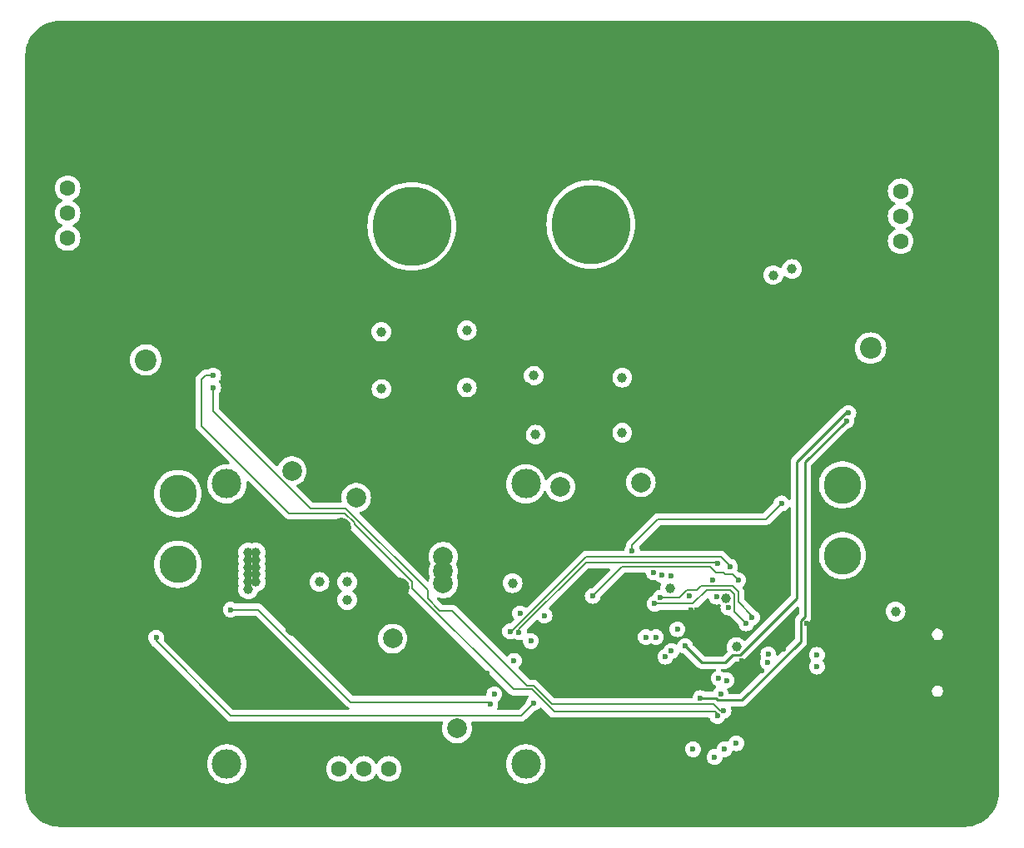
<source format=gbr>
%TF.GenerationSoftware,KiCad,Pcbnew,8.0.3*%
%TF.CreationDate,2024-07-22T22:22:34+10:00*%
%TF.ProjectId,MPPT,4d505054-2e6b-4696-9361-645f70636258,rev?*%
%TF.SameCoordinates,Original*%
%TF.FileFunction,Copper,L3,Inr*%
%TF.FilePolarity,Positive*%
%FSLAX46Y46*%
G04 Gerber Fmt 4.6, Leading zero omitted, Abs format (unit mm)*
G04 Created by KiCad (PCBNEW 8.0.3) date 2024-07-22 22:22:34*
%MOMM*%
%LPD*%
G01*
G04 APERTURE LIST*
%TA.AperFunction,ComponentPad*%
%ADD10C,6.000000*%
%TD*%
%TA.AperFunction,ComponentPad*%
%ADD11O,2.100000X1.000000*%
%TD*%
%TA.AperFunction,ComponentPad*%
%ADD12O,1.600000X1.000000*%
%TD*%
%TA.AperFunction,ComponentPad*%
%ADD13C,2.200000*%
%TD*%
%TA.AperFunction,ComponentPad*%
%ADD14O,2.200000X1.200000*%
%TD*%
%TA.AperFunction,ComponentPad*%
%ADD15C,3.800000*%
%TD*%
%TA.AperFunction,ComponentPad*%
%ADD16C,1.600000*%
%TD*%
%TA.AperFunction,ComponentPad*%
%ADD17R,1.600000X1.600000*%
%TD*%
%TA.AperFunction,ComponentPad*%
%ADD18C,3.000000*%
%TD*%
%TA.AperFunction,ViaPad*%
%ADD19C,2.000000*%
%TD*%
%TA.AperFunction,ViaPad*%
%ADD20C,0.600000*%
%TD*%
%TA.AperFunction,ViaPad*%
%ADD21C,1.000000*%
%TD*%
%TA.AperFunction,ViaPad*%
%ADD22C,8.000000*%
%TD*%
%TA.AperFunction,Conductor*%
%ADD23C,0.250000*%
%TD*%
%TA.AperFunction,Conductor*%
%ADD24C,0.200000*%
%TD*%
G04 APERTURE END LIST*
D10*
%TO.N,GND*%
%TO.C,H4*%
X208000000Y-110200000D03*
%TD*%
%TO.N,GND*%
%TO.C,H3*%
X120800000Y-109600000D03*
%TD*%
%TO.N,GND*%
%TO.C,H2*%
X120400000Y-39600000D03*
%TD*%
%TO.N,GND*%
%TO.C,H1*%
X207200000Y-40200000D03*
%TD*%
D11*
%TO.N,GND*%
%TO.C,J1*%
X206730000Y-103120000D03*
D12*
X210910000Y-103120000D03*
D11*
X206730000Y-94480000D03*
D12*
X210910000Y-94480000D03*
%TD*%
D13*
%TO.N,Vout*%
%TO.C,C50*%
X200450000Y-66800000D03*
%TO.N,GND*%
X207950000Y-66800000D03*
%TD*%
%TO.N,GND*%
%TO.C,C47*%
X119250000Y-68000000D03*
%TO.N,VDD*%
X126750000Y-68000000D03*
%TD*%
D14*
%TO.N,GND*%
%TO.C,CN2*%
X203600000Y-77550120D03*
X203600000Y-91050120D03*
D15*
%TO.N,Vout*%
X197600000Y-87900120D03*
%TO.N,Net-(CN2--)*%
X197600000Y-80700120D03*
%TD*%
D16*
%TO.N,Net-(U3-+Vout)*%
%TO.C,U3*%
X203515000Y-55912500D03*
%TO.N,Net-(U3--Vout)*%
X203515000Y-53372500D03*
%TO.N,+12V*%
X203515000Y-50832500D03*
D17*
%TO.N,GND*%
X203515000Y-48292500D03*
%TD*%
%TO.N,GND*%
%TO.C,U2*%
X118800000Y-47980000D03*
D16*
%TO.N,+12V*%
X118800000Y-50520000D03*
%TO.N,Net-(U1-VS)*%
X118800000Y-53060000D03*
%TO.N,Net-(U1-VB)*%
X118800000Y-55600000D03*
%TD*%
%TO.N,GND*%
%TO.C,OLED1*%
X154000000Y-109600000D03*
%TO.N,+3.3V*%
X151460000Y-109600000D03*
%TO.N,/MCU/SCL_DISPL*%
X148920000Y-109600000D03*
%TO.N,/MCU/SDA_DISPL*%
X146380000Y-109600000D03*
D18*
%TO.N,*%
X165390000Y-109100000D03*
X134990000Y-109100000D03*
X165390000Y-80600000D03*
X134990000Y-80600000D03*
%TD*%
D15*
%TO.N,VDD*%
%TO.C,CN1*%
X130000000Y-81600000D03*
%TO.N,Net-(CN1--)*%
X130000000Y-88800000D03*
D14*
%TO.N,GND*%
X124000000Y-78450000D03*
X124000000Y-91950000D03*
%TD*%
D19*
%TO.N,GND*%
X138200000Y-96400000D03*
X138200000Y-97800000D03*
X138200000Y-99400000D03*
X138200000Y-101000000D03*
X136600000Y-100200000D03*
X136600000Y-98600000D03*
X136600000Y-97000000D03*
X136400000Y-95200000D03*
X135000000Y-96200000D03*
X135000000Y-97800000D03*
X135000000Y-99400000D03*
X135000000Y-101000000D03*
X133400000Y-99800000D03*
X133350000Y-98300000D03*
X133350000Y-96500000D03*
%TO.N,Vout*%
X177100000Y-80450000D03*
%TO.N,VDD*%
X141600000Y-79300000D03*
D20*
%TO.N,GND*%
X182200000Y-93400000D03*
X182800000Y-93400000D03*
X183400000Y-93400000D03*
X184000000Y-93400000D03*
X184600000Y-93400000D03*
X184600000Y-94000000D03*
X184600000Y-94600000D03*
X184600000Y-95200000D03*
X184600000Y-95800000D03*
X184000000Y-95800000D03*
X183400000Y-95800000D03*
X182800000Y-95800000D03*
X182200000Y-95800000D03*
X182200000Y-95200000D03*
X182200000Y-94000000D03*
X182200000Y-94600000D03*
X182800000Y-95200000D03*
X184000000Y-95200000D03*
X184000000Y-94000000D03*
X182800000Y-94000000D03*
X182800000Y-94600000D03*
X184000000Y-94600000D03*
X183400000Y-94000000D03*
X183400000Y-95200000D03*
X183400000Y-94600000D03*
D19*
X176500000Y-84300000D03*
X138900000Y-62400000D03*
X137400000Y-62200000D03*
X135900000Y-62500000D03*
X187200000Y-61600000D03*
X185700000Y-61800000D03*
X172300000Y-77400000D03*
X170200000Y-77400000D03*
X168100000Y-77400000D03*
X163970214Y-84575000D03*
X162391084Y-84164788D03*
X160362082Y-81387918D03*
X153620836Y-80850000D03*
X151700000Y-80850000D03*
X176500000Y-84300000D03*
D20*
%TO.N,Net-(U14-CHIP_PU)*%
X185000000Y-100400000D03*
D19*
%TO.N,GND*%
X189200000Y-72300000D03*
X184900000Y-63100000D03*
X183900000Y-61700000D03*
X182000000Y-61600000D03*
X180800000Y-62700000D03*
X144260599Y-62901223D03*
X142300000Y-62300000D03*
X140400000Y-62900000D03*
%TO.N,Net-(U5-SW)*%
X157000000Y-90750000D03*
X157000000Y-89500000D03*
X157000000Y-88000000D03*
D20*
%TO.N,/MCU/D-*%
X179100000Y-92174999D03*
%TO.N,/MCU/D+*%
X178500000Y-92800000D03*
%TO.N,/MCU/D-*%
X188400000Y-94200000D03*
%TO.N,/MCU/D+*%
X187787867Y-94812133D03*
D21*
%TO.N,+3.3V*%
X203000000Y-93600000D03*
%TO.N,GND*%
X208000000Y-82600000D03*
X206600000Y-83600000D03*
D19*
%TO.N,Net-(D1-K)*%
X148150000Y-82000000D03*
D20*
%TO.N,/MCU/D+*%
X190052737Y-97944420D03*
%TO.N,/MCU/D-*%
X190000000Y-98800000D03*
%TO.N,/MCU/D+*%
X195000000Y-98000000D03*
%TO.N,/MCU/D-*%
X195000000Y-99200000D03*
D19*
%TO.N,GND*%
X163000000Y-75600000D03*
X161400000Y-75600000D03*
X165200000Y-71200000D03*
X165200000Y-72800000D03*
X160600000Y-74400000D03*
X160600000Y-73000000D03*
X162200000Y-74400000D03*
X163600000Y-74400000D03*
X163600000Y-72800000D03*
X162200000Y-72800000D03*
X162200000Y-71200000D03*
X163600000Y-71200000D03*
X163600000Y-69600000D03*
X162200000Y-69600000D03*
X160600000Y-68000000D03*
X162200000Y-68000000D03*
X163600000Y-68000000D03*
X165200000Y-66400000D03*
X163600000Y-66400000D03*
X162200000Y-66400000D03*
X162200000Y-64800000D03*
X163600000Y-64800000D03*
X165200000Y-64800000D03*
X165200000Y-63200000D03*
X163600000Y-63200000D03*
X162200000Y-63200000D03*
X160600000Y-63200000D03*
D20*
%TO.N,/MCU/SDA_DISPL*%
X184400000Y-90359998D03*
X178400000Y-89600000D03*
%TO.N,/MCU/SCL_DISPL*%
X184791922Y-92099057D03*
X179214271Y-89862801D03*
%TO.N,GND*%
X202600000Y-113000000D03*
X198000000Y-113000000D03*
X193600000Y-113000000D03*
X189400000Y-113000000D03*
%TO.N,/MCU/IO_BTN4*%
X186800000Y-107000000D03*
%TO.N,/MCU/IO_BTN3*%
X185600000Y-107600000D03*
%TO.N,/MCU/IO_BTN2*%
X184600000Y-108400000D03*
%TO.N,/MCU/IO_BTN1*%
X182400000Y-107600000D03*
%TO.N,GND*%
X188600000Y-98600000D03*
X188800000Y-103800000D03*
X191400000Y-102200000D03*
X161441942Y-99841942D03*
%TO.N,+3.3V*%
X164200015Y-98607088D03*
%TO.N,GND*%
X187400000Y-98600000D03*
X180810268Y-93798179D03*
%TO.N,+3.3V*%
X180809491Y-95398023D03*
D21*
%TO.N,GND*%
X185785204Y-92214797D03*
D20*
%TO.N,+3.3V*%
X186000000Y-93200000D03*
%TO.N,/MCU/ADC_READY*%
X187000000Y-90400000D03*
X172200000Y-92000000D03*
X162200000Y-102000000D03*
%TO.N,/MCU/SCL*%
X186158038Y-89024938D03*
%TO.N,/MCU/SDA*%
X184900000Y-88700000D03*
%TO.N,/MCU/SCL*%
X163800000Y-95600000D03*
%TO.N,/MCU/SDA*%
X164700000Y-95700000D03*
D19*
%TO.N,+3.3V*%
X151851055Y-96348947D03*
X158400000Y-105500000D03*
D20*
%TO.N,GND*%
X189400000Y-99600000D03*
X187140338Y-99397802D03*
%TO.N,Net-(C29-Pad1)*%
X185800000Y-100600000D03*
%TO.N,GND*%
X174200000Y-97600000D03*
X178400000Y-99600000D03*
X176739780Y-97401386D03*
D21*
X176200000Y-94800000D03*
X136400000Y-68400000D03*
X133800000Y-68000000D03*
%TO.N,+3.3V*%
X180068628Y-91200000D03*
%TO.N,GND*%
X177600000Y-91400000D03*
%TO.N,+3.3V*%
X186810000Y-97200002D03*
%TO.N,GND*%
X149800000Y-98400000D03*
D20*
%TO.N,/FETs/Vout_sense*%
X167300000Y-94000000D03*
X176200000Y-87400000D03*
X191400000Y-82600000D03*
%TO.N,GND*%
X206400000Y-89000000D03*
%TO.N,/FETs/OUT_CUR*%
X165900000Y-96600000D03*
%TO.N,/Mid_rail_ref*%
X164800000Y-93800000D03*
%TO.N,/Vin_sense*%
X161800000Y-103000000D03*
X135400000Y-93400000D03*
D19*
%TO.N,GND*%
X141000000Y-98600000D03*
X191000000Y-80600000D03*
D20*
%TO.N,/MCU/IN_HI_PWM*%
X185500000Y-103700000D03*
%TO.N,/MCU/IN_LO_PWM*%
X184874265Y-104225735D03*
%TO.N,/MCU/OUT_LO_PWM*%
X183152787Y-102400000D03*
%TO.N,/MCU/OUT_HI_PWM*%
X181600000Y-97100002D03*
X198200000Y-73400000D03*
%TO.N,/MCU/OUT_LO_PWM*%
X198000000Y-74200000D03*
%TO.N,/MCU/IN_LO_PWM*%
X133600000Y-69600000D03*
%TO.N,/MCU/IN_HI_PWM*%
X133600000Y-70800000D03*
D19*
%TO.N,GND*%
X120600000Y-48600000D03*
X120600000Y-46600000D03*
D20*
%TO.N,Net-(U14-GPIO12)*%
X178624265Y-96200000D03*
%TO.N,Net-(U14-GPIO10)*%
X180200000Y-97600000D03*
%TO.N,Net-(U14-GPIO9)*%
X179600000Y-98200000D03*
%TO.N,Net-(U14-GPIO11)*%
X177600000Y-96200000D03*
%TO.N,GND*%
X162800000Y-103200000D03*
X133595000Y-94450120D03*
%TO.N,/IN_CUR*%
X166200000Y-102900000D03*
X127795000Y-96250120D03*
D21*
%TO.N,GND*%
X192600000Y-63700000D03*
D19*
X201800000Y-47000000D03*
X205400000Y-47000000D03*
D21*
%TO.N,Net-(U3-+Vout)*%
X190563603Y-59363603D03*
%TO.N,Net-(U3--Vout)*%
X192450000Y-58750000D03*
%TO.N,+5V*%
X147222500Y-90587500D03*
X147222500Y-92427500D03*
D20*
%TO.N,GND*%
X194000000Y-94800000D03*
%TO.N,Net-(U14-GPIO0)*%
X185200000Y-102000000D03*
%TO.N,GND*%
X174100000Y-81500000D03*
X170600000Y-79600000D03*
X191600000Y-97400000D03*
%TO.N,/MCU/SPICS0*%
X180200000Y-90000000D03*
X182000000Y-92000000D03*
D21*
%TO.N,Net-(U16-G)*%
X159400000Y-70800000D03*
%TO.N,Net-(U10-G)*%
X159400000Y-65000000D03*
%TO.N,Net-(U9-G)*%
X150693580Y-65125652D03*
%TO.N,Net-(U15-G)*%
X150713415Y-70956699D03*
%TO.N,Net-(U17-G)*%
X175200000Y-75400000D03*
%TO.N,Net-(U18-G)*%
X166400000Y-75600000D03*
%TO.N,Net-(U12-G)*%
X166200000Y-69600000D03*
%TO.N,Net-(U11-G)*%
X175200000Y-69800000D03*
D19*
%TO.N,GND*%
X141922500Y-95127500D03*
X152522500Y-91127500D03*
X151022500Y-90327500D03*
D21*
X208300000Y-79300000D03*
X211700000Y-81200000D03*
X210250000Y-79000000D03*
X122695000Y-94450120D03*
X125295000Y-94350120D03*
X121895000Y-96250120D03*
D19*
X156062500Y-83287500D03*
X155562500Y-85037500D03*
D21*
%TO.N,+12V*%
X164045000Y-90700000D03*
%TO.N,GND*%
X165545000Y-87200000D03*
X160045000Y-88700000D03*
X160045000Y-89700000D03*
D19*
X166295000Y-85200000D03*
X146662500Y-85087500D03*
D21*
%TO.N,Net-(U7-SW)*%
X137162500Y-87587500D03*
X137912500Y-88337500D03*
X137912500Y-89837500D03*
X137162500Y-90587500D03*
X137162500Y-89087500D03*
X137912500Y-87587500D03*
X137162500Y-88337500D03*
X137912500Y-89087500D03*
X137162500Y-89837500D03*
X137912500Y-90587500D03*
X137162500Y-91337500D03*
%TO.N,+5V*%
X144412500Y-90587500D03*
%TO.N,GND*%
X145912500Y-87087500D03*
X140412500Y-88587500D03*
X140412500Y-89587500D03*
D19*
X136412500Y-83087500D03*
X135912500Y-84837500D03*
%TO.N,+12V*%
X168900000Y-80900000D03*
%TO.N,GND*%
X203515000Y-46715000D03*
D22*
%TO.N,Net-(L4-Pad2)*%
X172000000Y-54200000D03*
%TO.N,Net-(L1-Pad1)*%
X153800000Y-54400000D03*
%TD*%
D23*
%TO.N,/MCU/OUT_LO_PWM*%
X184941116Y-102625000D02*
X184716116Y-102400000D01*
X193375000Y-96632107D02*
X187382107Y-102625000D01*
X187382107Y-102625000D02*
X184941116Y-102625000D01*
X193375000Y-94541116D02*
X193375000Y-96632107D01*
X193800000Y-94116116D02*
X193375000Y-94541116D01*
X193800000Y-78400000D02*
X193800000Y-94116116D01*
X184716116Y-102400000D02*
X183152787Y-102400000D01*
X198000000Y-74200000D02*
X193800000Y-78400000D01*
%TO.N,/MCU/OUT_HI_PWM*%
X183299998Y-98800000D02*
X181600000Y-97100002D01*
X185693275Y-98800000D02*
X183299998Y-98800000D01*
X192950000Y-78366116D02*
X192950000Y-92226729D01*
X197916116Y-73400000D02*
X192950000Y-78366116D01*
X187151727Y-98025002D02*
X186468273Y-98025002D01*
X186468273Y-98025002D02*
X185693275Y-98800000D01*
X198200000Y-73400000D02*
X197916116Y-73400000D01*
X192950000Y-92226729D02*
X187151727Y-98025002D01*
D24*
%TO.N,/Vin_sense*%
X147600000Y-102800000D02*
X138200000Y-93400000D01*
X161600000Y-102800000D02*
X147600000Y-102800000D01*
X161800000Y-103000000D02*
X161600000Y-102800000D01*
X138200000Y-93400000D02*
X135400000Y-93400000D01*
%TO.N,/IN_CUR*%
X127795000Y-96595000D02*
X127795000Y-96250120D01*
X135400000Y-104200000D02*
X127795000Y-96595000D01*
X166200000Y-102900000D02*
X164900000Y-104200000D01*
X164900000Y-104200000D02*
X135400000Y-104200000D01*
%TO.N,/MCU/SCL*%
X185200000Y-88000000D02*
X171528248Y-88000000D01*
X186158038Y-88958038D02*
X185200000Y-88000000D01*
X163800000Y-95728248D02*
X163800000Y-95600000D01*
X186158038Y-89024938D02*
X186158038Y-88958038D01*
X171528248Y-88000000D02*
X163800000Y-95728248D01*
%TO.N,/MCU/SDA*%
X164700000Y-95400000D02*
X164700000Y-95700000D01*
X171500000Y-88600000D02*
X164700000Y-95400000D01*
X184800000Y-88600000D02*
X171500000Y-88600000D01*
X184900000Y-88700000D02*
X184800000Y-88600000D01*
%TO.N,/MCU/ADC_READY*%
X184128248Y-89000000D02*
X175200000Y-89000000D01*
X184728248Y-89600000D02*
X184128248Y-89000000D01*
X175200000Y-89000000D02*
X172200000Y-92000000D01*
X185471752Y-89600000D02*
X184728248Y-89600000D01*
X185671752Y-89800000D02*
X185471752Y-89600000D01*
X186400000Y-89800000D02*
X185671752Y-89800000D01*
X187000000Y-90400000D02*
X186400000Y-89800000D01*
%TO.N,/MCU/D+*%
X183800000Y-91400000D02*
X184200000Y-91400000D01*
X182400000Y-92800000D02*
X183800000Y-91400000D01*
X178500000Y-92800000D02*
X182400000Y-92800000D01*
X184200000Y-91400000D02*
X184612530Y-91400000D01*
%TO.N,/MCU/D-*%
X180976472Y-92174999D02*
X179100000Y-92174999D01*
X181751471Y-91400000D02*
X180976472Y-92174999D01*
X182823528Y-91400000D02*
X181751471Y-91400000D01*
X183223528Y-91000000D02*
X182823528Y-91400000D01*
X187000000Y-92600000D02*
X187000000Y-91600000D01*
X188400000Y-94000000D02*
X187000000Y-92600000D01*
X187000000Y-91600000D02*
X186400000Y-91000000D01*
X188400000Y-94200000D02*
X188400000Y-94000000D01*
X186400000Y-91000000D02*
X183223528Y-91000000D01*
%TO.N,/MCU/D+*%
X186600000Y-91800000D02*
X186200000Y-91400000D01*
X186200000Y-91400000D02*
X184200000Y-91400000D01*
X186600000Y-93624266D02*
X186600000Y-91800000D01*
X187787867Y-94812133D02*
X186600000Y-93624266D01*
X187787867Y-94706066D02*
X187787867Y-94812133D01*
%TO.N,/FETs/Vout_sense*%
X189800000Y-84200000D02*
X191400000Y-82600000D01*
X178825000Y-84200000D02*
X189800000Y-84200000D01*
X176200000Y-87400000D02*
X176200000Y-86825000D01*
X176200000Y-86825000D02*
X178825000Y-84200000D01*
%TO.N,/MCU/IN_HI_PWM*%
X133600000Y-73238478D02*
X133600000Y-70800000D01*
X143461522Y-83100000D02*
X133600000Y-73238478D01*
X147079164Y-83100000D02*
X143461522Y-83100000D01*
X155415685Y-92250000D02*
X155415685Y-91436521D01*
X156665685Y-93500000D02*
X155415685Y-92250000D01*
X157900000Y-93500000D02*
X156665685Y-93500000D01*
X166162438Y-101125000D02*
X165525000Y-101125000D01*
X168037438Y-103000000D02*
X166162438Y-101125000D01*
X155415685Y-91436521D02*
X147079164Y-83100000D01*
X184482102Y-103000000D02*
X168037438Y-103000000D01*
X165525000Y-101125000D02*
X157900000Y-93500000D01*
X185500000Y-103700000D02*
X185182102Y-103700000D01*
X185182102Y-103700000D02*
X184482102Y-103000000D01*
%TO.N,/MCU/IN_LO_PWM*%
X132400000Y-70000000D02*
X132800000Y-69600000D01*
X141293629Y-83600000D02*
X132400000Y-74706371D01*
X147962500Y-84549022D02*
X147013478Y-83600000D01*
X147962500Y-84729022D02*
X147962500Y-84549022D01*
X153822500Y-90589022D02*
X147962500Y-84729022D01*
X153822500Y-91222501D02*
X153822500Y-90589022D01*
X147013478Y-83600000D02*
X141293629Y-83600000D01*
X168271752Y-103800000D02*
X165996752Y-101525000D01*
X184634314Y-103800000D02*
X168271752Y-103800000D01*
X132800000Y-69600000D02*
X133600000Y-69600000D01*
X184874265Y-104039951D02*
X184634314Y-103800000D01*
X164125000Y-101525000D02*
X153822500Y-91222501D01*
X132400000Y-74706371D02*
X132400000Y-70000000D01*
X184874265Y-104225735D02*
X184874265Y-104039951D01*
X165996752Y-101525000D02*
X164125000Y-101525000D01*
%TD*%
%TA.AperFunction,Conductor*%
%TO.N,GND*%
G36*
X193093834Y-93069998D02*
G01*
X193149767Y-93111870D01*
X193174184Y-93177334D01*
X193174500Y-93186180D01*
X193174500Y-93805663D01*
X193154815Y-93872702D01*
X193138181Y-93893344D01*
X193052276Y-93979249D01*
X192976270Y-94055255D01*
X192976267Y-94055258D01*
X192932704Y-94098820D01*
X192889142Y-94142382D01*
X192865528Y-94177724D01*
X192865527Y-94177725D01*
X192820690Y-94244824D01*
X192820688Y-94244829D01*
X192795962Y-94304522D01*
X192795963Y-94304523D01*
X192773536Y-94358665D01*
X192773535Y-94358671D01*
X192749500Y-94479505D01*
X192749500Y-96321653D01*
X192729815Y-96388692D01*
X192713181Y-96409334D01*
X191068272Y-98054242D01*
X191006949Y-98087727D01*
X190937257Y-98082743D01*
X190881324Y-98040871D01*
X190856907Y-97975407D01*
X190857372Y-97952670D01*
X190858302Y-97944420D01*
X190858302Y-97944416D01*
X190838106Y-97765170D01*
X190838105Y-97765165D01*
X190825909Y-97730312D01*
X190778526Y-97594898D01*
X190772136Y-97584729D01*
X190717476Y-97497738D01*
X190682553Y-97442158D01*
X190554999Y-97314604D01*
X190489947Y-97273729D01*
X190402260Y-97218631D01*
X190231991Y-97159051D01*
X190231986Y-97159050D01*
X190052741Y-97138855D01*
X190052733Y-97138855D01*
X189873487Y-97159050D01*
X189873482Y-97159051D01*
X189703213Y-97218631D01*
X189550474Y-97314604D01*
X189422921Y-97442157D01*
X189326948Y-97594896D01*
X189267368Y-97765165D01*
X189267367Y-97765170D01*
X189247172Y-97944416D01*
X189247172Y-97944423D01*
X189267367Y-98123669D01*
X189267369Y-98123677D01*
X189323543Y-98284213D01*
X189327104Y-98353991D01*
X189311496Y-98391137D01*
X189274209Y-98450480D01*
X189214633Y-98620737D01*
X189214630Y-98620750D01*
X189194435Y-98799996D01*
X189194435Y-98800003D01*
X189214630Y-98979249D01*
X189214631Y-98979254D01*
X189274211Y-99149523D01*
X189370184Y-99302262D01*
X189502662Y-99434740D01*
X189501795Y-99435606D01*
X189537860Y-99486995D01*
X189540706Y-99556807D01*
X189508086Y-99614428D01*
X187159336Y-101963181D01*
X187098013Y-101996666D01*
X187071655Y-101999500D01*
X186116322Y-101999500D01*
X186049283Y-101979815D01*
X186003528Y-101927011D01*
X185993102Y-101889383D01*
X185985369Y-101820750D01*
X185985368Y-101820748D01*
X185985368Y-101820745D01*
X185925789Y-101650478D01*
X185903265Y-101614632D01*
X185878752Y-101575619D01*
X185859751Y-101508382D01*
X185880118Y-101441547D01*
X185933386Y-101396332D01*
X185969865Y-101386425D01*
X185979255Y-101385368D01*
X186149522Y-101325789D01*
X186302262Y-101229816D01*
X186429816Y-101102262D01*
X186525789Y-100949522D01*
X186585368Y-100779255D01*
X186585369Y-100779249D01*
X186605565Y-100600003D01*
X186605565Y-100599996D01*
X186585369Y-100420750D01*
X186585368Y-100420745D01*
X186525788Y-100250476D01*
X186429815Y-100097737D01*
X186302262Y-99970184D01*
X186149523Y-99874211D01*
X185979254Y-99814631D01*
X185979249Y-99814630D01*
X185800004Y-99794435D01*
X185799996Y-99794435D01*
X185613825Y-99815411D01*
X185613482Y-99812371D01*
X185557117Y-99808711D01*
X185512007Y-99779929D01*
X185502262Y-99770184D01*
X185349521Y-99674210D01*
X185327606Y-99666542D01*
X185270830Y-99625820D01*
X185245082Y-99560868D01*
X185258538Y-99492306D01*
X185306925Y-99441903D01*
X185368560Y-99425500D01*
X185754883Y-99425500D01*
X185754883Y-99425499D01*
X185819469Y-99412653D01*
X185819470Y-99412653D01*
X185838568Y-99408853D01*
X185875727Y-99401463D01*
X185909067Y-99387652D01*
X185989561Y-99354312D01*
X186040784Y-99320084D01*
X186092008Y-99285858D01*
X186179133Y-99198733D01*
X186179134Y-99198730D01*
X186691046Y-98686818D01*
X186752368Y-98653336D01*
X186778726Y-98650502D01*
X187213335Y-98650502D01*
X187213335Y-98650501D01*
X187293632Y-98634530D01*
X187293633Y-98634530D01*
X187307271Y-98631817D01*
X187334179Y-98626465D01*
X187380959Y-98607088D01*
X187448013Y-98579314D01*
X187507922Y-98539283D01*
X187550460Y-98510860D01*
X187637585Y-98423735D01*
X187637586Y-98423732D01*
X187644652Y-98416667D01*
X187644654Y-98416663D01*
X192962821Y-93098497D01*
X193024142Y-93065014D01*
X193093834Y-93069998D01*
G37*
%TD.AperFunction*%
%TA.AperFunction,Conductor*%
G36*
X210003032Y-33500648D02*
G01*
X210336929Y-33517052D01*
X210349037Y-33518245D01*
X210452146Y-33533539D01*
X210676699Y-33566849D01*
X210688617Y-33569219D01*
X211009951Y-33649709D01*
X211021588Y-33653240D01*
X211092806Y-33678722D01*
X211333467Y-33764832D01*
X211344688Y-33769479D01*
X211644163Y-33911120D01*
X211654871Y-33916844D01*
X211938988Y-34087137D01*
X211949106Y-34093897D01*
X212215170Y-34291224D01*
X212224576Y-34298944D01*
X212470013Y-34521395D01*
X212478604Y-34529986D01*
X212665755Y-34736475D01*
X212701055Y-34775423D01*
X212708775Y-34784829D01*
X212906102Y-35050893D01*
X212912862Y-35061011D01*
X213041776Y-35276092D01*
X213083148Y-35345116D01*
X213088885Y-35355848D01*
X213230514Y-35655297D01*
X213235170Y-35666540D01*
X213346759Y-35978411D01*
X213350292Y-35990055D01*
X213430777Y-36311369D01*
X213433151Y-36323305D01*
X213481754Y-36650962D01*
X213482947Y-36663071D01*
X213499351Y-36996966D01*
X213499500Y-37003051D01*
X213499500Y-111996948D01*
X213499351Y-112003033D01*
X213482947Y-112336928D01*
X213481754Y-112349037D01*
X213433151Y-112676694D01*
X213430777Y-112688630D01*
X213350292Y-113009944D01*
X213346759Y-113021588D01*
X213235170Y-113333459D01*
X213230514Y-113344702D01*
X213088885Y-113644151D01*
X213083148Y-113654883D01*
X212912862Y-113938988D01*
X212906102Y-113949106D01*
X212708775Y-114215170D01*
X212701055Y-114224576D01*
X212478611Y-114470006D01*
X212470006Y-114478611D01*
X212224576Y-114701055D01*
X212215170Y-114708775D01*
X211949106Y-114906102D01*
X211938988Y-114912862D01*
X211654883Y-115083148D01*
X211644151Y-115088885D01*
X211344702Y-115230514D01*
X211333459Y-115235170D01*
X211021588Y-115346759D01*
X211009944Y-115350292D01*
X210688630Y-115430777D01*
X210676694Y-115433151D01*
X210349037Y-115481754D01*
X210336928Y-115482947D01*
X210021989Y-115498419D01*
X210003031Y-115499351D01*
X209996949Y-115499500D01*
X118003051Y-115499500D01*
X117996968Y-115499351D01*
X117976900Y-115498365D01*
X117663071Y-115482947D01*
X117650962Y-115481754D01*
X117323305Y-115433151D01*
X117311369Y-115430777D01*
X116990055Y-115350292D01*
X116978411Y-115346759D01*
X116666540Y-115235170D01*
X116655301Y-115230515D01*
X116355844Y-115088883D01*
X116345121Y-115083150D01*
X116061011Y-114912862D01*
X116050893Y-114906102D01*
X115784829Y-114708775D01*
X115775423Y-114701055D01*
X115736475Y-114665755D01*
X115529986Y-114478604D01*
X115521395Y-114470013D01*
X115298944Y-114224576D01*
X115291224Y-114215170D01*
X115093897Y-113949106D01*
X115087137Y-113938988D01*
X114916844Y-113654871D01*
X114911120Y-113644163D01*
X114769479Y-113344688D01*
X114764829Y-113333459D01*
X114653240Y-113021588D01*
X114649707Y-113009944D01*
X114640958Y-112975015D01*
X114569219Y-112688617D01*
X114566848Y-112676694D01*
X114518245Y-112349037D01*
X114517052Y-112336927D01*
X114500649Y-112003032D01*
X114500500Y-111996948D01*
X114500500Y-109099998D01*
X132984390Y-109099998D01*
X132984390Y-109100001D01*
X132989184Y-109167028D01*
X132989500Y-109175874D01*
X132989500Y-109231123D01*
X132998360Y-109298429D01*
X132999105Y-109305764D01*
X133004803Y-109385425D01*
X133004805Y-109385438D01*
X133016398Y-109438728D01*
X133018171Y-109448897D01*
X133023731Y-109491121D01*
X133044570Y-109568895D01*
X133045961Y-109574629D01*
X133065629Y-109665042D01*
X133080268Y-109704292D01*
X133083859Y-109715525D01*
X133091601Y-109744417D01*
X133127254Y-109830491D01*
X133128871Y-109834601D01*
X133147685Y-109885042D01*
X133165633Y-109933160D01*
X133165637Y-109933170D01*
X133179633Y-109958803D01*
X133185358Y-109970769D01*
X133191952Y-109986688D01*
X133191960Y-109986704D01*
X133244869Y-110078345D01*
X133246314Y-110080918D01*
X133302773Y-110184315D01*
X133312671Y-110197536D01*
X133320789Y-110209843D01*
X133323076Y-110213803D01*
X133395284Y-110307906D01*
X133395978Y-110308821D01*
X133474254Y-110413385D01*
X133474262Y-110413396D01*
X133474270Y-110413405D01*
X133676591Y-110615726D01*
X133676599Y-110615733D01*
X133676605Y-110615739D01*
X133676608Y-110615741D01*
X133676609Y-110615742D01*
X133781034Y-110693913D01*
X133782211Y-110694805D01*
X133876194Y-110766922D01*
X133880156Y-110769210D01*
X133892460Y-110777326D01*
X133905685Y-110787226D01*
X133977282Y-110826321D01*
X134009080Y-110843684D01*
X134011653Y-110845129D01*
X134103299Y-110898041D01*
X134103314Y-110898048D01*
X134119228Y-110904640D01*
X134131201Y-110910367D01*
X134156839Y-110924367D01*
X134255412Y-110961132D01*
X134259499Y-110962741D01*
X134345567Y-110998393D01*
X134345590Y-110998401D01*
X134364248Y-111003399D01*
X134374469Y-111006137D01*
X134385701Y-111009727D01*
X134424954Y-111024369D01*
X134424955Y-111024369D01*
X134424960Y-111024371D01*
X134503580Y-111041473D01*
X134515348Y-111044033D01*
X134515358Y-111044035D01*
X134521072Y-111045420D01*
X134598884Y-111066270D01*
X134641124Y-111071830D01*
X134651237Y-111073593D01*
X134704572Y-111085196D01*
X134784243Y-111090893D01*
X134791547Y-111091634D01*
X134858880Y-111100500D01*
X134914124Y-111100500D01*
X134922970Y-111100816D01*
X134989999Y-111105610D01*
X134990000Y-111105610D01*
X134990001Y-111105610D01*
X135057030Y-111100816D01*
X135065876Y-111100500D01*
X135121114Y-111100500D01*
X135121120Y-111100500D01*
X135188448Y-111091635D01*
X135195758Y-111090893D01*
X135275428Y-111085196D01*
X135328770Y-111073591D01*
X135338869Y-111071831D01*
X135381116Y-111066270D01*
X135458918Y-111045422D01*
X135464595Y-111044044D01*
X135555046Y-111024369D01*
X135594303Y-111009725D01*
X135605510Y-111006143D01*
X135634419Y-110998398D01*
X135661113Y-110987340D01*
X135720508Y-110962738D01*
X135724612Y-110961122D01*
X135823161Y-110924367D01*
X135848804Y-110910363D01*
X135860763Y-110904642D01*
X135876697Y-110898043D01*
X135968435Y-110845076D01*
X135970868Y-110843711D01*
X136074315Y-110787226D01*
X136087546Y-110777319D01*
X136099850Y-110769205D01*
X136103803Y-110766924D01*
X136197810Y-110694787D01*
X136198892Y-110693967D01*
X136303395Y-110615739D01*
X136505739Y-110413395D01*
X136583967Y-110308892D01*
X136584816Y-110307773D01*
X136627050Y-110252734D01*
X136656924Y-110213803D01*
X136659205Y-110209850D01*
X136667319Y-110197546D01*
X136677226Y-110184315D01*
X136733711Y-110080868D01*
X136735076Y-110078435D01*
X136788043Y-109986697D01*
X136794642Y-109970763D01*
X136800365Y-109958803D01*
X136814367Y-109933161D01*
X136851124Y-109834609D01*
X136852738Y-109830508D01*
X136888395Y-109744426D01*
X136888394Y-109744426D01*
X136888398Y-109744419D01*
X136896143Y-109715510D01*
X136899725Y-109704303D01*
X136914369Y-109665046D01*
X136928518Y-109599998D01*
X145074532Y-109599998D01*
X145074532Y-109600001D01*
X145094364Y-109826686D01*
X145094366Y-109826697D01*
X145153258Y-110046488D01*
X145153261Y-110046497D01*
X145249431Y-110252732D01*
X145249432Y-110252734D01*
X145379954Y-110439141D01*
X145540858Y-110600045D01*
X145540861Y-110600047D01*
X145727266Y-110730568D01*
X145933504Y-110826739D01*
X146153308Y-110885635D01*
X146315230Y-110899801D01*
X146379998Y-110905468D01*
X146380000Y-110905468D01*
X146380002Y-110905468D01*
X146436673Y-110900509D01*
X146606692Y-110885635D01*
X146826496Y-110826739D01*
X147032734Y-110730568D01*
X147219139Y-110600047D01*
X147380047Y-110439139D01*
X147510568Y-110252734D01*
X147537618Y-110194724D01*
X147583790Y-110142285D01*
X147650983Y-110123133D01*
X147717865Y-110143348D01*
X147762381Y-110194724D01*
X147763693Y-110197536D01*
X147789429Y-110252728D01*
X147789432Y-110252734D01*
X147919954Y-110439141D01*
X148080858Y-110600045D01*
X148080861Y-110600047D01*
X148267266Y-110730568D01*
X148473504Y-110826739D01*
X148693308Y-110885635D01*
X148855230Y-110899801D01*
X148919998Y-110905468D01*
X148920000Y-110905468D01*
X148920002Y-110905468D01*
X148976673Y-110900509D01*
X149146692Y-110885635D01*
X149366496Y-110826739D01*
X149572734Y-110730568D01*
X149759139Y-110600047D01*
X149920047Y-110439139D01*
X150050568Y-110252734D01*
X150077618Y-110194724D01*
X150123790Y-110142285D01*
X150190983Y-110123133D01*
X150257865Y-110143348D01*
X150302381Y-110194724D01*
X150303693Y-110197536D01*
X150329429Y-110252728D01*
X150329432Y-110252734D01*
X150459954Y-110439141D01*
X150620858Y-110600045D01*
X150620861Y-110600047D01*
X150807266Y-110730568D01*
X151013504Y-110826739D01*
X151233308Y-110885635D01*
X151395230Y-110899801D01*
X151459998Y-110905468D01*
X151460000Y-110905468D01*
X151460002Y-110905468D01*
X151516673Y-110900509D01*
X151686692Y-110885635D01*
X151906496Y-110826739D01*
X152112734Y-110730568D01*
X152299139Y-110600047D01*
X152460047Y-110439139D01*
X152590568Y-110252734D01*
X152686739Y-110046496D01*
X152745635Y-109826692D01*
X152765468Y-109600000D01*
X152762996Y-109571750D01*
X152751359Y-109438733D01*
X152745635Y-109373308D01*
X152686739Y-109153504D01*
X152661789Y-109099998D01*
X163384390Y-109099998D01*
X163384390Y-109100001D01*
X163389184Y-109167028D01*
X163389500Y-109175874D01*
X163389500Y-109231123D01*
X163398360Y-109298429D01*
X163399105Y-109305764D01*
X163404803Y-109385425D01*
X163404805Y-109385438D01*
X163416398Y-109438728D01*
X163418171Y-109448897D01*
X163423731Y-109491121D01*
X163444570Y-109568895D01*
X163445961Y-109574629D01*
X163465629Y-109665042D01*
X163480268Y-109704292D01*
X163483859Y-109715525D01*
X163491601Y-109744417D01*
X163527254Y-109830491D01*
X163528871Y-109834601D01*
X163547685Y-109885042D01*
X163565633Y-109933160D01*
X163565637Y-109933170D01*
X163579633Y-109958803D01*
X163585358Y-109970769D01*
X163591952Y-109986688D01*
X163591960Y-109986704D01*
X163644869Y-110078345D01*
X163646314Y-110080918D01*
X163702773Y-110184315D01*
X163712671Y-110197536D01*
X163720789Y-110209843D01*
X163723076Y-110213803D01*
X163795284Y-110307906D01*
X163795978Y-110308821D01*
X163874254Y-110413385D01*
X163874262Y-110413396D01*
X163874270Y-110413405D01*
X164076591Y-110615726D01*
X164076599Y-110615733D01*
X164076605Y-110615739D01*
X164076608Y-110615741D01*
X164076609Y-110615742D01*
X164181034Y-110693913D01*
X164182211Y-110694805D01*
X164276194Y-110766922D01*
X164280156Y-110769210D01*
X164292460Y-110777326D01*
X164305685Y-110787226D01*
X164377282Y-110826321D01*
X164409080Y-110843684D01*
X164411653Y-110845129D01*
X164503299Y-110898041D01*
X164503314Y-110898048D01*
X164519228Y-110904640D01*
X164531201Y-110910367D01*
X164556839Y-110924367D01*
X164655412Y-110961132D01*
X164659499Y-110962741D01*
X164745567Y-110998393D01*
X164745590Y-110998401D01*
X164764248Y-111003399D01*
X164774469Y-111006137D01*
X164785701Y-111009727D01*
X164824954Y-111024369D01*
X164824955Y-111024369D01*
X164824960Y-111024371D01*
X164903580Y-111041473D01*
X164915348Y-111044033D01*
X164915358Y-111044035D01*
X164921072Y-111045420D01*
X164998884Y-111066270D01*
X165041124Y-111071830D01*
X165051237Y-111073593D01*
X165104572Y-111085196D01*
X165184243Y-111090893D01*
X165191547Y-111091634D01*
X165258880Y-111100500D01*
X165314124Y-111100500D01*
X165322970Y-111100816D01*
X165389999Y-111105610D01*
X165390000Y-111105610D01*
X165390001Y-111105610D01*
X165457030Y-111100816D01*
X165465876Y-111100500D01*
X165521114Y-111100500D01*
X165521120Y-111100500D01*
X165588448Y-111091635D01*
X165595758Y-111090893D01*
X165675428Y-111085196D01*
X165728770Y-111073591D01*
X165738869Y-111071831D01*
X165781116Y-111066270D01*
X165858918Y-111045422D01*
X165864595Y-111044044D01*
X165955046Y-111024369D01*
X165994303Y-111009725D01*
X166005510Y-111006143D01*
X166034419Y-110998398D01*
X166061113Y-110987340D01*
X166120508Y-110962738D01*
X166124612Y-110961122D01*
X166223161Y-110924367D01*
X166248804Y-110910363D01*
X166260763Y-110904642D01*
X166276697Y-110898043D01*
X166368435Y-110845076D01*
X166370868Y-110843711D01*
X166474315Y-110787226D01*
X166487546Y-110777319D01*
X166499850Y-110769205D01*
X166503803Y-110766924D01*
X166597810Y-110694787D01*
X166598892Y-110693967D01*
X166703395Y-110615739D01*
X166905739Y-110413395D01*
X166983967Y-110308892D01*
X166984816Y-110307773D01*
X167027050Y-110252734D01*
X167056924Y-110213803D01*
X167059205Y-110209850D01*
X167067319Y-110197546D01*
X167077226Y-110184315D01*
X167133711Y-110080868D01*
X167135076Y-110078435D01*
X167188043Y-109986697D01*
X167194642Y-109970763D01*
X167200365Y-109958803D01*
X167214367Y-109933161D01*
X167251124Y-109834609D01*
X167252738Y-109830508D01*
X167288395Y-109744426D01*
X167288394Y-109744426D01*
X167288398Y-109744419D01*
X167296143Y-109715510D01*
X167299725Y-109704303D01*
X167314369Y-109665046D01*
X167334044Y-109574595D01*
X167335425Y-109568909D01*
X167335429Y-109568895D01*
X167356270Y-109491116D01*
X167361831Y-109448869D01*
X167363591Y-109438770D01*
X167375196Y-109385428D01*
X167380893Y-109305758D01*
X167381637Y-109298432D01*
X167381638Y-109298429D01*
X167390500Y-109231120D01*
X167390500Y-109175874D01*
X167390816Y-109167028D01*
X167395610Y-109100001D01*
X167395610Y-109099998D01*
X167390816Y-109032970D01*
X167390500Y-109024124D01*
X167390500Y-108968880D01*
X167387654Y-108947265D01*
X167381634Y-108901547D01*
X167380893Y-108894234D01*
X167375196Y-108814572D01*
X167363593Y-108761237D01*
X167361830Y-108751124D01*
X167356270Y-108708884D01*
X167335420Y-108631072D01*
X167334035Y-108625358D01*
X167314371Y-108534960D01*
X167314369Y-108534954D01*
X167299727Y-108495701D01*
X167296136Y-108484463D01*
X167288401Y-108455590D01*
X167288393Y-108455567D01*
X167252741Y-108369499D01*
X167251132Y-108365412D01*
X167214367Y-108266839D01*
X167200362Y-108241190D01*
X167194640Y-108229228D01*
X167188048Y-108213314D01*
X167188041Y-108213299D01*
X167135129Y-108121653D01*
X167133684Y-108119080D01*
X167077229Y-108015691D01*
X167077226Y-108015685D01*
X167067326Y-108002460D01*
X167059210Y-107990156D01*
X167057730Y-107987594D01*
X167056924Y-107986197D01*
X167056922Y-107986195D01*
X167056922Y-107986194D01*
X166984805Y-107892211D01*
X166983913Y-107891034D01*
X166905742Y-107786609D01*
X166905741Y-107786608D01*
X166905739Y-107786605D01*
X166905734Y-107786600D01*
X166905726Y-107786591D01*
X166719131Y-107599996D01*
X181594435Y-107599996D01*
X181594435Y-107600003D01*
X181614630Y-107779249D01*
X181614631Y-107779254D01*
X181674211Y-107949523D01*
X181737646Y-108050478D01*
X181770184Y-108102262D01*
X181897738Y-108229816D01*
X182050478Y-108325789D01*
X182163617Y-108365378D01*
X182220745Y-108385368D01*
X182220750Y-108385369D01*
X182399996Y-108405565D01*
X182400000Y-108405565D01*
X182400004Y-108405565D01*
X182449430Y-108399996D01*
X183794435Y-108399996D01*
X183794435Y-108400003D01*
X183814630Y-108579249D01*
X183814631Y-108579254D01*
X183874211Y-108749523D01*
X183915086Y-108814574D01*
X183970184Y-108902262D01*
X184097738Y-109029816D01*
X184250478Y-109125789D01*
X184380961Y-109171447D01*
X184420745Y-109185368D01*
X184420750Y-109185369D01*
X184599996Y-109205565D01*
X184600000Y-109205565D01*
X184600004Y-109205565D01*
X184779249Y-109185369D01*
X184779252Y-109185368D01*
X184779255Y-109185368D01*
X184949522Y-109125789D01*
X185102262Y-109029816D01*
X185229816Y-108902262D01*
X185325789Y-108749522D01*
X185385368Y-108579255D01*
X185390360Y-108534954D01*
X185393500Y-108507083D01*
X185420566Y-108442669D01*
X185478161Y-108403114D01*
X185530604Y-108397746D01*
X185599998Y-108405565D01*
X185600000Y-108405565D01*
X185600004Y-108405565D01*
X185779249Y-108385369D01*
X185779252Y-108385368D01*
X185779255Y-108385368D01*
X185949522Y-108325789D01*
X186102262Y-108229816D01*
X186229816Y-108102262D01*
X186325789Y-107949522D01*
X186368183Y-107828365D01*
X186408905Y-107771590D01*
X186473857Y-107745842D01*
X186526180Y-107752279D01*
X186620737Y-107785366D01*
X186620743Y-107785367D01*
X186620745Y-107785368D01*
X186620746Y-107785368D01*
X186620750Y-107785369D01*
X186799996Y-107805565D01*
X186800000Y-107805565D01*
X186800004Y-107805565D01*
X186979249Y-107785369D01*
X186979252Y-107785368D01*
X186979255Y-107785368D01*
X187149522Y-107725789D01*
X187302262Y-107629816D01*
X187429816Y-107502262D01*
X187525789Y-107349522D01*
X187585368Y-107179255D01*
X187585369Y-107179249D01*
X187605565Y-107000003D01*
X187605565Y-106999996D01*
X187585369Y-106820750D01*
X187585368Y-106820745D01*
X187525788Y-106650476D01*
X187429815Y-106497737D01*
X187302262Y-106370184D01*
X187149523Y-106274211D01*
X186979254Y-106214631D01*
X186979249Y-106214630D01*
X186800004Y-106194435D01*
X186799996Y-106194435D01*
X186620750Y-106214630D01*
X186620745Y-106214631D01*
X186450476Y-106274211D01*
X186297737Y-106370184D01*
X186170184Y-106497737D01*
X186074210Y-106650478D01*
X186031817Y-106771633D01*
X185991095Y-106828409D01*
X185926142Y-106854157D01*
X185873821Y-106847721D01*
X185779257Y-106814632D01*
X185779249Y-106814630D01*
X185600004Y-106794435D01*
X185599996Y-106794435D01*
X185420750Y-106814630D01*
X185420745Y-106814631D01*
X185250476Y-106874211D01*
X185097737Y-106970184D01*
X184970184Y-107097737D01*
X184874211Y-107250476D01*
X184814631Y-107420745D01*
X184814630Y-107420749D01*
X184806499Y-107492917D01*
X184779432Y-107557331D01*
X184721837Y-107596886D01*
X184669396Y-107602253D01*
X184600004Y-107594435D01*
X184599996Y-107594435D01*
X184420750Y-107614630D01*
X184420745Y-107614631D01*
X184250476Y-107674211D01*
X184097737Y-107770184D01*
X183970184Y-107897737D01*
X183874211Y-108050476D01*
X183814631Y-108220745D01*
X183814630Y-108220750D01*
X183794435Y-108399996D01*
X182449430Y-108399996D01*
X182579249Y-108385369D01*
X182579252Y-108385368D01*
X182579255Y-108385368D01*
X182749522Y-108325789D01*
X182902262Y-108229816D01*
X183029816Y-108102262D01*
X183125789Y-107949522D01*
X183185368Y-107779255D01*
X183186390Y-107770184D01*
X183205565Y-107600003D01*
X183205565Y-107599996D01*
X183185369Y-107420750D01*
X183185368Y-107420745D01*
X183162822Y-107356312D01*
X183125789Y-107250478D01*
X183118498Y-107238875D01*
X183066400Y-107155961D01*
X183029816Y-107097738D01*
X182902262Y-106970184D01*
X182804701Y-106908882D01*
X182749523Y-106874211D01*
X182579254Y-106814631D01*
X182579249Y-106814630D01*
X182400004Y-106794435D01*
X182399996Y-106794435D01*
X182220750Y-106814630D01*
X182220745Y-106814631D01*
X182050476Y-106874211D01*
X181897737Y-106970184D01*
X181770184Y-107097737D01*
X181674211Y-107250476D01*
X181614631Y-107420745D01*
X181614630Y-107420750D01*
X181594435Y-107599996D01*
X166719131Y-107599996D01*
X166703405Y-107584270D01*
X166703396Y-107584262D01*
X166703383Y-107584252D01*
X166598821Y-107505978D01*
X166597906Y-107505284D01*
X166503803Y-107433076D01*
X166499843Y-107430789D01*
X166487536Y-107422671D01*
X166474315Y-107412773D01*
X166370918Y-107356314D01*
X166368345Y-107354869D01*
X166276704Y-107301960D01*
X166276688Y-107301952D01*
X166260769Y-107295358D01*
X166248803Y-107289633D01*
X166223170Y-107275637D01*
X166223163Y-107275634D01*
X166223161Y-107275633D01*
X166124596Y-107238870D01*
X166120491Y-107237254D01*
X166034417Y-107201601D01*
X166005525Y-107193859D01*
X165994292Y-107190268D01*
X165955042Y-107175629D01*
X165864629Y-107155961D01*
X165858895Y-107154570D01*
X165781121Y-107133731D01*
X165781118Y-107133730D01*
X165781116Y-107133730D01*
X165759450Y-107130877D01*
X165738897Y-107128171D01*
X165728728Y-107126398D01*
X165675438Y-107114805D01*
X165675425Y-107114803D01*
X165595764Y-107109105D01*
X165588429Y-107108360D01*
X165521123Y-107099500D01*
X165521120Y-107099500D01*
X165465876Y-107099500D01*
X165457030Y-107099184D01*
X165390001Y-107094390D01*
X165389999Y-107094390D01*
X165322970Y-107099184D01*
X165314124Y-107099500D01*
X165258877Y-107099500D01*
X165191569Y-107108360D01*
X165184234Y-107109105D01*
X165104574Y-107114803D01*
X165104557Y-107114806D01*
X165051269Y-107126398D01*
X165041101Y-107128171D01*
X164998876Y-107133731D01*
X164921102Y-107154570D01*
X164915369Y-107155961D01*
X164824953Y-107175630D01*
X164824946Y-107175632D01*
X164785712Y-107190266D01*
X164774479Y-107193857D01*
X164745582Y-107201601D01*
X164745576Y-107201603D01*
X164659516Y-107237250D01*
X164655399Y-107238870D01*
X164556841Y-107275631D01*
X164556837Y-107275633D01*
X164531190Y-107289636D01*
X164519233Y-107295357D01*
X164503302Y-107301957D01*
X164411656Y-107354868D01*
X164409085Y-107356312D01*
X164305681Y-107412776D01*
X164292454Y-107422677D01*
X164280156Y-107430789D01*
X164276210Y-107433067D01*
X164276195Y-107433077D01*
X164182196Y-107505204D01*
X164181022Y-107506093D01*
X164076615Y-107584252D01*
X164076594Y-107584270D01*
X163874270Y-107786594D01*
X163874252Y-107786615D01*
X163796093Y-107891022D01*
X163795204Y-107892196D01*
X163723077Y-107986195D01*
X163723067Y-107986210D01*
X163720789Y-107990156D01*
X163712677Y-108002454D01*
X163702776Y-108015681D01*
X163646312Y-108119085D01*
X163644868Y-108121656D01*
X163591957Y-108213302D01*
X163585357Y-108229233D01*
X163579636Y-108241190D01*
X163565633Y-108266837D01*
X163565631Y-108266841D01*
X163528870Y-108365399D01*
X163527250Y-108369516D01*
X163491603Y-108455576D01*
X163491601Y-108455582D01*
X163483857Y-108484479D01*
X163480266Y-108495712D01*
X163465632Y-108534946D01*
X163465630Y-108534953D01*
X163445961Y-108625369D01*
X163444570Y-108631102D01*
X163423731Y-108708876D01*
X163418171Y-108751101D01*
X163416398Y-108761269D01*
X163404806Y-108814557D01*
X163404803Y-108814574D01*
X163399105Y-108894234D01*
X163398360Y-108901569D01*
X163389500Y-108968876D01*
X163389500Y-109024124D01*
X163389184Y-109032970D01*
X163384390Y-109099998D01*
X152661789Y-109099998D01*
X152590568Y-108947266D01*
X152460047Y-108760861D01*
X152460045Y-108760858D01*
X152299141Y-108599954D01*
X152112734Y-108469432D01*
X152112732Y-108469431D01*
X151906497Y-108373261D01*
X151906488Y-108373258D01*
X151686697Y-108314366D01*
X151686693Y-108314365D01*
X151686692Y-108314365D01*
X151686691Y-108314364D01*
X151686686Y-108314364D01*
X151460002Y-108294532D01*
X151459998Y-108294532D01*
X151233313Y-108314364D01*
X151233302Y-108314366D01*
X151013511Y-108373258D01*
X151013502Y-108373261D01*
X150807267Y-108469431D01*
X150807265Y-108469432D01*
X150620858Y-108599954D01*
X150459954Y-108760858D01*
X150329432Y-108947265D01*
X150329431Y-108947267D01*
X150302382Y-109005275D01*
X150256209Y-109057714D01*
X150189016Y-109076866D01*
X150122135Y-109056650D01*
X150077618Y-109005275D01*
X150050568Y-108947266D01*
X149920047Y-108760861D01*
X149920045Y-108760858D01*
X149759141Y-108599954D01*
X149572734Y-108469432D01*
X149572732Y-108469431D01*
X149366497Y-108373261D01*
X149366488Y-108373258D01*
X149146697Y-108314366D01*
X149146693Y-108314365D01*
X149146692Y-108314365D01*
X149146691Y-108314364D01*
X149146686Y-108314364D01*
X148920002Y-108294532D01*
X148919998Y-108294532D01*
X148693313Y-108314364D01*
X148693302Y-108314366D01*
X148473511Y-108373258D01*
X148473502Y-108373261D01*
X148267267Y-108469431D01*
X148267265Y-108469432D01*
X148080858Y-108599954D01*
X147919954Y-108760858D01*
X147789432Y-108947265D01*
X147789431Y-108947267D01*
X147762382Y-109005275D01*
X147716209Y-109057714D01*
X147649016Y-109076866D01*
X147582135Y-109056650D01*
X147537618Y-109005275D01*
X147510568Y-108947266D01*
X147380047Y-108760861D01*
X147380045Y-108760858D01*
X147219141Y-108599954D01*
X147032734Y-108469432D01*
X147032732Y-108469431D01*
X146826497Y-108373261D01*
X146826488Y-108373258D01*
X146606697Y-108314366D01*
X146606693Y-108314365D01*
X146606692Y-108314365D01*
X146606691Y-108314364D01*
X146606686Y-108314364D01*
X146380002Y-108294532D01*
X146379998Y-108294532D01*
X146153313Y-108314364D01*
X146153302Y-108314366D01*
X145933511Y-108373258D01*
X145933502Y-108373261D01*
X145727267Y-108469431D01*
X145727265Y-108469432D01*
X145540858Y-108599954D01*
X145379954Y-108760858D01*
X145249432Y-108947265D01*
X145249431Y-108947267D01*
X145153261Y-109153502D01*
X145153258Y-109153511D01*
X145094366Y-109373302D01*
X145094364Y-109373313D01*
X145074532Y-109599998D01*
X136928518Y-109599998D01*
X136934044Y-109574595D01*
X136935425Y-109568909D01*
X136935429Y-109568895D01*
X136956270Y-109491116D01*
X136961831Y-109448869D01*
X136963591Y-109438770D01*
X136975196Y-109385428D01*
X136980893Y-109305758D01*
X136981637Y-109298432D01*
X136981638Y-109298429D01*
X136990500Y-109231120D01*
X136990500Y-109175874D01*
X136990816Y-109167028D01*
X136995610Y-109100001D01*
X136995610Y-109099998D01*
X136990816Y-109032970D01*
X136990500Y-109024124D01*
X136990500Y-108968880D01*
X136987654Y-108947265D01*
X136981634Y-108901547D01*
X136980893Y-108894234D01*
X136975196Y-108814572D01*
X136963593Y-108761237D01*
X136961830Y-108751124D01*
X136956270Y-108708884D01*
X136935420Y-108631072D01*
X136934035Y-108625358D01*
X136914371Y-108534960D01*
X136914369Y-108534954D01*
X136899727Y-108495701D01*
X136896136Y-108484463D01*
X136888401Y-108455590D01*
X136888393Y-108455567D01*
X136852741Y-108369499D01*
X136851132Y-108365412D01*
X136814367Y-108266839D01*
X136800362Y-108241190D01*
X136794640Y-108229228D01*
X136788048Y-108213314D01*
X136788041Y-108213299D01*
X136735129Y-108121653D01*
X136733684Y-108119080D01*
X136677229Y-108015691D01*
X136677226Y-108015685D01*
X136667326Y-108002460D01*
X136659210Y-107990156D01*
X136657730Y-107987594D01*
X136656924Y-107986197D01*
X136656922Y-107986195D01*
X136656922Y-107986194D01*
X136584805Y-107892211D01*
X136583913Y-107891034D01*
X136505742Y-107786609D01*
X136505741Y-107786608D01*
X136505739Y-107786605D01*
X136505734Y-107786600D01*
X136505726Y-107786591D01*
X136303405Y-107584270D01*
X136303396Y-107584262D01*
X136303383Y-107584252D01*
X136198821Y-107505978D01*
X136197906Y-107505284D01*
X136103803Y-107433076D01*
X136099843Y-107430789D01*
X136087536Y-107422671D01*
X136074315Y-107412773D01*
X135970918Y-107356314D01*
X135968345Y-107354869D01*
X135876704Y-107301960D01*
X135876688Y-107301952D01*
X135860769Y-107295358D01*
X135848803Y-107289633D01*
X135823170Y-107275637D01*
X135823163Y-107275634D01*
X135823161Y-107275633D01*
X135724596Y-107238870D01*
X135720491Y-107237254D01*
X135634417Y-107201601D01*
X135605525Y-107193859D01*
X135594292Y-107190268D01*
X135555042Y-107175629D01*
X135464629Y-107155961D01*
X135458895Y-107154570D01*
X135381121Y-107133731D01*
X135381118Y-107133730D01*
X135381116Y-107133730D01*
X135359450Y-107130877D01*
X135338897Y-107128171D01*
X135328728Y-107126398D01*
X135275438Y-107114805D01*
X135275425Y-107114803D01*
X135195764Y-107109105D01*
X135188429Y-107108360D01*
X135121123Y-107099500D01*
X135121120Y-107099500D01*
X135065876Y-107099500D01*
X135057030Y-107099184D01*
X134990001Y-107094390D01*
X134989999Y-107094390D01*
X134922970Y-107099184D01*
X134914124Y-107099500D01*
X134858877Y-107099500D01*
X134791569Y-107108360D01*
X134784234Y-107109105D01*
X134704574Y-107114803D01*
X134704557Y-107114806D01*
X134651269Y-107126398D01*
X134641101Y-107128171D01*
X134598876Y-107133731D01*
X134521102Y-107154570D01*
X134515369Y-107155961D01*
X134424953Y-107175630D01*
X134424946Y-107175632D01*
X134385712Y-107190266D01*
X134374479Y-107193857D01*
X134345582Y-107201601D01*
X134345576Y-107201603D01*
X134259516Y-107237250D01*
X134255399Y-107238870D01*
X134156841Y-107275631D01*
X134156837Y-107275633D01*
X134131190Y-107289636D01*
X134119233Y-107295357D01*
X134103302Y-107301957D01*
X134011656Y-107354868D01*
X134009085Y-107356312D01*
X133905681Y-107412776D01*
X133892454Y-107422677D01*
X133880156Y-107430789D01*
X133876210Y-107433067D01*
X133876195Y-107433077D01*
X133782196Y-107505204D01*
X133781022Y-107506093D01*
X133676615Y-107584252D01*
X133676594Y-107584270D01*
X133474270Y-107786594D01*
X133474252Y-107786615D01*
X133396093Y-107891022D01*
X133395204Y-107892196D01*
X133323077Y-107986195D01*
X133323067Y-107986210D01*
X133320789Y-107990156D01*
X133312677Y-108002454D01*
X133302776Y-108015681D01*
X133246312Y-108119085D01*
X133244868Y-108121656D01*
X133191957Y-108213302D01*
X133185357Y-108229233D01*
X133179636Y-108241190D01*
X133165633Y-108266837D01*
X133165631Y-108266841D01*
X133128870Y-108365399D01*
X133127250Y-108369516D01*
X133091603Y-108455576D01*
X133091601Y-108455582D01*
X133083857Y-108484479D01*
X133080266Y-108495712D01*
X133065632Y-108534946D01*
X133065630Y-108534953D01*
X133045961Y-108625369D01*
X133044570Y-108631102D01*
X133023731Y-108708876D01*
X133018171Y-108751101D01*
X133016398Y-108761269D01*
X133004806Y-108814557D01*
X133004803Y-108814574D01*
X132999105Y-108894234D01*
X132998360Y-108901569D01*
X132989500Y-108968876D01*
X132989500Y-109024124D01*
X132989184Y-109032970D01*
X132984390Y-109099998D01*
X114500500Y-109099998D01*
X114500500Y-96250116D01*
X126989435Y-96250116D01*
X126989435Y-96250123D01*
X127009630Y-96429369D01*
X127009631Y-96429374D01*
X127069211Y-96599643D01*
X127165184Y-96752382D01*
X127218191Y-96805389D01*
X127237896Y-96831069D01*
X127241799Y-96837829D01*
X127241800Y-96837830D01*
X127314477Y-96963712D01*
X127314481Y-96963717D01*
X127433349Y-97082585D01*
X127433355Y-97082590D01*
X134915139Y-104564374D01*
X134915149Y-104564385D01*
X134919479Y-104568715D01*
X134919480Y-104568716D01*
X135031284Y-104680520D01*
X135031286Y-104680521D01*
X135031290Y-104680524D01*
X135113516Y-104727997D01*
X135113517Y-104727997D01*
X135168215Y-104759577D01*
X135320943Y-104800500D01*
X156878527Y-104800500D01*
X156945566Y-104820185D01*
X156991321Y-104872989D01*
X157001265Y-104942147D01*
X156992083Y-104974307D01*
X156978997Y-105004142D01*
X156975936Y-105011121D01*
X156914892Y-105252175D01*
X156914890Y-105252187D01*
X156894357Y-105499994D01*
X156894357Y-105500005D01*
X156914890Y-105747812D01*
X156914892Y-105747824D01*
X156975936Y-105988881D01*
X157075826Y-106216606D01*
X157211833Y-106424782D01*
X157211836Y-106424785D01*
X157380256Y-106607738D01*
X157576491Y-106760474D01*
X157576493Y-106760475D01*
X157786658Y-106874211D01*
X157795190Y-106878828D01*
X158030386Y-106959571D01*
X158275665Y-107000500D01*
X158524335Y-107000500D01*
X158769614Y-106959571D01*
X159004810Y-106878828D01*
X159223509Y-106760474D01*
X159419744Y-106607738D01*
X159588164Y-106424785D01*
X159724173Y-106216607D01*
X159824063Y-105988881D01*
X159885108Y-105747821D01*
X159905643Y-105500000D01*
X159885108Y-105252179D01*
X159824063Y-105011119D01*
X159807916Y-104974309D01*
X159799014Y-104905011D01*
X159828991Y-104841898D01*
X159888330Y-104805011D01*
X159921473Y-104800500D01*
X164813331Y-104800500D01*
X164813347Y-104800501D01*
X164820943Y-104800501D01*
X164979054Y-104800501D01*
X164979057Y-104800501D01*
X165131785Y-104759577D01*
X165186483Y-104727997D01*
X165186484Y-104727997D01*
X165268709Y-104680524D01*
X165268708Y-104680524D01*
X165268716Y-104680520D01*
X165380520Y-104568716D01*
X165380520Y-104568714D01*
X165390724Y-104558511D01*
X165390728Y-104558506D01*
X166218535Y-103730698D01*
X166279856Y-103697215D01*
X166292311Y-103695163D01*
X166379255Y-103685368D01*
X166549522Y-103625789D01*
X166702262Y-103529816D01*
X166829816Y-103402262D01*
X166829816Y-103402261D01*
X166834740Y-103397338D01*
X166835606Y-103398204D01*
X166886988Y-103362140D01*
X166956800Y-103359290D01*
X167014429Y-103391912D01*
X167786891Y-104164374D01*
X167786901Y-104164385D01*
X167791231Y-104168715D01*
X167791232Y-104168716D01*
X167903036Y-104280520D01*
X167988420Y-104329816D01*
X167988421Y-104329817D01*
X168039963Y-104359575D01*
X168039964Y-104359576D01*
X168039966Y-104359576D01*
X168039967Y-104359577D01*
X168192695Y-104400501D01*
X168192698Y-104400501D01*
X168358405Y-104400501D01*
X168358421Y-104400500D01*
X183999343Y-104400500D01*
X184066382Y-104420185D01*
X184112137Y-104472989D01*
X184116384Y-104483544D01*
X184118982Y-104490968D01*
X184148475Y-104575256D01*
X184148476Y-104575257D01*
X184244449Y-104727997D01*
X184372003Y-104855551D01*
X184450718Y-104905011D01*
X184509819Y-104942147D01*
X184524743Y-104951524D01*
X184589865Y-104974311D01*
X184695010Y-105011103D01*
X184695015Y-105011104D01*
X184874261Y-105031300D01*
X184874265Y-105031300D01*
X184874269Y-105031300D01*
X185053514Y-105011104D01*
X185053517Y-105011103D01*
X185053520Y-105011103D01*
X185223787Y-104951524D01*
X185376527Y-104855551D01*
X185504081Y-104727997D01*
X185600054Y-104575257D01*
X185605121Y-104560774D01*
X185645841Y-104503997D01*
X185681205Y-104484685D01*
X185849522Y-104425789D01*
X186002262Y-104329816D01*
X186129816Y-104202262D01*
X186225789Y-104049522D01*
X186285368Y-103879255D01*
X186305565Y-103700000D01*
X186305251Y-103697215D01*
X186285369Y-103520750D01*
X186285366Y-103520737D01*
X186248526Y-103415455D01*
X186244964Y-103345676D01*
X186279692Y-103285049D01*
X186341686Y-103252821D01*
X186365567Y-103250500D01*
X187443714Y-103250500D01*
X187504136Y-103238481D01*
X187564559Y-103226463D01*
X187615011Y-103205565D01*
X187678393Y-103179312D01*
X187736593Y-103140423D01*
X187736594Y-103140423D01*
X187765888Y-103120848D01*
X187780840Y-103110858D01*
X187867965Y-103023733D01*
X187867965Y-103023731D01*
X187878173Y-103013524D01*
X187878174Y-103013521D01*
X189277462Y-101614234D01*
X206684500Y-101614234D01*
X206684500Y-101765766D01*
X206686840Y-101774500D01*
X206723719Y-101912136D01*
X206761602Y-101977750D01*
X206799485Y-102043365D01*
X206906635Y-102150515D01*
X207037865Y-102226281D01*
X207184234Y-102265500D01*
X207184236Y-102265500D01*
X207335764Y-102265500D01*
X207335766Y-102265500D01*
X207482135Y-102226281D01*
X207613365Y-102150515D01*
X207720515Y-102043365D01*
X207796281Y-101912135D01*
X207835500Y-101765766D01*
X207835500Y-101614234D01*
X207796281Y-101467865D01*
X207720515Y-101336635D01*
X207613365Y-101229485D01*
X207547750Y-101191602D01*
X207482136Y-101153719D01*
X207377901Y-101125790D01*
X207335766Y-101114500D01*
X207184234Y-101114500D01*
X207037863Y-101153719D01*
X206906635Y-101229485D01*
X206906632Y-101229487D01*
X206799487Y-101336632D01*
X206799485Y-101336635D01*
X206723719Y-101467863D01*
X206694847Y-101575619D01*
X206684500Y-101614234D01*
X189277462Y-101614234D01*
X192891702Y-97999996D01*
X194194435Y-97999996D01*
X194194435Y-98000003D01*
X194214630Y-98179249D01*
X194214631Y-98179254D01*
X194274211Y-98349523D01*
X194370184Y-98502262D01*
X194380241Y-98512319D01*
X194413726Y-98573642D01*
X194408742Y-98643334D01*
X194380241Y-98687681D01*
X194370184Y-98697737D01*
X194274211Y-98850476D01*
X194214631Y-99020745D01*
X194214630Y-99020750D01*
X194194435Y-99199996D01*
X194194435Y-99200003D01*
X194214630Y-99379249D01*
X194214631Y-99379254D01*
X194274211Y-99549523D01*
X194352558Y-99674210D01*
X194370184Y-99702262D01*
X194497738Y-99829816D01*
X194504114Y-99833822D01*
X194605833Y-99897737D01*
X194650478Y-99925789D01*
X194777352Y-99970184D01*
X194820745Y-99985368D01*
X194820750Y-99985369D01*
X194999996Y-100005565D01*
X195000000Y-100005565D01*
X195000004Y-100005565D01*
X195179249Y-99985369D01*
X195179252Y-99985368D01*
X195179255Y-99985368D01*
X195349522Y-99925789D01*
X195502262Y-99829816D01*
X195629816Y-99702262D01*
X195725789Y-99549522D01*
X195785368Y-99379255D01*
X195786531Y-99368932D01*
X195805565Y-99200003D01*
X195805565Y-99199996D01*
X195785369Y-99020750D01*
X195785368Y-99020745D01*
X195770848Y-98979249D01*
X195725789Y-98850478D01*
X195629816Y-98697738D01*
X195619759Y-98687681D01*
X195586274Y-98626358D01*
X195591258Y-98556666D01*
X195619759Y-98512319D01*
X195621219Y-98510859D01*
X195629816Y-98502262D01*
X195725789Y-98349522D01*
X195785368Y-98179255D01*
X195786223Y-98171666D01*
X195805565Y-98000003D01*
X195805565Y-97999996D01*
X195785369Y-97820750D01*
X195785368Y-97820745D01*
X195742326Y-97697738D01*
X195725789Y-97650478D01*
X195690864Y-97594896D01*
X195629815Y-97497737D01*
X195502262Y-97370184D01*
X195349523Y-97274211D01*
X195179254Y-97214631D01*
X195179249Y-97214630D01*
X195000004Y-97194435D01*
X194999996Y-97194435D01*
X194820750Y-97214630D01*
X194820745Y-97214631D01*
X194650476Y-97274211D01*
X194497737Y-97370184D01*
X194370184Y-97497737D01*
X194274211Y-97650476D01*
X194214631Y-97820745D01*
X194214630Y-97820750D01*
X194194435Y-97999996D01*
X192891702Y-97999996D01*
X193860858Y-97030840D01*
X193929312Y-96928392D01*
X193961576Y-96850500D01*
X193976463Y-96814559D01*
X193983485Y-96779255D01*
X193987948Y-96756821D01*
X193987948Y-96756818D01*
X194000501Y-96693713D01*
X194000501Y-96570500D01*
X194000501Y-96565390D01*
X194000500Y-96565364D01*
X194000500Y-95834234D01*
X206684500Y-95834234D01*
X206684500Y-95985766D01*
X206693874Y-96020750D01*
X206723719Y-96132136D01*
X206753312Y-96183391D01*
X206799485Y-96263365D01*
X206906635Y-96370515D01*
X207037865Y-96446281D01*
X207184234Y-96485500D01*
X207184236Y-96485500D01*
X207335764Y-96485500D01*
X207335766Y-96485500D01*
X207482135Y-96446281D01*
X207613365Y-96370515D01*
X207720515Y-96263365D01*
X207796281Y-96132135D01*
X207835500Y-95985766D01*
X207835500Y-95834234D01*
X207796281Y-95687865D01*
X207720515Y-95556635D01*
X207613365Y-95449485D01*
X207518016Y-95394435D01*
X207482136Y-95373719D01*
X207408950Y-95354109D01*
X207335766Y-95334500D01*
X207184234Y-95334500D01*
X207037863Y-95373719D01*
X206906635Y-95449485D01*
X206906632Y-95449487D01*
X206799487Y-95556632D01*
X206799485Y-95556635D01*
X206723719Y-95687863D01*
X206689752Y-95814632D01*
X206684500Y-95834234D01*
X194000500Y-95834234D01*
X194000500Y-94851567D01*
X194020185Y-94784528D01*
X194036810Y-94763895D01*
X194198729Y-94601976D01*
X194198733Y-94601974D01*
X194285858Y-94514849D01*
X194354311Y-94412402D01*
X194354312Y-94412401D01*
X194354313Y-94412398D01*
X194354315Y-94412395D01*
X194376570Y-94358664D01*
X194398996Y-94304523D01*
X194401463Y-94298568D01*
X194423979Y-94185368D01*
X194423980Y-94185368D01*
X194423980Y-94185362D01*
X194425500Y-94177723D01*
X194425500Y-94054509D01*
X194425500Y-93600000D01*
X201994659Y-93600000D01*
X202013975Y-93796129D01*
X202071188Y-93984733D01*
X202164086Y-94158532D01*
X202164090Y-94158539D01*
X202289116Y-94310883D01*
X202441460Y-94435909D01*
X202441467Y-94435913D01*
X202615266Y-94528811D01*
X202615269Y-94528811D01*
X202615273Y-94528814D01*
X202803868Y-94586024D01*
X203000000Y-94605341D01*
X203196132Y-94586024D01*
X203384727Y-94528814D01*
X203410858Y-94514847D01*
X203485161Y-94475131D01*
X203558538Y-94435910D01*
X203710883Y-94310883D01*
X203835910Y-94158538D01*
X203902255Y-94034416D01*
X203928811Y-93984733D01*
X203928811Y-93984732D01*
X203928814Y-93984727D01*
X203986024Y-93796132D01*
X204005341Y-93600000D01*
X203986024Y-93403868D01*
X203928814Y-93215273D01*
X203928811Y-93215269D01*
X203928811Y-93215266D01*
X203835913Y-93041467D01*
X203835909Y-93041460D01*
X203710883Y-92889116D01*
X203558539Y-92764090D01*
X203558532Y-92764086D01*
X203384733Y-92671188D01*
X203384727Y-92671186D01*
X203248346Y-92629815D01*
X203196129Y-92613975D01*
X203000000Y-92594659D01*
X202803870Y-92613975D01*
X202615266Y-92671188D01*
X202441467Y-92764086D01*
X202441460Y-92764090D01*
X202289116Y-92889116D01*
X202164090Y-93041460D01*
X202164086Y-93041467D01*
X202071188Y-93215266D01*
X202013975Y-93403870D01*
X201994659Y-93600000D01*
X194425500Y-93600000D01*
X194425500Y-87900114D01*
X195194754Y-87900114D01*
X195194754Y-87900125D01*
X195213718Y-88201566D01*
X195213719Y-88201573D01*
X195270320Y-88498284D01*
X195363659Y-88785551D01*
X195363661Y-88785556D01*
X195492265Y-89058852D01*
X195492268Y-89058858D01*
X195654111Y-89313883D01*
X195654114Y-89313887D01*
X195654115Y-89313888D01*
X195846651Y-89546624D01*
X196060903Y-89747821D01*
X196066836Y-89753392D01*
X196066846Y-89753400D01*
X196311193Y-89930928D01*
X196311198Y-89930930D01*
X196311205Y-89930936D01*
X196575896Y-90076452D01*
X196575901Y-90076454D01*
X196575903Y-90076455D01*
X196575904Y-90076456D01*
X196856734Y-90187644D01*
X196856737Y-90187645D01*
X196906805Y-90200500D01*
X197149302Y-90262762D01*
X197289868Y-90280520D01*
X197448963Y-90300619D01*
X197448969Y-90300619D01*
X197448973Y-90300620D01*
X197448975Y-90300620D01*
X197751025Y-90300620D01*
X197751027Y-90300620D01*
X197751032Y-90300619D01*
X197751036Y-90300619D01*
X197839975Y-90289383D01*
X198050698Y-90262762D01*
X198343262Y-90187645D01*
X198360682Y-90180748D01*
X198624095Y-90076456D01*
X198624096Y-90076455D01*
X198624094Y-90076455D01*
X198624104Y-90076452D01*
X198888795Y-89930936D01*
X199133162Y-89753394D01*
X199353349Y-89546624D01*
X199545885Y-89313888D01*
X199707733Y-89058856D01*
X199836341Y-88785550D01*
X199929681Y-88498280D01*
X199986280Y-88201577D01*
X199998962Y-88000000D01*
X200005246Y-87900125D01*
X200005246Y-87900114D01*
X199986281Y-87598673D01*
X199986280Y-87598666D01*
X199986280Y-87598663D01*
X199929681Y-87301960D01*
X199836341Y-87014690D01*
X199707733Y-86741384D01*
X199631444Y-86621172D01*
X199545888Y-86486356D01*
X199521013Y-86456287D01*
X199353349Y-86253616D01*
X199133162Y-86046846D01*
X199133159Y-86046844D01*
X199133153Y-86046839D01*
X198888806Y-85869311D01*
X198888799Y-85869306D01*
X198888795Y-85869304D01*
X198624104Y-85723788D01*
X198624101Y-85723786D01*
X198624096Y-85723784D01*
X198624095Y-85723783D01*
X198343265Y-85612595D01*
X198343262Y-85612594D01*
X198050695Y-85537477D01*
X197751036Y-85499620D01*
X197751027Y-85499620D01*
X197448973Y-85499620D01*
X197448963Y-85499620D01*
X197149304Y-85537477D01*
X196856737Y-85612594D01*
X196856734Y-85612595D01*
X196575904Y-85723783D01*
X196575903Y-85723784D01*
X196311205Y-85869304D01*
X196311193Y-85869311D01*
X196066846Y-86046839D01*
X196066836Y-86046847D01*
X195846652Y-86253614D01*
X195654111Y-86486356D01*
X195492268Y-86741381D01*
X195492265Y-86741387D01*
X195363661Y-87014683D01*
X195363659Y-87014688D01*
X195270320Y-87301955D01*
X195213719Y-87598666D01*
X195213718Y-87598673D01*
X195194754Y-87900114D01*
X194425500Y-87900114D01*
X194425500Y-80700114D01*
X195194754Y-80700114D01*
X195194754Y-80700125D01*
X195213718Y-81001566D01*
X195213719Y-81001573D01*
X195241616Y-81147812D01*
X195260044Y-81244419D01*
X195270320Y-81298284D01*
X195363659Y-81585551D01*
X195363661Y-81585556D01*
X195492265Y-81858852D01*
X195492268Y-81858858D01*
X195654111Y-82113883D01*
X195654114Y-82113887D01*
X195654115Y-82113888D01*
X195797514Y-82287228D01*
X195846652Y-82346625D01*
X195901408Y-82398044D01*
X196016513Y-82506136D01*
X196066836Y-82553392D01*
X196066846Y-82553400D01*
X196311193Y-82730928D01*
X196311198Y-82730930D01*
X196311205Y-82730936D01*
X196575896Y-82876452D01*
X196575901Y-82876454D01*
X196575903Y-82876455D01*
X196575904Y-82876456D01*
X196856734Y-82987644D01*
X196856737Y-82987645D01*
X196954259Y-83012684D01*
X197149302Y-83062762D01*
X197296039Y-83081299D01*
X197448963Y-83100619D01*
X197448969Y-83100619D01*
X197448973Y-83100620D01*
X197448975Y-83100620D01*
X197751025Y-83100620D01*
X197751027Y-83100620D01*
X197751032Y-83100619D01*
X197751036Y-83100619D01*
X197830591Y-83090568D01*
X198050698Y-83062762D01*
X198343262Y-82987645D01*
X198343265Y-82987644D01*
X198624095Y-82876456D01*
X198624096Y-82876455D01*
X198624094Y-82876455D01*
X198624104Y-82876452D01*
X198888795Y-82730936D01*
X199133162Y-82553394D01*
X199353349Y-82346624D01*
X199545885Y-82113888D01*
X199707733Y-81858856D01*
X199836341Y-81585550D01*
X199929681Y-81298280D01*
X199986280Y-81001577D01*
X199986938Y-80991116D01*
X200005246Y-80700125D01*
X200005246Y-80700114D01*
X199986281Y-80398673D01*
X199986280Y-80398666D01*
X199986280Y-80398663D01*
X199929681Y-80101960D01*
X199836341Y-79814690D01*
X199707733Y-79541384D01*
X199613056Y-79392196D01*
X199545888Y-79286356D01*
X199545885Y-79286352D01*
X199353349Y-79053616D01*
X199351814Y-79052175D01*
X199143242Y-78856312D01*
X199133162Y-78846846D01*
X199133159Y-78846844D01*
X199133153Y-78846839D01*
X198888806Y-78669311D01*
X198888799Y-78669306D01*
X198888795Y-78669304D01*
X198624104Y-78523788D01*
X198624101Y-78523786D01*
X198624096Y-78523784D01*
X198624095Y-78523783D01*
X198343265Y-78412595D01*
X198343262Y-78412594D01*
X198050695Y-78337477D01*
X197751036Y-78299620D01*
X197751027Y-78299620D01*
X197448973Y-78299620D01*
X197448963Y-78299620D01*
X197149304Y-78337477D01*
X196856737Y-78412594D01*
X196856734Y-78412595D01*
X196575904Y-78523783D01*
X196575903Y-78523784D01*
X196311205Y-78669304D01*
X196311193Y-78669311D01*
X196066846Y-78846839D01*
X196066836Y-78846847D01*
X195846652Y-79053614D01*
X195654111Y-79286356D01*
X195492268Y-79541381D01*
X195492265Y-79541387D01*
X195363661Y-79814683D01*
X195363659Y-79814688D01*
X195270320Y-80101955D01*
X195213719Y-80398666D01*
X195213718Y-80398673D01*
X195194754Y-80700114D01*
X194425500Y-80700114D01*
X194425500Y-78710451D01*
X194445185Y-78643412D01*
X194461814Y-78622775D01*
X198058379Y-75026209D01*
X198119700Y-74992726D01*
X198132156Y-74990674D01*
X198179255Y-74985368D01*
X198349522Y-74925789D01*
X198502262Y-74829816D01*
X198629816Y-74702262D01*
X198725789Y-74549522D01*
X198785368Y-74379255D01*
X198805565Y-74200000D01*
X198805565Y-74199996D01*
X198784589Y-74013825D01*
X198787726Y-74013471D01*
X198791093Y-73957654D01*
X198820073Y-73912005D01*
X198821366Y-73910711D01*
X198829816Y-73902262D01*
X198925789Y-73749522D01*
X198985368Y-73579255D01*
X198985369Y-73579249D01*
X199005565Y-73400003D01*
X199005565Y-73399996D01*
X198985369Y-73220750D01*
X198985368Y-73220745D01*
X198925788Y-73050476D01*
X198886582Y-72988080D01*
X198829816Y-72897738D01*
X198702262Y-72770184D01*
X198549523Y-72674211D01*
X198379254Y-72614631D01*
X198379249Y-72614630D01*
X198200004Y-72594435D01*
X198199996Y-72594435D01*
X198020750Y-72614630D01*
X198020745Y-72614631D01*
X197850476Y-72674211D01*
X197697736Y-72770184D01*
X197635703Y-72832217D01*
X197616915Y-72847636D01*
X197517379Y-72914144D01*
X192551269Y-77880256D01*
X192464144Y-77967380D01*
X192464138Y-77967388D01*
X192395690Y-78069824D01*
X192395688Y-78069829D01*
X192348540Y-78183654D01*
X192348535Y-78183670D01*
X192325474Y-78299612D01*
X192325473Y-78299617D01*
X192324500Y-78304507D01*
X192324500Y-82136310D01*
X192304815Y-82203349D01*
X192252011Y-82249104D01*
X192182853Y-82259048D01*
X192119297Y-82230023D01*
X192095507Y-82202283D01*
X192029817Y-82097739D01*
X191902262Y-81970184D01*
X191749523Y-81874211D01*
X191579254Y-81814631D01*
X191579249Y-81814630D01*
X191400004Y-81794435D01*
X191399996Y-81794435D01*
X191220750Y-81814630D01*
X191220745Y-81814631D01*
X191050476Y-81874211D01*
X190897737Y-81970184D01*
X190770184Y-82097737D01*
X190674210Y-82250478D01*
X190614630Y-82420750D01*
X190604837Y-82507667D01*
X190577770Y-82572081D01*
X190569298Y-82581464D01*
X189587584Y-83563181D01*
X189526261Y-83596666D01*
X189499903Y-83599500D01*
X178911670Y-83599500D01*
X178911654Y-83599499D01*
X178904058Y-83599499D01*
X178745943Y-83599499D01*
X178669579Y-83619961D01*
X178593214Y-83640423D01*
X178593209Y-83640426D01*
X178456290Y-83719475D01*
X178456282Y-83719481D01*
X175719481Y-86456282D01*
X175719477Y-86456287D01*
X175687038Y-86512475D01*
X175670899Y-86540429D01*
X175640423Y-86593215D01*
X175599499Y-86745943D01*
X175599499Y-86745945D01*
X175599499Y-86817589D01*
X175579814Y-86884628D01*
X175572445Y-86894903D01*
X175570184Y-86897737D01*
X175474210Y-87050478D01*
X175414630Y-87220750D01*
X175406898Y-87289383D01*
X175379832Y-87353797D01*
X175322237Y-87393352D01*
X175283678Y-87399500D01*
X171607305Y-87399500D01*
X171449191Y-87399500D01*
X171296463Y-87440423D01*
X171296462Y-87440423D01*
X171296460Y-87440424D01*
X171296457Y-87440425D01*
X171246344Y-87469359D01*
X171246343Y-87469360D01*
X171202937Y-87494420D01*
X171159533Y-87519479D01*
X171159530Y-87519481D01*
X165493226Y-93185786D01*
X165431903Y-93219271D01*
X165362211Y-93214287D01*
X165317864Y-93185786D01*
X165302262Y-93170184D01*
X165149523Y-93074211D01*
X164979254Y-93014631D01*
X164979249Y-93014630D01*
X164800004Y-92994435D01*
X164799996Y-92994435D01*
X164620750Y-93014630D01*
X164620745Y-93014631D01*
X164450476Y-93074211D01*
X164297737Y-93170184D01*
X164170184Y-93297737D01*
X164074211Y-93450476D01*
X164014631Y-93620745D01*
X164014630Y-93620750D01*
X163994435Y-93799996D01*
X163994435Y-93800003D01*
X164014630Y-93979249D01*
X164014631Y-93979254D01*
X164074211Y-94149523D01*
X164170184Y-94302262D01*
X164185786Y-94317864D01*
X164219271Y-94379187D01*
X164214287Y-94448879D01*
X164185786Y-94493226D01*
X163918237Y-94760774D01*
X163856914Y-94794259D01*
X163816674Y-94796313D01*
X163800004Y-94794435D01*
X163799996Y-94794435D01*
X163620750Y-94814630D01*
X163620745Y-94814631D01*
X163450476Y-94874211D01*
X163297737Y-94970184D01*
X163170184Y-95097737D01*
X163074211Y-95250476D01*
X163014631Y-95420745D01*
X163014630Y-95420750D01*
X162994435Y-95599996D01*
X162994435Y-95600003D01*
X163014630Y-95779249D01*
X163014631Y-95779254D01*
X163074211Y-95949523D01*
X163123420Y-96027838D01*
X163170184Y-96102262D01*
X163297738Y-96229816D01*
X163351131Y-96263365D01*
X163443895Y-96321653D01*
X163450478Y-96325789D01*
X163559942Y-96364092D01*
X163620745Y-96385368D01*
X163620750Y-96385369D01*
X163799996Y-96405565D01*
X163800000Y-96405565D01*
X163800004Y-96405565D01*
X163979249Y-96385369D01*
X163979252Y-96385368D01*
X163979255Y-96385368D01*
X163979256Y-96385367D01*
X163979259Y-96385367D01*
X164040058Y-96364092D01*
X164120012Y-96336114D01*
X164189788Y-96332552D01*
X164226935Y-96348161D01*
X164269280Y-96374769D01*
X164350475Y-96425788D01*
X164520745Y-96485368D01*
X164520750Y-96485369D01*
X164699996Y-96505565D01*
X164700000Y-96505565D01*
X164700004Y-96505565D01*
X164879249Y-96485369D01*
X164879250Y-96485368D01*
X164879255Y-96485368D01*
X164930442Y-96467456D01*
X165000218Y-96463894D01*
X165060846Y-96498622D01*
X165093074Y-96560615D01*
X165094400Y-96593036D01*
X165094435Y-96593036D01*
X165094435Y-96593892D01*
X165094618Y-96598367D01*
X165094435Y-96599992D01*
X165094435Y-96600003D01*
X165114630Y-96779249D01*
X165114631Y-96779254D01*
X165174211Y-96949523D01*
X165225308Y-97030843D01*
X165270184Y-97102262D01*
X165397738Y-97229816D01*
X165550478Y-97325789D01*
X165677352Y-97370184D01*
X165720745Y-97385368D01*
X165720750Y-97385369D01*
X165899996Y-97405565D01*
X165900000Y-97405565D01*
X165900004Y-97405565D01*
X166079249Y-97385369D01*
X166079252Y-97385368D01*
X166079255Y-97385368D01*
X166249522Y-97325789D01*
X166402262Y-97229816D01*
X166529816Y-97102262D01*
X166625789Y-96949522D01*
X166685368Y-96779255D01*
X166688610Y-96750480D01*
X166705565Y-96600003D01*
X166705565Y-96599996D01*
X166685369Y-96420750D01*
X166685368Y-96420745D01*
X166665543Y-96364088D01*
X166625789Y-96250478D01*
X166594069Y-96199996D01*
X176794435Y-96199996D01*
X176794435Y-96200003D01*
X176814630Y-96379249D01*
X176814631Y-96379254D01*
X176874211Y-96549523D01*
X176905704Y-96599643D01*
X176970184Y-96702262D01*
X177097738Y-96829816D01*
X177153840Y-96865067D01*
X177242453Y-96920747D01*
X177250478Y-96925789D01*
X177420745Y-96985368D01*
X177420750Y-96985369D01*
X177599996Y-97005565D01*
X177600000Y-97005565D01*
X177600004Y-97005565D01*
X177779249Y-96985369D01*
X177779252Y-96985368D01*
X177779255Y-96985368D01*
X177949522Y-96925789D01*
X177957547Y-96920747D01*
X177971212Y-96912159D01*
X178046161Y-96865066D01*
X178113395Y-96846066D01*
X178178105Y-96865067D01*
X178274740Y-96925788D01*
X178445010Y-96985368D01*
X178445015Y-96985369D01*
X178624261Y-97005565D01*
X178624265Y-97005565D01*
X178624269Y-97005565D01*
X178803514Y-96985369D01*
X178803517Y-96985368D01*
X178803520Y-96985368D01*
X178973787Y-96925789D01*
X179126527Y-96829816D01*
X179254081Y-96702262D01*
X179350054Y-96549522D01*
X179409633Y-96379255D01*
X179409634Y-96379249D01*
X179429830Y-96200003D01*
X179429830Y-96199996D01*
X179409634Y-96020750D01*
X179409633Y-96020745D01*
X179367482Y-95900285D01*
X179350054Y-95850478D01*
X179339848Y-95834236D01*
X179305298Y-95779249D01*
X179254081Y-95697738D01*
X179126527Y-95570184D01*
X179100664Y-95553933D01*
X178973788Y-95474211D01*
X178803519Y-95414631D01*
X178803514Y-95414630D01*
X178656080Y-95398019D01*
X180003926Y-95398019D01*
X180003926Y-95398026D01*
X180024121Y-95577272D01*
X180024122Y-95577277D01*
X180083702Y-95747546D01*
X180166461Y-95879255D01*
X180179675Y-95900285D01*
X180307229Y-96027839D01*
X180397571Y-96084605D01*
X180418472Y-96097738D01*
X180459969Y-96123812D01*
X180483758Y-96132136D01*
X180630236Y-96183391D01*
X180630241Y-96183392D01*
X180809487Y-96203588D01*
X180809491Y-96203588D01*
X180809495Y-96203588D01*
X180988740Y-96183392D01*
X180988743Y-96183391D01*
X180988746Y-96183391D01*
X181159013Y-96123812D01*
X181311753Y-96027839D01*
X181439307Y-95900285D01*
X181535280Y-95747545D01*
X181594859Y-95577278D01*
X181594860Y-95577272D01*
X181615056Y-95398026D01*
X181615056Y-95398019D01*
X181594860Y-95218773D01*
X181594859Y-95218768D01*
X181535279Y-95048499D01*
X181458175Y-94925789D01*
X181439307Y-94895761D01*
X181311753Y-94768207D01*
X181304876Y-94763886D01*
X181159014Y-94672234D01*
X180988745Y-94612654D01*
X180988740Y-94612653D01*
X180809495Y-94592458D01*
X180809487Y-94592458D01*
X180630241Y-94612653D01*
X180630236Y-94612654D01*
X180459967Y-94672234D01*
X180307228Y-94768207D01*
X180179675Y-94895760D01*
X180083702Y-95048499D01*
X180024122Y-95218768D01*
X180024121Y-95218773D01*
X180003926Y-95398019D01*
X178656080Y-95398019D01*
X178624269Y-95394435D01*
X178624261Y-95394435D01*
X178445015Y-95414630D01*
X178445010Y-95414631D01*
X178274741Y-95474211D01*
X178178104Y-95534933D01*
X178110867Y-95553933D01*
X178046160Y-95534933D01*
X177949522Y-95474211D01*
X177779254Y-95414631D01*
X177779249Y-95414630D01*
X177600004Y-95394435D01*
X177599996Y-95394435D01*
X177420750Y-95414630D01*
X177420745Y-95414631D01*
X177250476Y-95474211D01*
X177097737Y-95570184D01*
X176970184Y-95697737D01*
X176874211Y-95850476D01*
X176814631Y-96020745D01*
X176814630Y-96020750D01*
X176794435Y-96199996D01*
X166594069Y-96199996D01*
X166529816Y-96097738D01*
X166402262Y-95970184D01*
X166369379Y-95949522D01*
X166249523Y-95874211D01*
X166079254Y-95814631D01*
X166079249Y-95814630D01*
X165900004Y-95794435D01*
X165899996Y-95794435D01*
X165720750Y-95814630D01*
X165720742Y-95814632D01*
X165669557Y-95832543D01*
X165599779Y-95836104D01*
X165539151Y-95801375D01*
X165506924Y-95739382D01*
X165505601Y-95706964D01*
X165505565Y-95706964D01*
X165505565Y-95706076D01*
X165505383Y-95701616D01*
X165505565Y-95700000D01*
X165505565Y-95699997D01*
X165487303Y-95537921D01*
X165486294Y-95528964D01*
X165498348Y-95460143D01*
X165521830Y-95427403D01*
X166474104Y-94475129D01*
X166535425Y-94441646D01*
X166605117Y-94446630D01*
X166661050Y-94488502D01*
X166666774Y-94496836D01*
X166670184Y-94502262D01*
X166797738Y-94629816D01*
X166950478Y-94725789D01*
X167059353Y-94763886D01*
X167120745Y-94785368D01*
X167120750Y-94785369D01*
X167299996Y-94805565D01*
X167300000Y-94805565D01*
X167300004Y-94805565D01*
X167479249Y-94785369D01*
X167479252Y-94785368D01*
X167479255Y-94785368D01*
X167649522Y-94725789D01*
X167802262Y-94629816D01*
X167929816Y-94502262D01*
X168025789Y-94349522D01*
X168085368Y-94179255D01*
X168085369Y-94179249D01*
X168105565Y-94000003D01*
X168105565Y-93999996D01*
X168085369Y-93820750D01*
X168085368Y-93820745D01*
X168078108Y-93799996D01*
X168025789Y-93650478D01*
X168007106Y-93620745D01*
X167962354Y-93549522D01*
X167929816Y-93497738D01*
X167802262Y-93370184D01*
X167796840Y-93366777D01*
X167750550Y-93314444D01*
X167739900Y-93245390D01*
X167768275Y-93181542D01*
X167775118Y-93174115D01*
X171712416Y-89236819D01*
X171773739Y-89203334D01*
X171800097Y-89200500D01*
X173850902Y-89200500D01*
X173917941Y-89220185D01*
X173963696Y-89272989D01*
X173973640Y-89342147D01*
X173944615Y-89405703D01*
X173938583Y-89412181D01*
X172181465Y-91169298D01*
X172120142Y-91202783D01*
X172107668Y-91204837D01*
X172020750Y-91214630D01*
X171850478Y-91274210D01*
X171697737Y-91370184D01*
X171570184Y-91497737D01*
X171474211Y-91650476D01*
X171414631Y-91820745D01*
X171414630Y-91820750D01*
X171394435Y-91999996D01*
X171394435Y-92000003D01*
X171414630Y-92179249D01*
X171414631Y-92179254D01*
X171474211Y-92349523D01*
X171537646Y-92450478D01*
X171570184Y-92502262D01*
X171697738Y-92629816D01*
X171850478Y-92725789D01*
X172020745Y-92785368D01*
X172020750Y-92785369D01*
X172199996Y-92805565D01*
X172200000Y-92805565D01*
X172200004Y-92805565D01*
X172379249Y-92785369D01*
X172379252Y-92785368D01*
X172379255Y-92785368D01*
X172549522Y-92725789D01*
X172702262Y-92629816D01*
X172829816Y-92502262D01*
X172925789Y-92349522D01*
X172985368Y-92179255D01*
X172995161Y-92092329D01*
X173022226Y-92027918D01*
X173030690Y-92018543D01*
X175412417Y-89636819D01*
X175473740Y-89603334D01*
X175500098Y-89600500D01*
X177483678Y-89600500D01*
X177550717Y-89620185D01*
X177596472Y-89672989D01*
X177606898Y-89710617D01*
X177614630Y-89779249D01*
X177674210Y-89949521D01*
X177727060Y-90033631D01*
X177770184Y-90102262D01*
X177897738Y-90229816D01*
X177950171Y-90262762D01*
X178033730Y-90315266D01*
X178050478Y-90325789D01*
X178147039Y-90359577D01*
X178220745Y-90385368D01*
X178220750Y-90385369D01*
X178399996Y-90405565D01*
X178400000Y-90405565D01*
X178400003Y-90405565D01*
X178477501Y-90396832D01*
X178542837Y-90389471D01*
X178611659Y-90401525D01*
X178644402Y-90425010D01*
X178712009Y-90492617D01*
X178778269Y-90534251D01*
X178863012Y-90587499D01*
X178864749Y-90588590D01*
X179015860Y-90641466D01*
X179035016Y-90648169D01*
X179035020Y-90648170D01*
X179037540Y-90648454D01*
X179039056Y-90649091D01*
X179041803Y-90649718D01*
X179041693Y-90650199D01*
X179101954Y-90675521D01*
X179141509Y-90733116D01*
X179143646Y-90802953D01*
X179141479Y-90809412D01*
X179141583Y-90809444D01*
X179139815Y-90815269D01*
X179139814Y-90815273D01*
X179115286Y-90896132D01*
X179082603Y-91003870D01*
X179063287Y-91200000D01*
X179063287Y-91200001D01*
X179068209Y-91249981D01*
X179055189Y-91318627D01*
X179007124Y-91369337D01*
X178958692Y-91385354D01*
X178920750Y-91389629D01*
X178750478Y-91449209D01*
X178597737Y-91545183D01*
X178470184Y-91672736D01*
X178374210Y-91825477D01*
X178325971Y-91963339D01*
X178285249Y-92020115D01*
X178249884Y-92039426D01*
X178150480Y-92074209D01*
X177997737Y-92170184D01*
X177870184Y-92297737D01*
X177774211Y-92450476D01*
X177714631Y-92620745D01*
X177714630Y-92620750D01*
X177694435Y-92799996D01*
X177694435Y-92800003D01*
X177714630Y-92979249D01*
X177714631Y-92979254D01*
X177774211Y-93149523D01*
X177858741Y-93284051D01*
X177870184Y-93302262D01*
X177997738Y-93429816D01*
X178046054Y-93460175D01*
X178105833Y-93497737D01*
X178150478Y-93525789D01*
X178218306Y-93549523D01*
X178320745Y-93585368D01*
X178320750Y-93585369D01*
X178499996Y-93605565D01*
X178500000Y-93605565D01*
X178500004Y-93605565D01*
X178679249Y-93585369D01*
X178679252Y-93585368D01*
X178679255Y-93585368D01*
X178849522Y-93525789D01*
X179002262Y-93429816D01*
X179002267Y-93429810D01*
X179005097Y-93427555D01*
X179007275Y-93426665D01*
X179008158Y-93426111D01*
X179008255Y-93426265D01*
X179069783Y-93401145D01*
X179082412Y-93400500D01*
X182313331Y-93400500D01*
X182313347Y-93400501D01*
X182320943Y-93400501D01*
X182479054Y-93400501D01*
X182479057Y-93400501D01*
X182631785Y-93359577D01*
X182681904Y-93330639D01*
X182768716Y-93280520D01*
X182880520Y-93168716D01*
X182880520Y-93168714D01*
X182890728Y-93158507D01*
X182890730Y-93158504D01*
X183805932Y-92243301D01*
X183867253Y-92209818D01*
X183936945Y-92214802D01*
X183992878Y-92256674D01*
X184010652Y-92290029D01*
X184066131Y-92448576D01*
X184066133Y-92448579D01*
X184162106Y-92601319D01*
X184289660Y-92728873D01*
X184370734Y-92779815D01*
X184422326Y-92812233D01*
X184442400Y-92824846D01*
X184551955Y-92863181D01*
X184612667Y-92884425D01*
X184612672Y-92884426D01*
X184791918Y-92904622D01*
X184791922Y-92904622D01*
X184791926Y-92904622D01*
X184971171Y-92884426D01*
X184971173Y-92884425D01*
X184971177Y-92884425D01*
X184971180Y-92884423D01*
X184971184Y-92884423D01*
X185059915Y-92853375D01*
X185129694Y-92849813D01*
X185190321Y-92884541D01*
X185222549Y-92946535D01*
X185217912Y-93011370D01*
X185214632Y-93020742D01*
X185214630Y-93020750D01*
X185194435Y-93199996D01*
X185194435Y-93200003D01*
X185214630Y-93379249D01*
X185214631Y-93379254D01*
X185274211Y-93549523D01*
X185337646Y-93650478D01*
X185370184Y-93702262D01*
X185497738Y-93829816D01*
X185650478Y-93925789D01*
X185803258Y-93979249D01*
X185820745Y-93985368D01*
X185820750Y-93985369D01*
X185999997Y-94005565D01*
X186000000Y-94005565D01*
X186059350Y-93998877D01*
X186128169Y-94010930D01*
X186160914Y-94034416D01*
X186238349Y-94111851D01*
X186238355Y-94111856D01*
X186957165Y-94830666D01*
X186990650Y-94891989D01*
X186992704Y-94904463D01*
X187002497Y-94991382D01*
X187062077Y-95161654D01*
X187112065Y-95241209D01*
X187158051Y-95314395D01*
X187285605Y-95441949D01*
X187438345Y-95537922D01*
X187608612Y-95597501D01*
X187608617Y-95597502D01*
X187787863Y-95617698D01*
X187787867Y-95617698D01*
X187787871Y-95617698D01*
X187967116Y-95597502D01*
X187967119Y-95597501D01*
X187967122Y-95597501D01*
X188137389Y-95537922D01*
X188290129Y-95441949D01*
X188417683Y-95314395D01*
X188513656Y-95161655D01*
X188555073Y-95043291D01*
X188595793Y-94986517D01*
X188631156Y-94967206D01*
X188749522Y-94925789D01*
X188902262Y-94829816D01*
X189029816Y-94702262D01*
X189125789Y-94549522D01*
X189185368Y-94379255D01*
X189186954Y-94365183D01*
X189205565Y-94200003D01*
X189205565Y-94199996D01*
X189185369Y-94020750D01*
X189185368Y-94020745D01*
X189140788Y-93893344D01*
X189125789Y-93850478D01*
X189107106Y-93820745D01*
X189062354Y-93749522D01*
X189029816Y-93697738D01*
X188902262Y-93570184D01*
X188786965Y-93497738D01*
X188749524Y-93474212D01*
X188749525Y-93474212D01*
X188747507Y-93473506D01*
X188736119Y-93469521D01*
X188689397Y-93440162D01*
X187636819Y-92387584D01*
X187603334Y-92326261D01*
X187600500Y-92299903D01*
X187600500Y-91520945D01*
X187600499Y-91520941D01*
X187599259Y-91516314D01*
X187581279Y-91449209D01*
X187571010Y-91410881D01*
X187571010Y-91410880D01*
X187560501Y-91371665D01*
X187559577Y-91368215D01*
X187516435Y-91293492D01*
X187480520Y-91231284D01*
X187475132Y-91225896D01*
X187441647Y-91164573D01*
X187446631Y-91094881D01*
X187488503Y-91038948D01*
X187496822Y-91033234D01*
X187502262Y-91029816D01*
X187629816Y-90902262D01*
X187725789Y-90749522D01*
X187785368Y-90579255D01*
X187794043Y-90502262D01*
X187805565Y-90400003D01*
X187805565Y-90399996D01*
X187785369Y-90220750D01*
X187785368Y-90220745D01*
X187769294Y-90174809D01*
X187725789Y-90050478D01*
X187715203Y-90033631D01*
X187662353Y-89949521D01*
X187629816Y-89897738D01*
X187502262Y-89770184D01*
X187494736Y-89765455D01*
X187349521Y-89674210D01*
X187201849Y-89622538D01*
X187179255Y-89614632D01*
X187179254Y-89614631D01*
X187179249Y-89614630D01*
X187092330Y-89604837D01*
X187027916Y-89577770D01*
X187018533Y-89569298D01*
X186923333Y-89474098D01*
X186889848Y-89412775D01*
X186893972Y-89345465D01*
X186943406Y-89204193D01*
X186943822Y-89200500D01*
X186963603Y-89024941D01*
X186963603Y-89024934D01*
X186943407Y-88845688D01*
X186943406Y-88845683D01*
X186883827Y-88675416D01*
X186787854Y-88522676D01*
X186660300Y-88395122D01*
X186507559Y-88299148D01*
X186337290Y-88239569D01*
X186337286Y-88239568D01*
X186325761Y-88238270D01*
X186261348Y-88211202D01*
X186251966Y-88202731D01*
X185687590Y-87638355D01*
X185687588Y-87638352D01*
X185568717Y-87519481D01*
X185568716Y-87519480D01*
X185481904Y-87469360D01*
X185481904Y-87469359D01*
X185481900Y-87469358D01*
X185431785Y-87440423D01*
X185279057Y-87399499D01*
X185120943Y-87399499D01*
X185113347Y-87399499D01*
X185113331Y-87399500D01*
X177116322Y-87399500D01*
X177049283Y-87379815D01*
X177003528Y-87327011D01*
X176993102Y-87289383D01*
X176985369Y-87220750D01*
X176985368Y-87220748D01*
X176985368Y-87220745D01*
X176925789Y-87050478D01*
X176925074Y-87048434D01*
X176921513Y-86978655D01*
X176954433Y-86919801D01*
X179037417Y-84836819D01*
X179098740Y-84803334D01*
X179125098Y-84800500D01*
X189713331Y-84800500D01*
X189713347Y-84800501D01*
X189720943Y-84800501D01*
X189879054Y-84800501D01*
X189879057Y-84800501D01*
X190031785Y-84759577D01*
X190081904Y-84730639D01*
X190168716Y-84680520D01*
X190280520Y-84568716D01*
X190280520Y-84568714D01*
X190290728Y-84558507D01*
X190290729Y-84558504D01*
X191418536Y-83430698D01*
X191479857Y-83397215D01*
X191492310Y-83395163D01*
X191579255Y-83385368D01*
X191749522Y-83325789D01*
X191902262Y-83229816D01*
X192029816Y-83102262D01*
X192095506Y-82997716D01*
X192147841Y-82951426D01*
X192216894Y-82940778D01*
X192280743Y-82969153D01*
X192319115Y-83027543D01*
X192324500Y-83063689D01*
X192324500Y-91916276D01*
X192304815Y-91983315D01*
X192288181Y-92003957D01*
X187744798Y-96547339D01*
X187683475Y-96580824D01*
X187613783Y-96575840D01*
X187561263Y-96538322D01*
X187520882Y-96489118D01*
X187368539Y-96364092D01*
X187368532Y-96364088D01*
X187194733Y-96271190D01*
X187194727Y-96271188D01*
X187006132Y-96213978D01*
X187006129Y-96213977D01*
X186810000Y-96194661D01*
X186613870Y-96213977D01*
X186425266Y-96271190D01*
X186251467Y-96364088D01*
X186251460Y-96364092D01*
X186099116Y-96489118D01*
X185974090Y-96641462D01*
X185974086Y-96641469D01*
X185881188Y-96815268D01*
X185823975Y-97003872D01*
X185804659Y-97200002D01*
X185823975Y-97396131D01*
X185823976Y-97396134D01*
X185854797Y-97497738D01*
X185881188Y-97584734D01*
X185887565Y-97596665D01*
X185901805Y-97665069D01*
X185876803Y-97730312D01*
X185865887Y-97742796D01*
X185792366Y-97816317D01*
X185470502Y-98138182D01*
X185409182Y-98171666D01*
X185382823Y-98174500D01*
X183610450Y-98174500D01*
X183543411Y-98154815D01*
X183522769Y-98138181D01*
X182426211Y-97041623D01*
X182392726Y-96980300D01*
X182390673Y-96967840D01*
X182385368Y-96920747D01*
X182325789Y-96750480D01*
X182229816Y-96597740D01*
X182102262Y-96470186D01*
X182092248Y-96463894D01*
X181949523Y-96374213D01*
X181779254Y-96314633D01*
X181779249Y-96314632D01*
X181600004Y-96294437D01*
X181599996Y-96294437D01*
X181420750Y-96314632D01*
X181420745Y-96314633D01*
X181250476Y-96374213D01*
X181097737Y-96470186D01*
X180970184Y-96597739D01*
X180874209Y-96750482D01*
X180831552Y-96872388D01*
X180790830Y-96929164D01*
X180725878Y-96954911D01*
X180657316Y-96941455D01*
X180648539Y-96936427D01*
X180549523Y-96874211D01*
X180379254Y-96814631D01*
X180379249Y-96814630D01*
X180200004Y-96794435D01*
X180199996Y-96794435D01*
X180020750Y-96814630D01*
X180020745Y-96814631D01*
X179850476Y-96874211D01*
X179697737Y-96970184D01*
X179570184Y-97097737D01*
X179474212Y-97250475D01*
X179474211Y-97250476D01*
X179435938Y-97359853D01*
X179395216Y-97416628D01*
X179359853Y-97435938D01*
X179250476Y-97474211D01*
X179250475Y-97474212D01*
X179097737Y-97570184D01*
X178970184Y-97697737D01*
X178874211Y-97850476D01*
X178814631Y-98020745D01*
X178814630Y-98020750D01*
X178794435Y-98199996D01*
X178794435Y-98200003D01*
X178814630Y-98379249D01*
X178814631Y-98379254D01*
X178874211Y-98549523D01*
X178922558Y-98626466D01*
X178970184Y-98702262D01*
X179097738Y-98829816D01*
X179250478Y-98925789D01*
X179403258Y-98979249D01*
X179420745Y-98985368D01*
X179420750Y-98985369D01*
X179599996Y-99005565D01*
X179600000Y-99005565D01*
X179600004Y-99005565D01*
X179779249Y-98985369D01*
X179779252Y-98985368D01*
X179779255Y-98985368D01*
X179949522Y-98925789D01*
X180102262Y-98829816D01*
X180229816Y-98702262D01*
X180325789Y-98549522D01*
X180364060Y-98440147D01*
X180404782Y-98383372D01*
X180440146Y-98364060D01*
X180549522Y-98325789D01*
X180702262Y-98229816D01*
X180829816Y-98102262D01*
X180925789Y-97949522D01*
X180968446Y-97827612D01*
X181009168Y-97770838D01*
X181074120Y-97745090D01*
X181142682Y-97758546D01*
X181151460Y-97763574D01*
X181243995Y-97821718D01*
X181250478Y-97825791D01*
X181420745Y-97885370D01*
X181467823Y-97890674D01*
X181532236Y-97917739D01*
X181541621Y-97926213D01*
X182811014Y-99195606D01*
X182811043Y-99195637D01*
X182901261Y-99285855D01*
X182901265Y-99285858D01*
X183003705Y-99354307D01*
X183003709Y-99354309D01*
X183003712Y-99354311D01*
X183117546Y-99401463D01*
X183147100Y-99407341D01*
X183173762Y-99412645D01*
X183173782Y-99412648D01*
X183173804Y-99412653D01*
X183238389Y-99425499D01*
X183238390Y-99425500D01*
X184631440Y-99425500D01*
X184698479Y-99445185D01*
X184744234Y-99497989D01*
X184754178Y-99567147D01*
X184725153Y-99630703D01*
X184672394Y-99666542D01*
X184650478Y-99674210D01*
X184497737Y-99770184D01*
X184370184Y-99897737D01*
X184274211Y-100050476D01*
X184214631Y-100220745D01*
X184214630Y-100220750D01*
X184194435Y-100399996D01*
X184194435Y-100400003D01*
X184214630Y-100579249D01*
X184214631Y-100579253D01*
X184274211Y-100749523D01*
X184370184Y-100902262D01*
X184497738Y-101029816D01*
X184613035Y-101102262D01*
X184650480Y-101125790D01*
X184687618Y-101138785D01*
X184744395Y-101179505D01*
X184770144Y-101244458D01*
X184756689Y-101313019D01*
X184712642Y-101360819D01*
X184697736Y-101370185D01*
X184570184Y-101497737D01*
X184474211Y-101650476D01*
X184459873Y-101691454D01*
X184419151Y-101748230D01*
X184354198Y-101773978D01*
X184342831Y-101774500D01*
X183697642Y-101774500D01*
X183631670Y-101755494D01*
X183502310Y-101674211D01*
X183332041Y-101614631D01*
X183332036Y-101614630D01*
X183152791Y-101594435D01*
X183152783Y-101594435D01*
X182973537Y-101614630D01*
X182973532Y-101614631D01*
X182803263Y-101674211D01*
X182650524Y-101770184D01*
X182522971Y-101897737D01*
X182426997Y-102050478D01*
X182367417Y-102220750D01*
X182359685Y-102289383D01*
X182332619Y-102353797D01*
X182275024Y-102393352D01*
X182236465Y-102399500D01*
X168337535Y-102399500D01*
X168270496Y-102379815D01*
X168249854Y-102363181D01*
X166650028Y-100763355D01*
X166650026Y-100763352D01*
X166531155Y-100644481D01*
X166531154Y-100644480D01*
X166418181Y-100579255D01*
X166418181Y-100579254D01*
X166418176Y-100579253D01*
X166409817Y-100574426D01*
X166394224Y-100565423D01*
X166356041Y-100555192D01*
X166241495Y-100524499D01*
X166083381Y-100524499D01*
X166075785Y-100524499D01*
X166075769Y-100524500D01*
X165825097Y-100524500D01*
X165758058Y-100504815D01*
X165737416Y-100488181D01*
X164679490Y-99430255D01*
X164646005Y-99368932D01*
X164650989Y-99299240D01*
X164692861Y-99243307D01*
X164701185Y-99237589D01*
X164702277Y-99236904D01*
X164829831Y-99109350D01*
X164925804Y-98956610D01*
X164985383Y-98786343D01*
X164995367Y-98697737D01*
X165005580Y-98607088D01*
X165005580Y-98607084D01*
X164985384Y-98427838D01*
X164985383Y-98427833D01*
X164980604Y-98414175D01*
X164925804Y-98257566D01*
X164913233Y-98237560D01*
X164841676Y-98123677D01*
X164829831Y-98104826D01*
X164702277Y-97977272D01*
X164658112Y-97949521D01*
X164549538Y-97881299D01*
X164379269Y-97821719D01*
X164379264Y-97821718D01*
X164200019Y-97801523D01*
X164200011Y-97801523D01*
X164020765Y-97821718D01*
X164020760Y-97821719D01*
X163850491Y-97881299D01*
X163697752Y-97977272D01*
X163570201Y-98104823D01*
X163570193Y-98104833D01*
X163569515Y-98105913D01*
X163568896Y-98106460D01*
X163565858Y-98110270D01*
X163565190Y-98109737D01*
X163517176Y-98152199D01*
X163448122Y-98162841D01*
X163384276Y-98134460D01*
X163376847Y-98127612D01*
X158387590Y-93138355D01*
X158387588Y-93138352D01*
X158268717Y-93019481D01*
X158268716Y-93019480D01*
X158175167Y-92965470D01*
X158131785Y-92940423D01*
X157979057Y-92899499D01*
X157820943Y-92899499D01*
X157813347Y-92899499D01*
X157813331Y-92899500D01*
X156965782Y-92899500D01*
X156898743Y-92879815D01*
X156878101Y-92863181D01*
X156391297Y-92376377D01*
X156357812Y-92315054D01*
X156362796Y-92245362D01*
X156404668Y-92189429D01*
X156470132Y-92165012D01*
X156519241Y-92171415D01*
X156571714Y-92189429D01*
X156630386Y-92209571D01*
X156875665Y-92250500D01*
X157124335Y-92250500D01*
X157369614Y-92209571D01*
X157604810Y-92128828D01*
X157823509Y-92010474D01*
X158019744Y-91857738D01*
X158188164Y-91674785D01*
X158324173Y-91466607D01*
X158424063Y-91238881D01*
X158485108Y-90997821D01*
X158485108Y-90997815D01*
X158485110Y-90997806D01*
X158505643Y-90750005D01*
X158505643Y-90749994D01*
X158501500Y-90700000D01*
X163039659Y-90700000D01*
X163058975Y-90896129D01*
X163116188Y-91084733D01*
X163209086Y-91258532D01*
X163209090Y-91258539D01*
X163334116Y-91410883D01*
X163486460Y-91535909D01*
X163486467Y-91535913D01*
X163660266Y-91628811D01*
X163660269Y-91628811D01*
X163660273Y-91628814D01*
X163848868Y-91686024D01*
X164045000Y-91705341D01*
X164241132Y-91686024D01*
X164429727Y-91628814D01*
X164603538Y-91535910D01*
X164755883Y-91410883D01*
X164880910Y-91258538D01*
X164968387Y-91094881D01*
X164973811Y-91084733D01*
X164973811Y-91084732D01*
X164973814Y-91084727D01*
X165031024Y-90896132D01*
X165050341Y-90700000D01*
X165031024Y-90503868D01*
X164973814Y-90315273D01*
X164973811Y-90315269D01*
X164973811Y-90315266D01*
X164880913Y-90141467D01*
X164880909Y-90141460D01*
X164755883Y-89989116D01*
X164603539Y-89864090D01*
X164603532Y-89864086D01*
X164429733Y-89771188D01*
X164429727Y-89771186D01*
X164241132Y-89713976D01*
X164241129Y-89713975D01*
X164045000Y-89694659D01*
X163848870Y-89713975D01*
X163660266Y-89771188D01*
X163486467Y-89864086D01*
X163486460Y-89864090D01*
X163334116Y-89989116D01*
X163209090Y-90141460D01*
X163209086Y-90141467D01*
X163116188Y-90315266D01*
X163058975Y-90503870D01*
X163039659Y-90700000D01*
X158501500Y-90700000D01*
X158485109Y-90502187D01*
X158485107Y-90502175D01*
X158459233Y-90400003D01*
X158424063Y-90261119D01*
X158386203Y-90174809D01*
X158377301Y-90105511D01*
X158386204Y-90075189D01*
X158424063Y-89988881D01*
X158485108Y-89747821D01*
X158486570Y-89730182D01*
X158505643Y-89500005D01*
X158505643Y-89499994D01*
X158485109Y-89252187D01*
X158485107Y-89252175D01*
X158424063Y-89011118D01*
X158331460Y-88800005D01*
X158331373Y-88799809D01*
X158322471Y-88730510D01*
X158331374Y-88700190D01*
X158424063Y-88488881D01*
X158485107Y-88247824D01*
X158485108Y-88247821D01*
X158485792Y-88239568D01*
X158505643Y-88000005D01*
X158505643Y-87999994D01*
X158485109Y-87752187D01*
X158485107Y-87752175D01*
X158424063Y-87511118D01*
X158324173Y-87283393D01*
X158188166Y-87075217D01*
X158099274Y-86978655D01*
X158019744Y-86892262D01*
X157823509Y-86739526D01*
X157823507Y-86739525D01*
X157823506Y-86739524D01*
X157604811Y-86621172D01*
X157604802Y-86621169D01*
X157369616Y-86540429D01*
X157124335Y-86499500D01*
X156875665Y-86499500D01*
X156630383Y-86540429D01*
X156395197Y-86621169D01*
X156395188Y-86621172D01*
X156176493Y-86739524D01*
X155980257Y-86892261D01*
X155811833Y-87075217D01*
X155675826Y-87283393D01*
X155575936Y-87511118D01*
X155514892Y-87752175D01*
X155514890Y-87752187D01*
X155494357Y-87999994D01*
X155494357Y-88000005D01*
X155514890Y-88247812D01*
X155514892Y-88247824D01*
X155575937Y-88488881D01*
X155668625Y-88700190D01*
X155677528Y-88769490D01*
X155668625Y-88799810D01*
X155575937Y-89011118D01*
X155514892Y-89252175D01*
X155514890Y-89252187D01*
X155494357Y-89499994D01*
X155494357Y-89500005D01*
X155514890Y-89747812D01*
X155514892Y-89747824D01*
X155575936Y-89988879D01*
X155575938Y-89988883D01*
X155613795Y-90075191D01*
X155622698Y-90144491D01*
X155613795Y-90174809D01*
X155575938Y-90261116D01*
X155575933Y-90261129D01*
X155531220Y-90437695D01*
X155495681Y-90497850D01*
X155433260Y-90529242D01*
X155363777Y-90521904D01*
X155323334Y-90494935D01*
X148487633Y-83659234D01*
X148454148Y-83597911D01*
X148459132Y-83528219D01*
X148501004Y-83472286D01*
X148535051Y-83454272D01*
X148626908Y-83422736D01*
X148754810Y-83378828D01*
X148973509Y-83260474D01*
X149169744Y-83107738D01*
X149338164Y-82924785D01*
X149474173Y-82716607D01*
X149574063Y-82488881D01*
X149635108Y-82247821D01*
X149638793Y-82203349D01*
X149655643Y-82000005D01*
X149655643Y-81999994D01*
X149635109Y-81752187D01*
X149635107Y-81752175D01*
X149574063Y-81511118D01*
X149474173Y-81283393D01*
X149338166Y-81075217D01*
X149316557Y-81051744D01*
X149169744Y-80892262D01*
X148973509Y-80739526D01*
X148973507Y-80739525D01*
X148973506Y-80739524D01*
X148754811Y-80621172D01*
X148754802Y-80621169D01*
X148693139Y-80600000D01*
X163384390Y-80600000D01*
X163388122Y-80652187D01*
X163389184Y-80667028D01*
X163389500Y-80675874D01*
X163389500Y-80731123D01*
X163398360Y-80798429D01*
X163399105Y-80805764D01*
X163404803Y-80885425D01*
X163404805Y-80885438D01*
X163416398Y-80938728D01*
X163418171Y-80948897D01*
X163423731Y-80991121D01*
X163444570Y-81068895D01*
X163445961Y-81074629D01*
X163465629Y-81165042D01*
X163480268Y-81204292D01*
X163483859Y-81215525D01*
X163491601Y-81244417D01*
X163527254Y-81330491D01*
X163528871Y-81334601D01*
X163549117Y-81388881D01*
X163565633Y-81433160D01*
X163565637Y-81433170D01*
X163579633Y-81458803D01*
X163585358Y-81470769D01*
X163591952Y-81486688D01*
X163591960Y-81486704D01*
X163644869Y-81578345D01*
X163646314Y-81580918D01*
X163702773Y-81684315D01*
X163712671Y-81697536D01*
X163720789Y-81709843D01*
X163723076Y-81713803D01*
X163795284Y-81807906D01*
X163795978Y-81808821D01*
X163874254Y-81913385D01*
X163874262Y-81913396D01*
X163874270Y-81913405D01*
X164076591Y-82115726D01*
X164076599Y-82115733D01*
X164076605Y-82115739D01*
X164076608Y-82115741D01*
X164076609Y-82115742D01*
X164181034Y-82193913D01*
X164182211Y-82194805D01*
X164276194Y-82266922D01*
X164280156Y-82269210D01*
X164292460Y-82277326D01*
X164305685Y-82287226D01*
X164377282Y-82326321D01*
X164409080Y-82343684D01*
X164411653Y-82345129D01*
X164503299Y-82398041D01*
X164503314Y-82398048D01*
X164519228Y-82404640D01*
X164531201Y-82410367D01*
X164556839Y-82424367D01*
X164655412Y-82461132D01*
X164659499Y-82462741D01*
X164745567Y-82498393D01*
X164745590Y-82498401D01*
X164764248Y-82503399D01*
X164774469Y-82506137D01*
X164785701Y-82509727D01*
X164824954Y-82524369D01*
X164824955Y-82524369D01*
X164824960Y-82524371D01*
X164903580Y-82541473D01*
X164915348Y-82544033D01*
X164915358Y-82544035D01*
X164921072Y-82545420D01*
X164998884Y-82566270D01*
X165041124Y-82571830D01*
X165051237Y-82573593D01*
X165104572Y-82585196D01*
X165184243Y-82590893D01*
X165191547Y-82591634D01*
X165258880Y-82600500D01*
X165314124Y-82600500D01*
X165322970Y-82600816D01*
X165389999Y-82605610D01*
X165390000Y-82605610D01*
X165390001Y-82605610D01*
X165457030Y-82600816D01*
X165465876Y-82600500D01*
X165521114Y-82600500D01*
X165521120Y-82600500D01*
X165588448Y-82591635D01*
X165595758Y-82590893D01*
X165675428Y-82585196D01*
X165728770Y-82573591D01*
X165738869Y-82571831D01*
X165781116Y-82566270D01*
X165858918Y-82545422D01*
X165864595Y-82544044D01*
X165955046Y-82524369D01*
X165994303Y-82509725D01*
X166005510Y-82506143D01*
X166034419Y-82498398D01*
X166097670Y-82472198D01*
X166120508Y-82462738D01*
X166124612Y-82461122D01*
X166223161Y-82424367D01*
X166248804Y-82410363D01*
X166260763Y-82404642D01*
X166276697Y-82398043D01*
X166368435Y-82345076D01*
X166370868Y-82343711D01*
X166474315Y-82287226D01*
X166487546Y-82277319D01*
X166499850Y-82269205D01*
X166503803Y-82266924D01*
X166597810Y-82194787D01*
X166598892Y-82193967D01*
X166703395Y-82115739D01*
X166905739Y-81913395D01*
X166983967Y-81808892D01*
X166984816Y-81807773D01*
X167027479Y-81752175D01*
X167056924Y-81713803D01*
X167059205Y-81709850D01*
X167067319Y-81697546D01*
X167077226Y-81684315D01*
X167133711Y-81580868D01*
X167135076Y-81578435D01*
X167188043Y-81486697D01*
X167194642Y-81470763D01*
X167200365Y-81458803D01*
X167214367Y-81433161D01*
X167237988Y-81369826D01*
X167279858Y-81313894D01*
X167345322Y-81289476D01*
X167413595Y-81304327D01*
X167463001Y-81353731D01*
X167474374Y-81382712D01*
X167475936Y-81388879D01*
X167575826Y-81616606D01*
X167711833Y-81824782D01*
X167743197Y-81858852D01*
X167880256Y-82007738D01*
X168076491Y-82160474D01*
X168146129Y-82198160D01*
X168292414Y-82277326D01*
X168295190Y-82278828D01*
X168530386Y-82359571D01*
X168775665Y-82400500D01*
X169024335Y-82400500D01*
X169269614Y-82359571D01*
X169504810Y-82278828D01*
X169723509Y-82160474D01*
X169919744Y-82007738D01*
X170088164Y-81824785D01*
X170224173Y-81616607D01*
X170324063Y-81388881D01*
X170385108Y-81147821D01*
X170391124Y-81075217D01*
X170405643Y-80900005D01*
X170405643Y-80899994D01*
X170385109Y-80652187D01*
X170385107Y-80652175D01*
X170333908Y-80449994D01*
X175594357Y-80449994D01*
X175594357Y-80450005D01*
X175614890Y-80697812D01*
X175614892Y-80697824D01*
X175675936Y-80938881D01*
X175775826Y-81166606D01*
X175911833Y-81374782D01*
X175911836Y-81374785D01*
X176080256Y-81557738D01*
X176276491Y-81710474D01*
X176495190Y-81828828D01*
X176730386Y-81909571D01*
X176975665Y-81950500D01*
X177224335Y-81950500D01*
X177469614Y-81909571D01*
X177704810Y-81828828D01*
X177923509Y-81710474D01*
X178119744Y-81557738D01*
X178288164Y-81374785D01*
X178424173Y-81166607D01*
X178524063Y-80938881D01*
X178585108Y-80697821D01*
X178586927Y-80675874D01*
X178605643Y-80450005D01*
X178605643Y-80449994D01*
X178585109Y-80202187D01*
X178585107Y-80202175D01*
X178524063Y-79961118D01*
X178424173Y-79733393D01*
X178288166Y-79525217D01*
X178252245Y-79486197D01*
X178119744Y-79342262D01*
X177923509Y-79189526D01*
X177923507Y-79189525D01*
X177923506Y-79189524D01*
X177704811Y-79071172D01*
X177704802Y-79071169D01*
X177469616Y-78990429D01*
X177224335Y-78949500D01*
X176975665Y-78949500D01*
X176730383Y-78990429D01*
X176495197Y-79071169D01*
X176495188Y-79071172D01*
X176276493Y-79189524D01*
X176080257Y-79342261D01*
X175911833Y-79525217D01*
X175775826Y-79733393D01*
X175675936Y-79961118D01*
X175614892Y-80202175D01*
X175614890Y-80202187D01*
X175594357Y-80449994D01*
X170333908Y-80449994D01*
X170324063Y-80411118D01*
X170224173Y-80183393D01*
X170088166Y-79975217D01*
X169990861Y-79869516D01*
X169919744Y-79792262D01*
X169723509Y-79639526D01*
X169723507Y-79639525D01*
X169723506Y-79639524D01*
X169504811Y-79521172D01*
X169504802Y-79521169D01*
X169269616Y-79440429D01*
X169024335Y-79399500D01*
X168775665Y-79399500D01*
X168530383Y-79440429D01*
X168295197Y-79521169D01*
X168295188Y-79521172D01*
X168076493Y-79639524D01*
X167880257Y-79792261D01*
X167711833Y-79975217D01*
X167575823Y-80183397D01*
X167573385Y-80187904D01*
X167571608Y-80186942D01*
X167532186Y-80233801D01*
X167465440Y-80254460D01*
X167398121Y-80235754D01*
X167351602Y-80183622D01*
X167343859Y-80162567D01*
X167335428Y-80131102D01*
X167335420Y-80131072D01*
X167334035Y-80125358D01*
X167314371Y-80034960D01*
X167314369Y-80034954D01*
X167299727Y-79995701D01*
X167296136Y-79984463D01*
X167293658Y-79975215D01*
X167289882Y-79961118D01*
X167288401Y-79955590D01*
X167288393Y-79955567D01*
X167252741Y-79869499D01*
X167251132Y-79865412D01*
X167214367Y-79766839D01*
X167200362Y-79741190D01*
X167194640Y-79729228D01*
X167188048Y-79713314D01*
X167188041Y-79713299D01*
X167135129Y-79621653D01*
X167133684Y-79619080D01*
X167094775Y-79547824D01*
X167077226Y-79515685D01*
X167067326Y-79502460D01*
X167059210Y-79490156D01*
X167057730Y-79487594D01*
X167056924Y-79486197D01*
X167056922Y-79486195D01*
X167056922Y-79486194D01*
X166984805Y-79392211D01*
X166983913Y-79391034D01*
X166905742Y-79286609D01*
X166905741Y-79286608D01*
X166905739Y-79286605D01*
X166905734Y-79286600D01*
X166905726Y-79286591D01*
X166703405Y-79084270D01*
X166703396Y-79084262D01*
X166703383Y-79084252D01*
X166598821Y-79005978D01*
X166597906Y-79005284D01*
X166503803Y-78933076D01*
X166499843Y-78930789D01*
X166487536Y-78922671D01*
X166474315Y-78912773D01*
X166370918Y-78856314D01*
X166368345Y-78854869D01*
X166276704Y-78801960D01*
X166276688Y-78801952D01*
X166260769Y-78795358D01*
X166248803Y-78789633D01*
X166223170Y-78775637D01*
X166223163Y-78775634D01*
X166223161Y-78775633D01*
X166124596Y-78738870D01*
X166120491Y-78737254D01*
X166034417Y-78701601D01*
X166005525Y-78693859D01*
X165994292Y-78690268D01*
X165955042Y-78675629D01*
X165864629Y-78655961D01*
X165858895Y-78654570D01*
X165781121Y-78633731D01*
X165781118Y-78633730D01*
X165781116Y-78633730D01*
X165759450Y-78630877D01*
X165738897Y-78628171D01*
X165728728Y-78626398D01*
X165675438Y-78614805D01*
X165675425Y-78614803D01*
X165595764Y-78609105D01*
X165588429Y-78608360D01*
X165521123Y-78599500D01*
X165521120Y-78599500D01*
X165465876Y-78599500D01*
X165457030Y-78599184D01*
X165390001Y-78594390D01*
X165389999Y-78594390D01*
X165322970Y-78599184D01*
X165314124Y-78599500D01*
X165258877Y-78599500D01*
X165191569Y-78608360D01*
X165184234Y-78609105D01*
X165104574Y-78614803D01*
X165104557Y-78614806D01*
X165051269Y-78626398D01*
X165041101Y-78628171D01*
X164998876Y-78633731D01*
X164921102Y-78654570D01*
X164915369Y-78655961D01*
X164824953Y-78675630D01*
X164824946Y-78675632D01*
X164785712Y-78690266D01*
X164774479Y-78693857D01*
X164745582Y-78701601D01*
X164745576Y-78701603D01*
X164659516Y-78737250D01*
X164655399Y-78738870D01*
X164556841Y-78775631D01*
X164556837Y-78775633D01*
X164531190Y-78789636D01*
X164519233Y-78795357D01*
X164503302Y-78801957D01*
X164411656Y-78854868D01*
X164409085Y-78856312D01*
X164305681Y-78912776D01*
X164292454Y-78922677D01*
X164280156Y-78930789D01*
X164276210Y-78933067D01*
X164276195Y-78933077D01*
X164182196Y-79005204D01*
X164181022Y-79006093D01*
X164076615Y-79084252D01*
X164076594Y-79084270D01*
X163874270Y-79286594D01*
X163874252Y-79286615D01*
X163796093Y-79391022D01*
X163795204Y-79392196D01*
X163723077Y-79486195D01*
X163723067Y-79486210D01*
X163720789Y-79490156D01*
X163712677Y-79502454D01*
X163702776Y-79515681D01*
X163646312Y-79619085D01*
X163644868Y-79621656D01*
X163591957Y-79713302D01*
X163585357Y-79729233D01*
X163579636Y-79741190D01*
X163565633Y-79766837D01*
X163565631Y-79766841D01*
X163528870Y-79865399D01*
X163527250Y-79869516D01*
X163491603Y-79955576D01*
X163491601Y-79955582D01*
X163483857Y-79984479D01*
X163480266Y-79995712D01*
X163465632Y-80034946D01*
X163465630Y-80034953D01*
X163445961Y-80125369D01*
X163444570Y-80131102D01*
X163423731Y-80208876D01*
X163418171Y-80251101D01*
X163416398Y-80261269D01*
X163404806Y-80314557D01*
X163404803Y-80314574D01*
X163399105Y-80394234D01*
X163398360Y-80401569D01*
X163389500Y-80468876D01*
X163389500Y-80524124D01*
X163389183Y-80532970D01*
X163384390Y-80600000D01*
X148693139Y-80600000D01*
X148519616Y-80540429D01*
X148274335Y-80499500D01*
X148025665Y-80499500D01*
X147780383Y-80540429D01*
X147545197Y-80621169D01*
X147545188Y-80621172D01*
X147326493Y-80739524D01*
X147130257Y-80892261D01*
X146961833Y-81075217D01*
X146825826Y-81283393D01*
X146725936Y-81511118D01*
X146664892Y-81752175D01*
X146664890Y-81752187D01*
X146644357Y-81999994D01*
X146644357Y-82000005D01*
X146664890Y-82247812D01*
X146664892Y-82247824D01*
X146689516Y-82345060D01*
X146686891Y-82414880D01*
X146646935Y-82472198D01*
X146582333Y-82498814D01*
X146569310Y-82499500D01*
X143761619Y-82499500D01*
X143694580Y-82479815D01*
X143673938Y-82463181D01*
X142110607Y-80899850D01*
X142077122Y-80838527D01*
X142082106Y-80768835D01*
X142123978Y-80712902D01*
X142158021Y-80694890D01*
X142204810Y-80678828D01*
X142423509Y-80560474D01*
X142619744Y-80407738D01*
X142788164Y-80224785D01*
X142924173Y-80016607D01*
X143024063Y-79788881D01*
X143085108Y-79547821D01*
X143085641Y-79541387D01*
X143105643Y-79300005D01*
X143105643Y-79299994D01*
X143085109Y-79052187D01*
X143085107Y-79052175D01*
X143024063Y-78811118D01*
X142924173Y-78583393D01*
X142788166Y-78375217D01*
X142753424Y-78337477D01*
X142619744Y-78192262D01*
X142423509Y-78039526D01*
X142423507Y-78039525D01*
X142423506Y-78039524D01*
X142204811Y-77921172D01*
X142204802Y-77921169D01*
X141969616Y-77840429D01*
X141724335Y-77799500D01*
X141475665Y-77799500D01*
X141230383Y-77840429D01*
X140995197Y-77921169D01*
X140995188Y-77921172D01*
X140776493Y-78039524D01*
X140580257Y-78192261D01*
X140411833Y-78375217D01*
X140275827Y-78583391D01*
X140201867Y-78752003D01*
X140156910Y-78805488D01*
X140090174Y-78826178D01*
X140022847Y-78807503D01*
X140000630Y-78789873D01*
X136810757Y-75600000D01*
X165394659Y-75600000D01*
X165413975Y-75796129D01*
X165471188Y-75984733D01*
X165564086Y-76158532D01*
X165564090Y-76158539D01*
X165689116Y-76310883D01*
X165841460Y-76435909D01*
X165841467Y-76435913D01*
X166015266Y-76528811D01*
X166015269Y-76528811D01*
X166015273Y-76528814D01*
X166203868Y-76586024D01*
X166400000Y-76605341D01*
X166596132Y-76586024D01*
X166784727Y-76528814D01*
X166958538Y-76435910D01*
X167110883Y-76310883D01*
X167235910Y-76158538D01*
X167328814Y-75984727D01*
X167386024Y-75796132D01*
X167405341Y-75600000D01*
X167386024Y-75403868D01*
X167384851Y-75400000D01*
X174194659Y-75400000D01*
X174213975Y-75596129D01*
X174271188Y-75784733D01*
X174364086Y-75958532D01*
X174364090Y-75958539D01*
X174489116Y-76110883D01*
X174641460Y-76235909D01*
X174641467Y-76235913D01*
X174815266Y-76328811D01*
X174815269Y-76328811D01*
X174815273Y-76328814D01*
X175003868Y-76386024D01*
X175200000Y-76405341D01*
X175396132Y-76386024D01*
X175584727Y-76328814D01*
X175758538Y-76235910D01*
X175910883Y-76110883D01*
X176035910Y-75958538D01*
X176122718Y-75796132D01*
X176128811Y-75784733D01*
X176128811Y-75784732D01*
X176128814Y-75784727D01*
X176186024Y-75596132D01*
X176205341Y-75400000D01*
X176186024Y-75203868D01*
X176128814Y-75015273D01*
X176128811Y-75015269D01*
X176128811Y-75015266D01*
X176035913Y-74841467D01*
X176035909Y-74841460D01*
X175910883Y-74689116D01*
X175758539Y-74564090D01*
X175758532Y-74564086D01*
X175584733Y-74471188D01*
X175584727Y-74471186D01*
X175396132Y-74413976D01*
X175396129Y-74413975D01*
X175200000Y-74394659D01*
X175003870Y-74413975D01*
X174815266Y-74471188D01*
X174641467Y-74564086D01*
X174641460Y-74564090D01*
X174489116Y-74689116D01*
X174364090Y-74841460D01*
X174364086Y-74841467D01*
X174271188Y-75015266D01*
X174213975Y-75203870D01*
X174194659Y-75400000D01*
X167384851Y-75400000D01*
X167328814Y-75215273D01*
X167328811Y-75215269D01*
X167328811Y-75215266D01*
X167235913Y-75041467D01*
X167235909Y-75041460D01*
X167110883Y-74889116D01*
X166958539Y-74764090D01*
X166958532Y-74764086D01*
X166784733Y-74671188D01*
X166784727Y-74671186D01*
X166596132Y-74613976D01*
X166596129Y-74613975D01*
X166400000Y-74594659D01*
X166203870Y-74613975D01*
X166015266Y-74671188D01*
X165841467Y-74764086D01*
X165841460Y-74764090D01*
X165689116Y-74889116D01*
X165564090Y-75041460D01*
X165564086Y-75041467D01*
X165471188Y-75215266D01*
X165413975Y-75403870D01*
X165394659Y-75600000D01*
X136810757Y-75600000D01*
X134236819Y-73026062D01*
X134203334Y-72964739D01*
X134200500Y-72938381D01*
X134200500Y-71382412D01*
X134220185Y-71315373D01*
X134227555Y-71305097D01*
X134229810Y-71302267D01*
X134229816Y-71302262D01*
X134325789Y-71149522D01*
X134385368Y-70979255D01*
X134385369Y-70979249D01*
X134387910Y-70956699D01*
X149708074Y-70956699D01*
X149727390Y-71152828D01*
X149784603Y-71341432D01*
X149877501Y-71515231D01*
X149877505Y-71515238D01*
X150002531Y-71667582D01*
X150154875Y-71792608D01*
X150154882Y-71792612D01*
X150328681Y-71885510D01*
X150328684Y-71885510D01*
X150328688Y-71885513D01*
X150517283Y-71942723D01*
X150713415Y-71962040D01*
X150909547Y-71942723D01*
X151098142Y-71885513D01*
X151271953Y-71792609D01*
X151424298Y-71667582D01*
X151549325Y-71515237D01*
X151633082Y-71358539D01*
X151642226Y-71341432D01*
X151642226Y-71341431D01*
X151642229Y-71341426D01*
X151699439Y-71152831D01*
X151718756Y-70956699D01*
X151703323Y-70800000D01*
X158394659Y-70800000D01*
X158413975Y-70996129D01*
X158413976Y-70996132D01*
X158461510Y-71152831D01*
X158471188Y-71184733D01*
X158564086Y-71358532D01*
X158564090Y-71358539D01*
X158689116Y-71510883D01*
X158841460Y-71635909D01*
X158841467Y-71635913D01*
X159015266Y-71728811D01*
X159015269Y-71728811D01*
X159015273Y-71728814D01*
X159203868Y-71786024D01*
X159400000Y-71805341D01*
X159596132Y-71786024D01*
X159784727Y-71728814D01*
X159958538Y-71635910D01*
X160110883Y-71510883D01*
X160235910Y-71358538D01*
X160328814Y-71184727D01*
X160386024Y-70996132D01*
X160405341Y-70800000D01*
X160386024Y-70603868D01*
X160328814Y-70415273D01*
X160328811Y-70415269D01*
X160328811Y-70415266D01*
X160235913Y-70241467D01*
X160235909Y-70241460D01*
X160110883Y-70089116D01*
X159958539Y-69964090D01*
X159958532Y-69964086D01*
X159784733Y-69871188D01*
X159784727Y-69871186D01*
X159596132Y-69813976D01*
X159596129Y-69813975D01*
X159400000Y-69794659D01*
X159203870Y-69813975D01*
X159015266Y-69871188D01*
X158841467Y-69964086D01*
X158841460Y-69964090D01*
X158689116Y-70089116D01*
X158564090Y-70241460D01*
X158564086Y-70241467D01*
X158471188Y-70415266D01*
X158413975Y-70603870D01*
X158394659Y-70800000D01*
X151703323Y-70800000D01*
X151699439Y-70760567D01*
X151642229Y-70571972D01*
X151642226Y-70571968D01*
X151642226Y-70571965D01*
X151549328Y-70398166D01*
X151549324Y-70398159D01*
X151424298Y-70245815D01*
X151271954Y-70120789D01*
X151271947Y-70120785D01*
X151098148Y-70027887D01*
X151098142Y-70027885D01*
X150909547Y-69970675D01*
X150909544Y-69970674D01*
X150713415Y-69951358D01*
X150517285Y-69970674D01*
X150328681Y-70027887D01*
X150154882Y-70120785D01*
X150154875Y-70120789D01*
X150002531Y-70245815D01*
X149877505Y-70398159D01*
X149877501Y-70398166D01*
X149784603Y-70571965D01*
X149727390Y-70760569D01*
X149708074Y-70956699D01*
X134387910Y-70956699D01*
X134405565Y-70800003D01*
X134405565Y-70799996D01*
X134385369Y-70620750D01*
X134385368Y-70620745D01*
X134353199Y-70528811D01*
X134325789Y-70450478D01*
X134316635Y-70435910D01*
X134268015Y-70358532D01*
X134229816Y-70297738D01*
X134219759Y-70287681D01*
X134186274Y-70226358D01*
X134191258Y-70156666D01*
X134219759Y-70112319D01*
X134229816Y-70102262D01*
X134325789Y-69949522D01*
X134385368Y-69779255D01*
X134386612Y-69768213D01*
X134405565Y-69600003D01*
X134405565Y-69600000D01*
X165194659Y-69600000D01*
X165213975Y-69796129D01*
X165213976Y-69796132D01*
X165266923Y-69970675D01*
X165271188Y-69984733D01*
X165364086Y-70158532D01*
X165364090Y-70158539D01*
X165489116Y-70310883D01*
X165641460Y-70435909D01*
X165641467Y-70435913D01*
X165815266Y-70528811D01*
X165815269Y-70528811D01*
X165815273Y-70528814D01*
X166003868Y-70586024D01*
X166200000Y-70605341D01*
X166396132Y-70586024D01*
X166584727Y-70528814D01*
X166758538Y-70435910D01*
X166910883Y-70310883D01*
X167035910Y-70158538D01*
X167082362Y-70071632D01*
X167128811Y-69984733D01*
X167128811Y-69984732D01*
X167128814Y-69984727D01*
X167184851Y-69800000D01*
X174194659Y-69800000D01*
X174213975Y-69996129D01*
X174271188Y-70184733D01*
X174364086Y-70358532D01*
X174364090Y-70358539D01*
X174489116Y-70510883D01*
X174641460Y-70635909D01*
X174641467Y-70635913D01*
X174815266Y-70728811D01*
X174815269Y-70728811D01*
X174815273Y-70728814D01*
X175003868Y-70786024D01*
X175200000Y-70805341D01*
X175396132Y-70786024D01*
X175584727Y-70728814D01*
X175758538Y-70635910D01*
X175910883Y-70510883D01*
X176035910Y-70358538D01*
X176098486Y-70241467D01*
X176128811Y-70184733D01*
X176128811Y-70184732D01*
X176128814Y-70184727D01*
X176186024Y-69996132D01*
X176205341Y-69800000D01*
X176186024Y-69603868D01*
X176128814Y-69415273D01*
X176128811Y-69415269D01*
X176128811Y-69415266D01*
X176035913Y-69241467D01*
X176035909Y-69241460D01*
X175910883Y-69089116D01*
X175758539Y-68964090D01*
X175758532Y-68964086D01*
X175584733Y-68871188D01*
X175584727Y-68871186D01*
X175398295Y-68814632D01*
X175396129Y-68813975D01*
X175200000Y-68794659D01*
X175003870Y-68813975D01*
X174815266Y-68871188D01*
X174641467Y-68964086D01*
X174641460Y-68964090D01*
X174489116Y-69089116D01*
X174364090Y-69241460D01*
X174364086Y-69241467D01*
X174271188Y-69415266D01*
X174213975Y-69603870D01*
X174194659Y-69800000D01*
X167184851Y-69800000D01*
X167186024Y-69796132D01*
X167205341Y-69600000D01*
X167186024Y-69403868D01*
X167128814Y-69215273D01*
X167128811Y-69215269D01*
X167128811Y-69215266D01*
X167035913Y-69041467D01*
X167035909Y-69041460D01*
X166910883Y-68889116D01*
X166758539Y-68764090D01*
X166758532Y-68764086D01*
X166584733Y-68671188D01*
X166584727Y-68671186D01*
X166396132Y-68613976D01*
X166396129Y-68613975D01*
X166200000Y-68594659D01*
X166003870Y-68613975D01*
X165815266Y-68671188D01*
X165641467Y-68764086D01*
X165641460Y-68764090D01*
X165489116Y-68889116D01*
X165364090Y-69041460D01*
X165364086Y-69041467D01*
X165271188Y-69215266D01*
X165213975Y-69403870D01*
X165194659Y-69600000D01*
X134405565Y-69600000D01*
X134405565Y-69599996D01*
X134385369Y-69420750D01*
X134385368Y-69420745D01*
X134325788Y-69250476D01*
X134229815Y-69097737D01*
X134102262Y-68970184D01*
X133949523Y-68874211D01*
X133779254Y-68814631D01*
X133779249Y-68814630D01*
X133600004Y-68794435D01*
X133599996Y-68794435D01*
X133420750Y-68814630D01*
X133420745Y-68814631D01*
X133250476Y-68874211D01*
X133097736Y-68970185D01*
X133094903Y-68972445D01*
X133092724Y-68973334D01*
X133091842Y-68973889D01*
X133091744Y-68973734D01*
X133030217Y-68998855D01*
X133017588Y-68999500D01*
X132720940Y-68999500D01*
X132680019Y-69010464D01*
X132680019Y-69010465D01*
X132642751Y-69020451D01*
X132568214Y-69040423D01*
X132568209Y-69040426D01*
X132431290Y-69119475D01*
X132431282Y-69119481D01*
X131919479Y-69631284D01*
X131900092Y-69664864D01*
X131891898Y-69679058D01*
X131840423Y-69768215D01*
X131799499Y-69920943D01*
X131799499Y-69920945D01*
X131799499Y-70089046D01*
X131799500Y-70089059D01*
X131799500Y-74619701D01*
X131799499Y-74619719D01*
X131799499Y-74785425D01*
X131799498Y-74785425D01*
X131827283Y-74889116D01*
X131840423Y-74938156D01*
X131841604Y-74940201D01*
X131841606Y-74940211D01*
X131841609Y-74940210D01*
X131919477Y-75075083D01*
X131919481Y-75075088D01*
X132038349Y-75193956D01*
X132038355Y-75193961D01*
X135234530Y-78390136D01*
X135268015Y-78451459D01*
X135263031Y-78521151D01*
X135221159Y-78577084D01*
X135155695Y-78601501D01*
X135130668Y-78600757D01*
X135121120Y-78599500D01*
X135121117Y-78599500D01*
X135065876Y-78599500D01*
X135057030Y-78599184D01*
X134990001Y-78594390D01*
X134989999Y-78594390D01*
X134922970Y-78599184D01*
X134914124Y-78599500D01*
X134858877Y-78599500D01*
X134791569Y-78608360D01*
X134784234Y-78609105D01*
X134704574Y-78614803D01*
X134704557Y-78614806D01*
X134651269Y-78626398D01*
X134641101Y-78628171D01*
X134598876Y-78633731D01*
X134521102Y-78654570D01*
X134515369Y-78655961D01*
X134424953Y-78675630D01*
X134424946Y-78675632D01*
X134385712Y-78690266D01*
X134374479Y-78693857D01*
X134345582Y-78701601D01*
X134345576Y-78701603D01*
X134259516Y-78737250D01*
X134255399Y-78738870D01*
X134156841Y-78775631D01*
X134156837Y-78775633D01*
X134131190Y-78789636D01*
X134119233Y-78795357D01*
X134103302Y-78801957D01*
X134011656Y-78854868D01*
X134009085Y-78856312D01*
X133905681Y-78912776D01*
X133892454Y-78922677D01*
X133880156Y-78930789D01*
X133876210Y-78933067D01*
X133876195Y-78933077D01*
X133782196Y-79005204D01*
X133781022Y-79006093D01*
X133676615Y-79084252D01*
X133676594Y-79084270D01*
X133474270Y-79286594D01*
X133474252Y-79286615D01*
X133396093Y-79391022D01*
X133395204Y-79392196D01*
X133323077Y-79486195D01*
X133323067Y-79486210D01*
X133320789Y-79490156D01*
X133312677Y-79502454D01*
X133302776Y-79515681D01*
X133246312Y-79619085D01*
X133244868Y-79621656D01*
X133191957Y-79713302D01*
X133185357Y-79729233D01*
X133179636Y-79741190D01*
X133165633Y-79766837D01*
X133165631Y-79766841D01*
X133128870Y-79865399D01*
X133127250Y-79869516D01*
X133091603Y-79955576D01*
X133091601Y-79955582D01*
X133083857Y-79984479D01*
X133080266Y-79995712D01*
X133065632Y-80034946D01*
X133065630Y-80034953D01*
X133045961Y-80125369D01*
X133044570Y-80131102D01*
X133023731Y-80208876D01*
X133018171Y-80251101D01*
X133016398Y-80261269D01*
X133004806Y-80314557D01*
X133004803Y-80314574D01*
X132999105Y-80394234D01*
X132998360Y-80401569D01*
X132989500Y-80468876D01*
X132989500Y-80524124D01*
X132989183Y-80532970D01*
X132984390Y-80600000D01*
X132988122Y-80652187D01*
X132989184Y-80667028D01*
X132989500Y-80675874D01*
X132989500Y-80731123D01*
X132998360Y-80798429D01*
X132999105Y-80805764D01*
X133004803Y-80885425D01*
X133004805Y-80885438D01*
X133016398Y-80938728D01*
X133018171Y-80948897D01*
X133023731Y-80991121D01*
X133044570Y-81068895D01*
X133045961Y-81074629D01*
X133065629Y-81165042D01*
X133080268Y-81204292D01*
X133083859Y-81215525D01*
X133091601Y-81244417D01*
X133127254Y-81330491D01*
X133128871Y-81334601D01*
X133149117Y-81388881D01*
X133165633Y-81433160D01*
X133165637Y-81433170D01*
X133179633Y-81458803D01*
X133185358Y-81470769D01*
X133191952Y-81486688D01*
X133191960Y-81486704D01*
X133244869Y-81578345D01*
X133246314Y-81580918D01*
X133302773Y-81684315D01*
X133312671Y-81697536D01*
X133320789Y-81709843D01*
X133323076Y-81713803D01*
X133395284Y-81807906D01*
X133395978Y-81808821D01*
X133474254Y-81913385D01*
X133474262Y-81913396D01*
X133474270Y-81913405D01*
X133676591Y-82115726D01*
X133676599Y-82115733D01*
X133676605Y-82115739D01*
X133676608Y-82115741D01*
X133676609Y-82115742D01*
X133781034Y-82193913D01*
X133782211Y-82194805D01*
X133876194Y-82266922D01*
X133880156Y-82269210D01*
X133892460Y-82277326D01*
X133905685Y-82287226D01*
X133977282Y-82326321D01*
X134009080Y-82343684D01*
X134011653Y-82345129D01*
X134103299Y-82398041D01*
X134103314Y-82398048D01*
X134119228Y-82404640D01*
X134131201Y-82410367D01*
X134156839Y-82424367D01*
X134255412Y-82461132D01*
X134259499Y-82462741D01*
X134345567Y-82498393D01*
X134345590Y-82498401D01*
X134364248Y-82503399D01*
X134374469Y-82506137D01*
X134385701Y-82509727D01*
X134424954Y-82524369D01*
X134424955Y-82524369D01*
X134424960Y-82524371D01*
X134503580Y-82541473D01*
X134515348Y-82544033D01*
X134515358Y-82544035D01*
X134521072Y-82545420D01*
X134598884Y-82566270D01*
X134641124Y-82571830D01*
X134651237Y-82573593D01*
X134704572Y-82585196D01*
X134784243Y-82590893D01*
X134791547Y-82591634D01*
X134858880Y-82600500D01*
X134914124Y-82600500D01*
X134922970Y-82600816D01*
X134989999Y-82605610D01*
X134990000Y-82605610D01*
X134990001Y-82605610D01*
X135057030Y-82600816D01*
X135065876Y-82600500D01*
X135121114Y-82600500D01*
X135121120Y-82600500D01*
X135188448Y-82591635D01*
X135195758Y-82590893D01*
X135275428Y-82585196D01*
X135328770Y-82573591D01*
X135338869Y-82571831D01*
X135381116Y-82566270D01*
X135458918Y-82545422D01*
X135464595Y-82544044D01*
X135555046Y-82524369D01*
X135594303Y-82509725D01*
X135605510Y-82506143D01*
X135634419Y-82498398D01*
X135697670Y-82472198D01*
X135720508Y-82462738D01*
X135724612Y-82461122D01*
X135823161Y-82424367D01*
X135848804Y-82410363D01*
X135860763Y-82404642D01*
X135876697Y-82398043D01*
X135968435Y-82345076D01*
X135970868Y-82343711D01*
X136074315Y-82287226D01*
X136087546Y-82277319D01*
X136099850Y-82269205D01*
X136103803Y-82266924D01*
X136197810Y-82194787D01*
X136198892Y-82193967D01*
X136303395Y-82115739D01*
X136505739Y-81913395D01*
X136583967Y-81808892D01*
X136584816Y-81807773D01*
X136627479Y-81752175D01*
X136656924Y-81713803D01*
X136659205Y-81709850D01*
X136667319Y-81697546D01*
X136677226Y-81684315D01*
X136733711Y-81580868D01*
X136735076Y-81578435D01*
X136788043Y-81486697D01*
X136794642Y-81470763D01*
X136800365Y-81458803D01*
X136814367Y-81433161D01*
X136851124Y-81334609D01*
X136852738Y-81330508D01*
X136888395Y-81244426D01*
X136888394Y-81244426D01*
X136888398Y-81244419D01*
X136896143Y-81215510D01*
X136899725Y-81204303D01*
X136914369Y-81165046D01*
X136934044Y-81074595D01*
X136935425Y-81068909D01*
X136935429Y-81068895D01*
X136956270Y-80991116D01*
X136961831Y-80948869D01*
X136963591Y-80938770D01*
X136975196Y-80885428D01*
X136980893Y-80805758D01*
X136981637Y-80798432D01*
X136981638Y-80798429D01*
X136990500Y-80731120D01*
X136990500Y-80675874D01*
X136990816Y-80667028D01*
X136991878Y-80652187D01*
X136995610Y-80600000D01*
X136990816Y-80532970D01*
X136990500Y-80524124D01*
X136990500Y-80468879D01*
X136989244Y-80459343D01*
X137000006Y-80390307D01*
X137046383Y-80338049D01*
X137113651Y-80319160D01*
X137180452Y-80339637D01*
X137199863Y-80355470D01*
X140924913Y-84080520D01*
X140924915Y-84080521D01*
X140924919Y-84080524D01*
X141061838Y-84159573D01*
X141061845Y-84159577D01*
X141214572Y-84200501D01*
X141214574Y-84200501D01*
X141380283Y-84200501D01*
X141380299Y-84200500D01*
X146713381Y-84200500D01*
X146780420Y-84220185D01*
X146801062Y-84236819D01*
X147334726Y-84770483D01*
X147366820Y-84826070D01*
X147402923Y-84960807D01*
X147431858Y-85010922D01*
X147431859Y-85010926D01*
X147431860Y-85010926D01*
X147481979Y-85097736D01*
X147481981Y-85097739D01*
X147600849Y-85216607D01*
X147600855Y-85216612D01*
X153185681Y-90801438D01*
X153219166Y-90862761D01*
X153222000Y-90889119D01*
X153222000Y-91135831D01*
X153221999Y-91135849D01*
X153221999Y-91301555D01*
X153221998Y-91301555D01*
X153261562Y-91449210D01*
X153262923Y-91454286D01*
X153281441Y-91486360D01*
X153281442Y-91486362D01*
X153281443Y-91486362D01*
X153329284Y-91569226D01*
X153341979Y-91591215D01*
X153341981Y-91591218D01*
X153460849Y-91710086D01*
X153460855Y-91710091D01*
X163756284Y-102005520D01*
X163756286Y-102005521D01*
X163756290Y-102005524D01*
X163893209Y-102084573D01*
X163893216Y-102084577D01*
X164045943Y-102125501D01*
X164045945Y-102125501D01*
X164211654Y-102125501D01*
X164211670Y-102125500D01*
X165543060Y-102125500D01*
X165610099Y-102145185D01*
X165655854Y-102197989D01*
X165665798Y-102267147D01*
X165636773Y-102330703D01*
X165630741Y-102337181D01*
X165570184Y-102397737D01*
X165474210Y-102550478D01*
X165414630Y-102720750D01*
X165404837Y-102807668D01*
X165377770Y-102872082D01*
X165369298Y-102881465D01*
X164687584Y-103563181D01*
X164626261Y-103596666D01*
X164599903Y-103599500D01*
X162593079Y-103599500D01*
X162526040Y-103579815D01*
X162480285Y-103527011D01*
X162470341Y-103457853D01*
X162488085Y-103409528D01*
X162517426Y-103362831D01*
X162525789Y-103349522D01*
X162585368Y-103179255D01*
X162585369Y-103179249D01*
X162605565Y-103000003D01*
X162605565Y-102999996D01*
X162585369Y-102820753D01*
X162585369Y-102820751D01*
X162585368Y-102820749D01*
X162585368Y-102820745D01*
X162584329Y-102817777D01*
X162584225Y-102815743D01*
X162583819Y-102813961D01*
X162584131Y-102813889D01*
X162580765Y-102748003D01*
X162615492Y-102687374D01*
X162635389Y-102671834D01*
X162702262Y-102629816D01*
X162829816Y-102502262D01*
X162925789Y-102349522D01*
X162985368Y-102179255D01*
X162987179Y-102163181D01*
X163005565Y-102000003D01*
X163005565Y-101999996D01*
X162985369Y-101820750D01*
X162985368Y-101820745D01*
X162969186Y-101774500D01*
X162925789Y-101650478D01*
X162903265Y-101614632D01*
X162829815Y-101497737D01*
X162702262Y-101370184D01*
X162549523Y-101274211D01*
X162379254Y-101214631D01*
X162379249Y-101214630D01*
X162200004Y-101194435D01*
X162199996Y-101194435D01*
X162020750Y-101214630D01*
X162020745Y-101214631D01*
X161850476Y-101274211D01*
X161697737Y-101370184D01*
X161570184Y-101497737D01*
X161474211Y-101650476D01*
X161414631Y-101820745D01*
X161414630Y-101820750D01*
X161394435Y-101999996D01*
X161394435Y-102000003D01*
X161401377Y-102061617D01*
X161389322Y-102130439D01*
X161341973Y-102181818D01*
X161278157Y-102199500D01*
X147900097Y-102199500D01*
X147833058Y-102179815D01*
X147812416Y-102163181D01*
X141998176Y-96348941D01*
X150345412Y-96348941D01*
X150345412Y-96348952D01*
X150365945Y-96596759D01*
X150365947Y-96596771D01*
X150426991Y-96837828D01*
X150526881Y-97065553D01*
X150662888Y-97273729D01*
X150662891Y-97273732D01*
X150831311Y-97456685D01*
X151027546Y-97609421D01*
X151246245Y-97727775D01*
X151481441Y-97808518D01*
X151726720Y-97849447D01*
X151975390Y-97849447D01*
X152220669Y-97808518D01*
X152455865Y-97727775D01*
X152674564Y-97609421D01*
X152870799Y-97456685D01*
X153039219Y-97273732D01*
X153175228Y-97065554D01*
X153275118Y-96837828D01*
X153336163Y-96596768D01*
X153336164Y-96596759D01*
X153356698Y-96348952D01*
X153356698Y-96348941D01*
X153336164Y-96101134D01*
X153336162Y-96101122D01*
X153275118Y-95860065D01*
X153175228Y-95632340D01*
X153039221Y-95424164D01*
X152938171Y-95314395D01*
X152870799Y-95241209D01*
X152674564Y-95088473D01*
X152674562Y-95088472D01*
X152674561Y-95088471D01*
X152455866Y-94970119D01*
X152455857Y-94970116D01*
X152220671Y-94889376D01*
X151975390Y-94848447D01*
X151726720Y-94848447D01*
X151481438Y-94889376D01*
X151246252Y-94970116D01*
X151246243Y-94970119D01*
X151027548Y-95088471D01*
X150831312Y-95241208D01*
X150662888Y-95424164D01*
X150526881Y-95632340D01*
X150426991Y-95860065D01*
X150365947Y-96101122D01*
X150365945Y-96101134D01*
X150345412Y-96348941D01*
X141998176Y-96348941D01*
X138687590Y-93038355D01*
X138687588Y-93038352D01*
X138568717Y-92919481D01*
X138568709Y-92919475D01*
X138452234Y-92852229D01*
X138452234Y-92852228D01*
X138452229Y-92852227D01*
X138445095Y-92848107D01*
X138431786Y-92840423D01*
X138393603Y-92830192D01*
X138279057Y-92799499D01*
X138120943Y-92799499D01*
X138113347Y-92799499D01*
X138113331Y-92799500D01*
X135982412Y-92799500D01*
X135915373Y-92779815D01*
X135905097Y-92772445D01*
X135902263Y-92770185D01*
X135902262Y-92770184D01*
X135831606Y-92725788D01*
X135749523Y-92674211D01*
X135579254Y-92614631D01*
X135579249Y-92614630D01*
X135400004Y-92594435D01*
X135399996Y-92594435D01*
X135220750Y-92614630D01*
X135220745Y-92614631D01*
X135050476Y-92674211D01*
X134897737Y-92770184D01*
X134770184Y-92897737D01*
X134674211Y-93050476D01*
X134614631Y-93220745D01*
X134614630Y-93220750D01*
X134594435Y-93399996D01*
X134594435Y-93400003D01*
X134614630Y-93579249D01*
X134614631Y-93579254D01*
X134674211Y-93749523D01*
X134737646Y-93850478D01*
X134770184Y-93902262D01*
X134897738Y-94029816D01*
X134988080Y-94086582D01*
X135017053Y-94104787D01*
X135050478Y-94125789D01*
X135198883Y-94177718D01*
X135220745Y-94185368D01*
X135220750Y-94185369D01*
X135399996Y-94205565D01*
X135400000Y-94205565D01*
X135400004Y-94205565D01*
X135579249Y-94185369D01*
X135579252Y-94185368D01*
X135579255Y-94185368D01*
X135749522Y-94125789D01*
X135902262Y-94029816D01*
X135902267Y-94029810D01*
X135905097Y-94027555D01*
X135907275Y-94026665D01*
X135908158Y-94026111D01*
X135908255Y-94026265D01*
X135969783Y-94001145D01*
X135982412Y-94000500D01*
X137899903Y-94000500D01*
X137966942Y-94020185D01*
X137987584Y-94036819D01*
X147115139Y-103164374D01*
X147115149Y-103164385D01*
X147119479Y-103168715D01*
X147119480Y-103168716D01*
X147231284Y-103280520D01*
X147231286Y-103280521D01*
X147231290Y-103280524D01*
X147368211Y-103359575D01*
X147371502Y-103360938D01*
X147373851Y-103362831D01*
X147375254Y-103363641D01*
X147375127Y-103363859D01*
X147425907Y-103404778D01*
X147447973Y-103471072D01*
X147430695Y-103538771D01*
X147379559Y-103586383D01*
X147324052Y-103599500D01*
X135700097Y-103599500D01*
X135633058Y-103579815D01*
X135612416Y-103563181D01*
X128609084Y-96559849D01*
X128575599Y-96498526D01*
X128579414Y-96436295D01*
X128578819Y-96436159D01*
X128579644Y-96432541D01*
X128579726Y-96431207D01*
X128580368Y-96429375D01*
X128585326Y-96385368D01*
X128600565Y-96250123D01*
X128600565Y-96250116D01*
X128580369Y-96070870D01*
X128580368Y-96070865D01*
X128520789Y-95900598D01*
X128520592Y-95900285D01*
X128424815Y-95747857D01*
X128297262Y-95620304D01*
X128144523Y-95524331D01*
X127974254Y-95464751D01*
X127974249Y-95464750D01*
X127795004Y-95444555D01*
X127794996Y-95444555D01*
X127615750Y-95464750D01*
X127615745Y-95464751D01*
X127445476Y-95524331D01*
X127292737Y-95620304D01*
X127165184Y-95747857D01*
X127069211Y-95900596D01*
X127009631Y-96070865D01*
X127009630Y-96070870D01*
X126989435Y-96250116D01*
X114500500Y-96250116D01*
X114500500Y-88799994D01*
X127594754Y-88799994D01*
X127594754Y-88800005D01*
X127613718Y-89101446D01*
X127613719Y-89101453D01*
X127639542Y-89236819D01*
X127648471Y-89283631D01*
X127670320Y-89398164D01*
X127763659Y-89685431D01*
X127763661Y-89685436D01*
X127892265Y-89958732D01*
X127892268Y-89958738D01*
X128054111Y-90213763D01*
X128054114Y-90213767D01*
X128054115Y-90213768D01*
X128246651Y-90446504D01*
X128463563Y-90650199D01*
X128466836Y-90653272D01*
X128466846Y-90653280D01*
X128711193Y-90830808D01*
X128711198Y-90830810D01*
X128711205Y-90830816D01*
X128975896Y-90976332D01*
X128975901Y-90976334D01*
X128975903Y-90976335D01*
X128975904Y-90976336D01*
X129256734Y-91087524D01*
X129256737Y-91087525D01*
X129354259Y-91112564D01*
X129549302Y-91162642D01*
X129696039Y-91181179D01*
X129848963Y-91200499D01*
X129848969Y-91200499D01*
X129848973Y-91200500D01*
X129848975Y-91200500D01*
X130151025Y-91200500D01*
X130151027Y-91200500D01*
X130151032Y-91200499D01*
X130151036Y-91200499D01*
X130230591Y-91190448D01*
X130450698Y-91162642D01*
X130743262Y-91087525D01*
X130779769Y-91073071D01*
X131024095Y-90976336D01*
X131024096Y-90976335D01*
X131024094Y-90976335D01*
X131024104Y-90976332D01*
X131288795Y-90830816D01*
X131533162Y-90653274D01*
X131753349Y-90446504D01*
X131945885Y-90213768D01*
X132107733Y-89958736D01*
X132236341Y-89685430D01*
X132329681Y-89398160D01*
X132386280Y-89101457D01*
X132388960Y-89058858D01*
X132405246Y-88800005D01*
X132405246Y-88799994D01*
X132386281Y-88498553D01*
X132386280Y-88498546D01*
X132386280Y-88498543D01*
X132329681Y-88201840D01*
X132236341Y-87914570D01*
X132229541Y-87900120D01*
X132159929Y-87752187D01*
X132107733Y-87641264D01*
X132073613Y-87587500D01*
X136157159Y-87587500D01*
X136176475Y-87783630D01*
X136219816Y-87926505D01*
X136220439Y-87996372D01*
X136219816Y-87998495D01*
X136176475Y-88141369D01*
X136157159Y-88337500D01*
X136176475Y-88533630D01*
X136219816Y-88676505D01*
X136220439Y-88746372D01*
X136219816Y-88748495D01*
X136176475Y-88891369D01*
X136157159Y-89087500D01*
X136176475Y-89283630D01*
X136219816Y-89426505D01*
X136220439Y-89496372D01*
X136219816Y-89498495D01*
X136176475Y-89641369D01*
X136157159Y-89837500D01*
X136176475Y-90033630D01*
X136219816Y-90176505D01*
X136220439Y-90246372D01*
X136219816Y-90248495D01*
X136176475Y-90391369D01*
X136157159Y-90587500D01*
X136176475Y-90783630D01*
X136219816Y-90926505D01*
X136220439Y-90996372D01*
X136219816Y-90998495D01*
X136176475Y-91141369D01*
X136157159Y-91337500D01*
X136176475Y-91533629D01*
X136176476Y-91533632D01*
X136228563Y-91705340D01*
X136233688Y-91722233D01*
X136326586Y-91896032D01*
X136326590Y-91896039D01*
X136451616Y-92048383D01*
X136603960Y-92173409D01*
X136603967Y-92173413D01*
X136777766Y-92266311D01*
X136777769Y-92266311D01*
X136777773Y-92266314D01*
X136966368Y-92323524D01*
X137162500Y-92342841D01*
X137358632Y-92323524D01*
X137547227Y-92266314D01*
X137586426Y-92245362D01*
X137653387Y-92209570D01*
X137721038Y-92173410D01*
X137873383Y-92048383D01*
X137998410Y-91896038D01*
X138091314Y-91722227D01*
X138119999Y-91627662D01*
X138158295Y-91569226D01*
X138202660Y-91545000D01*
X138297227Y-91516314D01*
X138471038Y-91423410D01*
X138623383Y-91298383D01*
X138748410Y-91146038D01*
X138810534Y-91029813D01*
X138841311Y-90972233D01*
X138841311Y-90972232D01*
X138841314Y-90972227D01*
X138898524Y-90783632D01*
X138917841Y-90587500D01*
X143407159Y-90587500D01*
X143426475Y-90783629D01*
X143483688Y-90972233D01*
X143576586Y-91146032D01*
X143576590Y-91146039D01*
X143701616Y-91298383D01*
X143853960Y-91423409D01*
X143853967Y-91423413D01*
X144027766Y-91516311D01*
X144027769Y-91516311D01*
X144027773Y-91516314D01*
X144216368Y-91573524D01*
X144412500Y-91592841D01*
X144608632Y-91573524D01*
X144797227Y-91516314D01*
X144971038Y-91423410D01*
X145123383Y-91298383D01*
X145248410Y-91146038D01*
X145310534Y-91029813D01*
X145341311Y-90972233D01*
X145341311Y-90972232D01*
X145341314Y-90972227D01*
X145398524Y-90783632D01*
X145417841Y-90587500D01*
X146217159Y-90587500D01*
X146236475Y-90783629D01*
X146293688Y-90972233D01*
X146386586Y-91146032D01*
X146386590Y-91146039D01*
X146511616Y-91298383D01*
X146649628Y-91411647D01*
X146688962Y-91469393D01*
X146690833Y-91539237D01*
X146654645Y-91599006D01*
X146649628Y-91603353D01*
X146511616Y-91716616D01*
X146386590Y-91868960D01*
X146386586Y-91868967D01*
X146293688Y-92042766D01*
X146236475Y-92231370D01*
X146217159Y-92427500D01*
X146236475Y-92623629D01*
X146236476Y-92623632D01*
X146285538Y-92785368D01*
X146293688Y-92812233D01*
X146386586Y-92986032D01*
X146386590Y-92986039D01*
X146511616Y-93138383D01*
X146663960Y-93263409D01*
X146663967Y-93263413D01*
X146837766Y-93356311D01*
X146837769Y-93356311D01*
X146837773Y-93356314D01*
X147026368Y-93413524D01*
X147222500Y-93432841D01*
X147418632Y-93413524D01*
X147607227Y-93356314D01*
X147781038Y-93263410D01*
X147933383Y-93138383D01*
X148058410Y-92986038D01*
X148115187Y-92879815D01*
X148151311Y-92812233D01*
X148151311Y-92812232D01*
X148151314Y-92812227D01*
X148208524Y-92623632D01*
X148227841Y-92427500D01*
X148208524Y-92231368D01*
X148151314Y-92042773D01*
X148151311Y-92042769D01*
X148151311Y-92042766D01*
X148058413Y-91868967D01*
X148058409Y-91868960D01*
X147933383Y-91716616D01*
X147795371Y-91603353D01*
X147756037Y-91545608D01*
X147754166Y-91475763D01*
X147790353Y-91415995D01*
X147795371Y-91411647D01*
X147796305Y-91410881D01*
X147933383Y-91298383D01*
X148058410Y-91146038D01*
X148120534Y-91029813D01*
X148151311Y-90972233D01*
X148151311Y-90972232D01*
X148151314Y-90972227D01*
X148208524Y-90783632D01*
X148227841Y-90587500D01*
X148208524Y-90391368D01*
X148151314Y-90202773D01*
X148151311Y-90202769D01*
X148151311Y-90202766D01*
X148058413Y-90028967D01*
X148058409Y-90028960D01*
X147933383Y-89876616D01*
X147781039Y-89751590D01*
X147781032Y-89751586D01*
X147607233Y-89658688D01*
X147607227Y-89658686D01*
X147418632Y-89601476D01*
X147418629Y-89601475D01*
X147222500Y-89582159D01*
X147026370Y-89601475D01*
X146837766Y-89658688D01*
X146663967Y-89751586D01*
X146663960Y-89751590D01*
X146511616Y-89876616D01*
X146386590Y-90028960D01*
X146386586Y-90028967D01*
X146293688Y-90202766D01*
X146236475Y-90391370D01*
X146217159Y-90587500D01*
X145417841Y-90587500D01*
X145398524Y-90391368D01*
X145341314Y-90202773D01*
X145341311Y-90202769D01*
X145341311Y-90202766D01*
X145248413Y-90028967D01*
X145248409Y-90028960D01*
X145123383Y-89876616D01*
X144971039Y-89751590D01*
X144971032Y-89751586D01*
X144797233Y-89658688D01*
X144797227Y-89658686D01*
X144608632Y-89601476D01*
X144608629Y-89601475D01*
X144412500Y-89582159D01*
X144216370Y-89601475D01*
X144027766Y-89658688D01*
X143853967Y-89751586D01*
X143853960Y-89751590D01*
X143701616Y-89876616D01*
X143576590Y-90028960D01*
X143576586Y-90028967D01*
X143483688Y-90202766D01*
X143426475Y-90391370D01*
X143407159Y-90587500D01*
X138917841Y-90587500D01*
X138898524Y-90391368D01*
X138855182Y-90248494D01*
X138854558Y-90178630D01*
X138855159Y-90176583D01*
X138898524Y-90033632D01*
X138917841Y-89837500D01*
X138898524Y-89641368D01*
X138855182Y-89498494D01*
X138854558Y-89428630D01*
X138855159Y-89426583D01*
X138898524Y-89283632D01*
X138917841Y-89087500D01*
X138898524Y-88891368D01*
X138855182Y-88748494D01*
X138854558Y-88678630D01*
X138855159Y-88676583D01*
X138898524Y-88533632D01*
X138917841Y-88337500D01*
X138898524Y-88141368D01*
X138855182Y-87998494D01*
X138854558Y-87928630D01*
X138855159Y-87926583D01*
X138898524Y-87783632D01*
X138917841Y-87587500D01*
X138898524Y-87391368D01*
X138841314Y-87202773D01*
X138841311Y-87202769D01*
X138841311Y-87202766D01*
X138748413Y-87028967D01*
X138748409Y-87028960D01*
X138623383Y-86876616D01*
X138471039Y-86751590D01*
X138471032Y-86751586D01*
X138297233Y-86658688D01*
X138297227Y-86658686D01*
X138108632Y-86601476D01*
X138108629Y-86601475D01*
X137912500Y-86582159D01*
X137716369Y-86601475D01*
X137573495Y-86644816D01*
X137503628Y-86645439D01*
X137501505Y-86644816D01*
X137358630Y-86601475D01*
X137162500Y-86582159D01*
X136966370Y-86601475D01*
X136777766Y-86658688D01*
X136603967Y-86751586D01*
X136603960Y-86751590D01*
X136451616Y-86876616D01*
X136326590Y-87028960D01*
X136326586Y-87028967D01*
X136233688Y-87202766D01*
X136176475Y-87391370D01*
X136157159Y-87587500D01*
X132073613Y-87587500D01*
X131998639Y-87469359D01*
X131945888Y-87386236D01*
X131876165Y-87301955D01*
X131753349Y-87153496D01*
X131669988Y-87075215D01*
X131533163Y-86946727D01*
X131533153Y-86946719D01*
X131288806Y-86769191D01*
X131288799Y-86769186D01*
X131288795Y-86769184D01*
X131024104Y-86623668D01*
X131024101Y-86623666D01*
X131024096Y-86623664D01*
X131024095Y-86623663D01*
X130743265Y-86512475D01*
X130743262Y-86512474D01*
X130450695Y-86437357D01*
X130151036Y-86399500D01*
X130151027Y-86399500D01*
X129848973Y-86399500D01*
X129848963Y-86399500D01*
X129549304Y-86437357D01*
X129256737Y-86512474D01*
X129256734Y-86512475D01*
X128975904Y-86623663D01*
X128975903Y-86623664D01*
X128711205Y-86769184D01*
X128711193Y-86769191D01*
X128466846Y-86946719D01*
X128466836Y-86946727D01*
X128246652Y-87153494D01*
X128054111Y-87386236D01*
X127892268Y-87641261D01*
X127892265Y-87641267D01*
X127763661Y-87914563D01*
X127763659Y-87914568D01*
X127670320Y-88201835D01*
X127613719Y-88498546D01*
X127613718Y-88498553D01*
X127594754Y-88799994D01*
X114500500Y-88799994D01*
X114500500Y-81599994D01*
X127594754Y-81599994D01*
X127594754Y-81600005D01*
X127613718Y-81901446D01*
X127613719Y-81901453D01*
X127670320Y-82198164D01*
X127763659Y-82485431D01*
X127763661Y-82485436D01*
X127892265Y-82758732D01*
X127892268Y-82758738D01*
X128054111Y-83013763D01*
X128054114Y-83013767D01*
X128054115Y-83013768D01*
X128232845Y-83229816D01*
X128246652Y-83246505D01*
X128466836Y-83453272D01*
X128466846Y-83453280D01*
X128711193Y-83630808D01*
X128711198Y-83630810D01*
X128711205Y-83630816D01*
X128975896Y-83776332D01*
X128975901Y-83776334D01*
X128975903Y-83776335D01*
X128975904Y-83776336D01*
X129256734Y-83887524D01*
X129256737Y-83887525D01*
X129354259Y-83912564D01*
X129549302Y-83962642D01*
X129696039Y-83981179D01*
X129848963Y-84000499D01*
X129848969Y-84000499D01*
X129848973Y-84000500D01*
X129848975Y-84000500D01*
X130151025Y-84000500D01*
X130151027Y-84000500D01*
X130151032Y-84000499D01*
X130151036Y-84000499D01*
X130230591Y-83990448D01*
X130450698Y-83962642D01*
X130743262Y-83887525D01*
X130743265Y-83887524D01*
X131024095Y-83776336D01*
X131024096Y-83776335D01*
X131024094Y-83776335D01*
X131024104Y-83776332D01*
X131288795Y-83630816D01*
X131533162Y-83453274D01*
X131753349Y-83246504D01*
X131945885Y-83013768D01*
X132107733Y-82758736D01*
X132236341Y-82485430D01*
X132329681Y-82198160D01*
X132386280Y-81901457D01*
X132388960Y-81858858D01*
X132405246Y-81600005D01*
X132405246Y-81599994D01*
X132386281Y-81298553D01*
X132386280Y-81298546D01*
X132386280Y-81298543D01*
X132329681Y-81001840D01*
X132236341Y-80714570D01*
X132229541Y-80700120D01*
X132154396Y-80540429D01*
X132107733Y-80441264D01*
X132027332Y-80314572D01*
X131945888Y-80186236D01*
X131943726Y-80183622D01*
X131753349Y-79953496D01*
X131533162Y-79746726D01*
X131533159Y-79746724D01*
X131533153Y-79746719D01*
X131288806Y-79569191D01*
X131288799Y-79569186D01*
X131288795Y-79569184D01*
X131024104Y-79423668D01*
X131024101Y-79423666D01*
X131024096Y-79423664D01*
X131024095Y-79423663D01*
X130743265Y-79312475D01*
X130743262Y-79312474D01*
X130450695Y-79237357D01*
X130151036Y-79199500D01*
X130151027Y-79199500D01*
X129848973Y-79199500D01*
X129848963Y-79199500D01*
X129549304Y-79237357D01*
X129256737Y-79312474D01*
X129256734Y-79312475D01*
X128975904Y-79423663D01*
X128975903Y-79423664D01*
X128711205Y-79569184D01*
X128711193Y-79569191D01*
X128466846Y-79746719D01*
X128466836Y-79746727D01*
X128246652Y-79953494D01*
X128054111Y-80186236D01*
X127892268Y-80441261D01*
X127892265Y-80441267D01*
X127763661Y-80714563D01*
X127763659Y-80714568D01*
X127670320Y-81001835D01*
X127613719Y-81298546D01*
X127613718Y-81298553D01*
X127594754Y-81599994D01*
X114500500Y-81599994D01*
X114500500Y-68000000D01*
X125144551Y-68000000D01*
X125164317Y-68251151D01*
X125223126Y-68496110D01*
X125319533Y-68728859D01*
X125451160Y-68943653D01*
X125451161Y-68943656D01*
X125476509Y-68973334D01*
X125614776Y-69135224D01*
X125739165Y-69241462D01*
X125806343Y-69298838D01*
X125806346Y-69298839D01*
X126021140Y-69430466D01*
X126236036Y-69519478D01*
X126253889Y-69526873D01*
X126498852Y-69585683D01*
X126750000Y-69605449D01*
X127001148Y-69585683D01*
X127246111Y-69526873D01*
X127478859Y-69430466D01*
X127693659Y-69298836D01*
X127885224Y-69135224D01*
X128048836Y-68943659D01*
X128180466Y-68728859D01*
X128276873Y-68496111D01*
X128335683Y-68251148D01*
X128355449Y-68000000D01*
X128335683Y-67748852D01*
X128276873Y-67503889D01*
X128190809Y-67296111D01*
X128180466Y-67271140D01*
X128048839Y-67056346D01*
X128048838Y-67056343D01*
X128011875Y-67013066D01*
X127885224Y-66864776D01*
X127809381Y-66800000D01*
X198844551Y-66800000D01*
X198864317Y-67051151D01*
X198923126Y-67296110D01*
X199019533Y-67528859D01*
X199151160Y-67743653D01*
X199151161Y-67743656D01*
X199155599Y-67748852D01*
X199314776Y-67935224D01*
X199463066Y-68061875D01*
X199506343Y-68098838D01*
X199506346Y-68098839D01*
X199721140Y-68230466D01*
X199953889Y-68326873D01*
X200198852Y-68385683D01*
X200450000Y-68405449D01*
X200701148Y-68385683D01*
X200946111Y-68326873D01*
X201178859Y-68230466D01*
X201393659Y-68098836D01*
X201585224Y-67935224D01*
X201748836Y-67743659D01*
X201880466Y-67528859D01*
X201976873Y-67296111D01*
X202035683Y-67051148D01*
X202055449Y-66800000D01*
X202035683Y-66548852D01*
X201976873Y-66303889D01*
X201880466Y-66071140D01*
X201748839Y-65856346D01*
X201748838Y-65856343D01*
X201711875Y-65813066D01*
X201585224Y-65664776D01*
X201458571Y-65556604D01*
X201393656Y-65501161D01*
X201393653Y-65501160D01*
X201178859Y-65369533D01*
X200946110Y-65273126D01*
X200701151Y-65214317D01*
X200450000Y-65194551D01*
X200198848Y-65214317D01*
X199953889Y-65273126D01*
X199721140Y-65369533D01*
X199506346Y-65501160D01*
X199506343Y-65501161D01*
X199314776Y-65664776D01*
X199151161Y-65856343D01*
X199151160Y-65856346D01*
X199019533Y-66071140D01*
X198923126Y-66303889D01*
X198864317Y-66548848D01*
X198844551Y-66800000D01*
X127809381Y-66800000D01*
X127758571Y-66756604D01*
X127693656Y-66701161D01*
X127693653Y-66701160D01*
X127478859Y-66569533D01*
X127246110Y-66473126D01*
X127001151Y-66414317D01*
X126750000Y-66394551D01*
X126498848Y-66414317D01*
X126253889Y-66473126D01*
X126021140Y-66569533D01*
X125806346Y-66701160D01*
X125806343Y-66701161D01*
X125614776Y-66864776D01*
X125451161Y-67056343D01*
X125451160Y-67056346D01*
X125319533Y-67271140D01*
X125223126Y-67503889D01*
X125164317Y-67748848D01*
X125144551Y-68000000D01*
X114500500Y-68000000D01*
X114500500Y-65125652D01*
X149688239Y-65125652D01*
X149707555Y-65321781D01*
X149707556Y-65321784D01*
X149761969Y-65501160D01*
X149764768Y-65510385D01*
X149857666Y-65684184D01*
X149857670Y-65684191D01*
X149982696Y-65836535D01*
X150135040Y-65961561D01*
X150135047Y-65961565D01*
X150308846Y-66054463D01*
X150308849Y-66054463D01*
X150308853Y-66054466D01*
X150497448Y-66111676D01*
X150693580Y-66130993D01*
X150889712Y-66111676D01*
X151078307Y-66054466D01*
X151252118Y-65961562D01*
X151404463Y-65836535D01*
X151529490Y-65684190D01*
X151596652Y-65558539D01*
X151622391Y-65510385D01*
X151622391Y-65510384D01*
X151622394Y-65510379D01*
X151679604Y-65321784D01*
X151698921Y-65125652D01*
X151686546Y-65000000D01*
X158394659Y-65000000D01*
X158413975Y-65196129D01*
X158413976Y-65196132D01*
X158452091Y-65321781D01*
X158471188Y-65384733D01*
X158564086Y-65558532D01*
X158564090Y-65558539D01*
X158689116Y-65710883D01*
X158841460Y-65835909D01*
X158841467Y-65835913D01*
X159015266Y-65928811D01*
X159015269Y-65928811D01*
X159015273Y-65928814D01*
X159203868Y-65986024D01*
X159400000Y-66005341D01*
X159596132Y-65986024D01*
X159784727Y-65928814D01*
X159958538Y-65835910D01*
X160110883Y-65710883D01*
X160235910Y-65558538D01*
X160328814Y-65384727D01*
X160386024Y-65196132D01*
X160405341Y-65000000D01*
X160386024Y-64803868D01*
X160328814Y-64615273D01*
X160328811Y-64615269D01*
X160328811Y-64615266D01*
X160235913Y-64441467D01*
X160235909Y-64441460D01*
X160110883Y-64289116D01*
X159958539Y-64164090D01*
X159958532Y-64164086D01*
X159784733Y-64071188D01*
X159784727Y-64071186D01*
X159596132Y-64013976D01*
X159596129Y-64013975D01*
X159400000Y-63994659D01*
X159203870Y-64013975D01*
X159015266Y-64071188D01*
X158841467Y-64164086D01*
X158841460Y-64164090D01*
X158689116Y-64289116D01*
X158564090Y-64441460D01*
X158564086Y-64441467D01*
X158471188Y-64615266D01*
X158413975Y-64803870D01*
X158394659Y-65000000D01*
X151686546Y-65000000D01*
X151679604Y-64929520D01*
X151622394Y-64740925D01*
X151622391Y-64740921D01*
X151622391Y-64740918D01*
X151529493Y-64567119D01*
X151529489Y-64567112D01*
X151404463Y-64414768D01*
X151252119Y-64289742D01*
X151252112Y-64289738D01*
X151078313Y-64196840D01*
X151078307Y-64196838D01*
X150889712Y-64139628D01*
X150889709Y-64139627D01*
X150693580Y-64120311D01*
X150497450Y-64139627D01*
X150308846Y-64196840D01*
X150135047Y-64289738D01*
X150135040Y-64289742D01*
X149982696Y-64414768D01*
X149857670Y-64567112D01*
X149857666Y-64567119D01*
X149764768Y-64740918D01*
X149707555Y-64929522D01*
X149688239Y-65125652D01*
X114500500Y-65125652D01*
X114500500Y-59363603D01*
X189558262Y-59363603D01*
X189577578Y-59559732D01*
X189577579Y-59559735D01*
X189613701Y-59678814D01*
X189634791Y-59748336D01*
X189727689Y-59922135D01*
X189727693Y-59922142D01*
X189852719Y-60074486D01*
X190005063Y-60199512D01*
X190005070Y-60199516D01*
X190178869Y-60292414D01*
X190178872Y-60292414D01*
X190178876Y-60292417D01*
X190367471Y-60349627D01*
X190563603Y-60368944D01*
X190759735Y-60349627D01*
X190948330Y-60292417D01*
X191122141Y-60199513D01*
X191274486Y-60074486D01*
X191399513Y-59922141D01*
X191492417Y-59748330D01*
X191549627Y-59559735D01*
X191550067Y-59555268D01*
X191576226Y-59490481D01*
X191633260Y-59450121D01*
X191703060Y-59447002D01*
X191752135Y-59471567D01*
X191891460Y-59585909D01*
X191891467Y-59585913D01*
X192065266Y-59678811D01*
X192065269Y-59678811D01*
X192065273Y-59678814D01*
X192253868Y-59736024D01*
X192450000Y-59755341D01*
X192646132Y-59736024D01*
X192834727Y-59678814D01*
X193008538Y-59585910D01*
X193160883Y-59460883D01*
X193285910Y-59308538D01*
X193378814Y-59134727D01*
X193436024Y-58946132D01*
X193455341Y-58750000D01*
X193436024Y-58553868D01*
X193378814Y-58365273D01*
X193378811Y-58365269D01*
X193378811Y-58365266D01*
X193285913Y-58191467D01*
X193285909Y-58191460D01*
X193160883Y-58039116D01*
X193008539Y-57914090D01*
X193008532Y-57914086D01*
X192834733Y-57821188D01*
X192834727Y-57821186D01*
X192646132Y-57763976D01*
X192646129Y-57763975D01*
X192450000Y-57744659D01*
X192253870Y-57763975D01*
X192065266Y-57821188D01*
X191891467Y-57914086D01*
X191891460Y-57914090D01*
X191739116Y-58039116D01*
X191614090Y-58191460D01*
X191614086Y-58191467D01*
X191521188Y-58365266D01*
X191463974Y-58553873D01*
X191463534Y-58558346D01*
X191437368Y-58623131D01*
X191380330Y-58663486D01*
X191310529Y-58666597D01*
X191261467Y-58642035D01*
X191122142Y-58527693D01*
X191122135Y-58527689D01*
X190948336Y-58434791D01*
X190948330Y-58434789D01*
X190759735Y-58377579D01*
X190759732Y-58377578D01*
X190563603Y-58358262D01*
X190367473Y-58377578D01*
X190178869Y-58434791D01*
X190005070Y-58527689D01*
X190005063Y-58527693D01*
X189852719Y-58652719D01*
X189727693Y-58805063D01*
X189727689Y-58805070D01*
X189634791Y-58978869D01*
X189577578Y-59167473D01*
X189558262Y-59363603D01*
X114500500Y-59363603D01*
X114500500Y-50519998D01*
X117494532Y-50519998D01*
X117494532Y-50520001D01*
X117514364Y-50746686D01*
X117514366Y-50746697D01*
X117573258Y-50966488D01*
X117573261Y-50966497D01*
X117669431Y-51172732D01*
X117669432Y-51172734D01*
X117799954Y-51359141D01*
X117960858Y-51520045D01*
X117960861Y-51520047D01*
X118147266Y-51650568D01*
X118192453Y-51671639D01*
X118205275Y-51677618D01*
X118257714Y-51723791D01*
X118276866Y-51790984D01*
X118256650Y-51857865D01*
X118205275Y-51902382D01*
X118147267Y-51929431D01*
X118147265Y-51929432D01*
X117960858Y-52059954D01*
X117799954Y-52220858D01*
X117669432Y-52407265D01*
X117669431Y-52407267D01*
X117573261Y-52613502D01*
X117573258Y-52613511D01*
X117514366Y-52833302D01*
X117514364Y-52833313D01*
X117494532Y-53059998D01*
X117494532Y-53060001D01*
X117514364Y-53286686D01*
X117514366Y-53286697D01*
X117573258Y-53506488D01*
X117573261Y-53506497D01*
X117669431Y-53712732D01*
X117669432Y-53712734D01*
X117799954Y-53899141D01*
X117960858Y-54060045D01*
X117960861Y-54060047D01*
X118147266Y-54190568D01*
X118192453Y-54211639D01*
X118205275Y-54217618D01*
X118257714Y-54263791D01*
X118276866Y-54330984D01*
X118256650Y-54397865D01*
X118205275Y-54442382D01*
X118147267Y-54469431D01*
X118147265Y-54469432D01*
X117960858Y-54599954D01*
X117799954Y-54760858D01*
X117669432Y-54947265D01*
X117669431Y-54947267D01*
X117573261Y-55153502D01*
X117573258Y-55153511D01*
X117514366Y-55373302D01*
X117514364Y-55373313D01*
X117494532Y-55599998D01*
X117494532Y-55600001D01*
X117514364Y-55826686D01*
X117514366Y-55826697D01*
X117573258Y-56046488D01*
X117573261Y-56046497D01*
X117669431Y-56252732D01*
X117669432Y-56252734D01*
X117799954Y-56439141D01*
X117960858Y-56600045D01*
X117960861Y-56600047D01*
X118147266Y-56730568D01*
X118353504Y-56826739D01*
X118573308Y-56885635D01*
X118735230Y-56899801D01*
X118799998Y-56905468D01*
X118800000Y-56905468D01*
X118800002Y-56905468D01*
X118856673Y-56900509D01*
X119026692Y-56885635D01*
X119246496Y-56826739D01*
X119452734Y-56730568D01*
X119639139Y-56600047D01*
X119800047Y-56439139D01*
X119930568Y-56252734D01*
X120026739Y-56046496D01*
X120085635Y-55826692D01*
X120105468Y-55600000D01*
X120085635Y-55373308D01*
X120026739Y-55153504D01*
X119930568Y-54947266D01*
X119800047Y-54760861D01*
X119800045Y-54760858D01*
X119639141Y-54599954D01*
X119452734Y-54469432D01*
X119452728Y-54469429D01*
X119394725Y-54442382D01*
X119346590Y-54400000D01*
X149294693Y-54400000D01*
X149313912Y-54815697D01*
X149313912Y-54815702D01*
X149313913Y-54815707D01*
X149371403Y-55227845D01*
X149371405Y-55227853D01*
X149466679Y-55632933D01*
X149598929Y-56027514D01*
X149767010Y-56408177D01*
X149767020Y-56408198D01*
X149969506Y-56771731D01*
X149969509Y-56771735D01*
X149969511Y-56771739D01*
X150204687Y-57115054D01*
X150204689Y-57115056D01*
X150204696Y-57115066D01*
X150470528Y-57435194D01*
X150470538Y-57435206D01*
X150764794Y-57729462D01*
X150764805Y-57729471D01*
X151084933Y-57995303D01*
X151084939Y-57995307D01*
X151084946Y-57995313D01*
X151428261Y-58230489D01*
X151428267Y-58230492D01*
X151428268Y-58230493D01*
X151734520Y-58401074D01*
X151791812Y-58432985D01*
X151982153Y-58517029D01*
X152172485Y-58601070D01*
X152172488Y-58601071D01*
X152172495Y-58601074D01*
X152567064Y-58733320D01*
X152972152Y-58828596D01*
X153384303Y-58886088D01*
X153800000Y-58905307D01*
X154215697Y-58886088D01*
X154627848Y-58828596D01*
X155032936Y-58733320D01*
X155427505Y-58601074D01*
X155808188Y-58432985D01*
X156171739Y-58230489D01*
X156515054Y-57995313D01*
X156835206Y-57729462D01*
X157129462Y-57435206D01*
X157395313Y-57115054D01*
X157630489Y-56771739D01*
X157832985Y-56408188D01*
X158001074Y-56027505D01*
X158133320Y-55632936D01*
X158228596Y-55227848D01*
X158286088Y-54815697D01*
X158305307Y-54400000D01*
X158296060Y-54200000D01*
X167494693Y-54200000D01*
X167513912Y-54615697D01*
X167513912Y-54615702D01*
X167513913Y-54615707D01*
X167571403Y-55027845D01*
X167571405Y-55027853D01*
X167666679Y-55432933D01*
X167798929Y-55827514D01*
X167967010Y-56208177D01*
X167967020Y-56208198D01*
X168169506Y-56571731D01*
X168169509Y-56571735D01*
X168169511Y-56571739D01*
X168404687Y-56915054D01*
X168404689Y-56915056D01*
X168404696Y-56915066D01*
X168656224Y-57217968D01*
X168670538Y-57235206D01*
X168964794Y-57529462D01*
X168964805Y-57529471D01*
X169284933Y-57795303D01*
X169284939Y-57795307D01*
X169284946Y-57795313D01*
X169628261Y-58030489D01*
X169628267Y-58030492D01*
X169628268Y-58030493D01*
X169917272Y-58191467D01*
X169991812Y-58232985D01*
X170182153Y-58317029D01*
X170372485Y-58401070D01*
X170372488Y-58401071D01*
X170372495Y-58401074D01*
X170767064Y-58533320D01*
X171172152Y-58628596D01*
X171584303Y-58686088D01*
X172000000Y-58705307D01*
X172415697Y-58686088D01*
X172827848Y-58628596D01*
X173232936Y-58533320D01*
X173627505Y-58401074D01*
X174008188Y-58232985D01*
X174371739Y-58030489D01*
X174715054Y-57795313D01*
X175035206Y-57529462D01*
X175329462Y-57235206D01*
X175595313Y-56915054D01*
X175830489Y-56571739D01*
X176032985Y-56208188D01*
X176201074Y-55827505D01*
X176333320Y-55432936D01*
X176428596Y-55027848D01*
X176486088Y-54615697D01*
X176505307Y-54200000D01*
X176486088Y-53784303D01*
X176428596Y-53372152D01*
X176333320Y-52967064D01*
X176201074Y-52572495D01*
X176183793Y-52533358D01*
X176032989Y-52191822D01*
X176032985Y-52191812D01*
X175920642Y-51990118D01*
X175830493Y-51828268D01*
X175830492Y-51828267D01*
X175830489Y-51828261D01*
X175595313Y-51484946D01*
X175595307Y-51484939D01*
X175595303Y-51484933D01*
X175329471Y-51164805D01*
X175329462Y-51164794D01*
X175035206Y-50870538D01*
X174989396Y-50832498D01*
X202209532Y-50832498D01*
X202209532Y-50832501D01*
X202229364Y-51059186D01*
X202229366Y-51059197D01*
X202288258Y-51278988D01*
X202288261Y-51278997D01*
X202384431Y-51485232D01*
X202384432Y-51485234D01*
X202514954Y-51671641D01*
X202675858Y-51832545D01*
X202675861Y-51832547D01*
X202862266Y-51963068D01*
X202920275Y-51990118D01*
X202972714Y-52036291D01*
X202991866Y-52103484D01*
X202971650Y-52170365D01*
X202920275Y-52214882D01*
X202862267Y-52241931D01*
X202862265Y-52241932D01*
X202675858Y-52372454D01*
X202514954Y-52533358D01*
X202384432Y-52719765D01*
X202384431Y-52719767D01*
X202288261Y-52926002D01*
X202288258Y-52926011D01*
X202229366Y-53145802D01*
X202229364Y-53145813D01*
X202209532Y-53372498D01*
X202209532Y-53372501D01*
X202229364Y-53599186D01*
X202229366Y-53599197D01*
X202288258Y-53818988D01*
X202288261Y-53818997D01*
X202384431Y-54025232D01*
X202384432Y-54025234D01*
X202514954Y-54211641D01*
X202675858Y-54372545D01*
X202675861Y-54372547D01*
X202862266Y-54503068D01*
X202920275Y-54530118D01*
X202972714Y-54576291D01*
X202991866Y-54643484D01*
X202971650Y-54710365D01*
X202920275Y-54754882D01*
X202862267Y-54781931D01*
X202862265Y-54781932D01*
X202675858Y-54912454D01*
X202514954Y-55073358D01*
X202384432Y-55259765D01*
X202384431Y-55259767D01*
X202288261Y-55466002D01*
X202288258Y-55466011D01*
X202229366Y-55685802D01*
X202229364Y-55685813D01*
X202209532Y-55912498D01*
X202209532Y-55912501D01*
X202229364Y-56139186D01*
X202229366Y-56139197D01*
X202288258Y-56358988D01*
X202288261Y-56358997D01*
X202384431Y-56565232D01*
X202384432Y-56565234D01*
X202514954Y-56751641D01*
X202675858Y-56912545D01*
X202722693Y-56945339D01*
X202862266Y-57043068D01*
X203068504Y-57139239D01*
X203288308Y-57198135D01*
X203450230Y-57212301D01*
X203514998Y-57217968D01*
X203515000Y-57217968D01*
X203515002Y-57217968D01*
X203571673Y-57213009D01*
X203741692Y-57198135D01*
X203961496Y-57139239D01*
X204167734Y-57043068D01*
X204354139Y-56912547D01*
X204515047Y-56751639D01*
X204645568Y-56565234D01*
X204741739Y-56358996D01*
X204800635Y-56139192D01*
X204820468Y-55912500D01*
X204800635Y-55685808D01*
X204741739Y-55466004D01*
X204645568Y-55259766D01*
X204515047Y-55073361D01*
X204515045Y-55073358D01*
X204354141Y-54912454D01*
X204167734Y-54781932D01*
X204167728Y-54781929D01*
X204109725Y-54754882D01*
X204057285Y-54708710D01*
X204038133Y-54641517D01*
X204058348Y-54574635D01*
X204109725Y-54530118D01*
X204167734Y-54503068D01*
X204354139Y-54372547D01*
X204515047Y-54211639D01*
X204645568Y-54025234D01*
X204741739Y-53818996D01*
X204800635Y-53599192D01*
X204820468Y-53372500D01*
X204800635Y-53145808D01*
X204755916Y-52978915D01*
X204741741Y-52926011D01*
X204741738Y-52926002D01*
X204645568Y-52719767D01*
X204645567Y-52719765D01*
X204515045Y-52533358D01*
X204354141Y-52372454D01*
X204167734Y-52241932D01*
X204167728Y-52241929D01*
X204109725Y-52214882D01*
X204057285Y-52168710D01*
X204038133Y-52101517D01*
X204058348Y-52034635D01*
X204109725Y-51990118D01*
X204167734Y-51963068D01*
X204354139Y-51832547D01*
X204515047Y-51671639D01*
X204645568Y-51485234D01*
X204741739Y-51278996D01*
X204800635Y-51059192D01*
X204820468Y-50832500D01*
X204818035Y-50804696D01*
X204800635Y-50605813D01*
X204800635Y-50605808D01*
X204741739Y-50386004D01*
X204645568Y-50179766D01*
X204515047Y-49993361D01*
X204515045Y-49993358D01*
X204354141Y-49832454D01*
X204167734Y-49701932D01*
X204167732Y-49701931D01*
X203961497Y-49605761D01*
X203961488Y-49605758D01*
X203741697Y-49546866D01*
X203741693Y-49546865D01*
X203741692Y-49546865D01*
X203741691Y-49546864D01*
X203741686Y-49546864D01*
X203515002Y-49527032D01*
X203514998Y-49527032D01*
X203288313Y-49546864D01*
X203288302Y-49546866D01*
X203068511Y-49605758D01*
X203068502Y-49605761D01*
X202862267Y-49701931D01*
X202862265Y-49701932D01*
X202675858Y-49832454D01*
X202514954Y-49993358D01*
X202384432Y-50179765D01*
X202384431Y-50179767D01*
X202288261Y-50386002D01*
X202288258Y-50386011D01*
X202229366Y-50605802D01*
X202229364Y-50605813D01*
X202209532Y-50832498D01*
X174989396Y-50832498D01*
X174955905Y-50804687D01*
X174715066Y-50604696D01*
X174715056Y-50604689D01*
X174715054Y-50604687D01*
X174371739Y-50369511D01*
X174371735Y-50369509D01*
X174371731Y-50369506D01*
X174008198Y-50167020D01*
X174008177Y-50167010D01*
X173627514Y-49998929D01*
X173232933Y-49866679D01*
X172827853Y-49771405D01*
X172827845Y-49771403D01*
X172415707Y-49713913D01*
X172415702Y-49713912D01*
X172415697Y-49713912D01*
X172000000Y-49694693D01*
X171584303Y-49713912D01*
X171584297Y-49713912D01*
X171584292Y-49713913D01*
X171172154Y-49771403D01*
X171172146Y-49771405D01*
X170767066Y-49866679D01*
X170372485Y-49998929D01*
X169991822Y-50167010D01*
X169991801Y-50167020D01*
X169628268Y-50369506D01*
X169628262Y-50369510D01*
X169284943Y-50604689D01*
X169284933Y-50604696D01*
X168964805Y-50870528D01*
X168964785Y-50870546D01*
X168670546Y-51164785D01*
X168670528Y-51164805D01*
X168404696Y-51484933D01*
X168404689Y-51484943D01*
X168169510Y-51828262D01*
X168169506Y-51828268D01*
X167967020Y-52191801D01*
X167967010Y-52191822D01*
X167798929Y-52572485D01*
X167666679Y-52967066D01*
X167571405Y-53372146D01*
X167571403Y-53372154D01*
X167513913Y-53784292D01*
X167513912Y-53784297D01*
X167513912Y-53784303D01*
X167494693Y-54200000D01*
X158296060Y-54200000D01*
X158286088Y-53984303D01*
X158228596Y-53572152D01*
X158133320Y-53167064D01*
X158001074Y-52772495D01*
X157977791Y-52719765D01*
X157839809Y-52407267D01*
X157832985Y-52391812D01*
X157630489Y-52028261D01*
X157395313Y-51684946D01*
X157395307Y-51684939D01*
X157395303Y-51684933D01*
X157129471Y-51364805D01*
X157129462Y-51364794D01*
X156835206Y-51070538D01*
X156821535Y-51059186D01*
X156515066Y-50804696D01*
X156515056Y-50804689D01*
X156515054Y-50804687D01*
X156171739Y-50569511D01*
X156171735Y-50569509D01*
X156171731Y-50569506D01*
X155808198Y-50367020D01*
X155808177Y-50367010D01*
X155427514Y-50198929D01*
X155032933Y-50066679D01*
X154627853Y-49971405D01*
X154627845Y-49971403D01*
X154215707Y-49913913D01*
X154215702Y-49913912D01*
X154215697Y-49913912D01*
X153800000Y-49894693D01*
X153384303Y-49913912D01*
X153384297Y-49913912D01*
X153384292Y-49913913D01*
X152972154Y-49971403D01*
X152972146Y-49971405D01*
X152567066Y-50066679D01*
X152172485Y-50198929D01*
X151791822Y-50367010D01*
X151791801Y-50367020D01*
X151428268Y-50569506D01*
X151428262Y-50569510D01*
X151084943Y-50804689D01*
X151084933Y-50804696D01*
X150764805Y-51070528D01*
X150764785Y-51070546D01*
X150470546Y-51364785D01*
X150470528Y-51364805D01*
X150204696Y-51684933D01*
X150204689Y-51684943D01*
X149969510Y-52028262D01*
X149969506Y-52028268D01*
X149767020Y-52391801D01*
X149767010Y-52391822D01*
X149598929Y-52772485D01*
X149466679Y-53167066D01*
X149371405Y-53572146D01*
X149371403Y-53572154D01*
X149313913Y-53984292D01*
X149313912Y-53984297D01*
X149313912Y-53984303D01*
X149294693Y-54400000D01*
X119346590Y-54400000D01*
X119342285Y-54396210D01*
X119323133Y-54329017D01*
X119343348Y-54262135D01*
X119394725Y-54217618D01*
X119452734Y-54190568D01*
X119639139Y-54060047D01*
X119800047Y-53899139D01*
X119930568Y-53712734D01*
X120026739Y-53506496D01*
X120085635Y-53286692D01*
X120105468Y-53060000D01*
X120085635Y-52833308D01*
X120026739Y-52613504D01*
X119930568Y-52407266D01*
X119800047Y-52220861D01*
X119800045Y-52220858D01*
X119639141Y-52059954D01*
X119452734Y-51929432D01*
X119452728Y-51929429D01*
X119394725Y-51902382D01*
X119342285Y-51856210D01*
X119323133Y-51789017D01*
X119343348Y-51722135D01*
X119394725Y-51677618D01*
X119452734Y-51650568D01*
X119639139Y-51520047D01*
X119800047Y-51359139D01*
X119930568Y-51172734D01*
X120026739Y-50966496D01*
X120085635Y-50746692D01*
X120105468Y-50520000D01*
X120085635Y-50293308D01*
X120026739Y-50073504D01*
X119930568Y-49867266D01*
X119800047Y-49680861D01*
X119800045Y-49680858D01*
X119639141Y-49519954D01*
X119452734Y-49389432D01*
X119452732Y-49389431D01*
X119246497Y-49293261D01*
X119246488Y-49293258D01*
X119026697Y-49234366D01*
X119026693Y-49234365D01*
X119026692Y-49234365D01*
X119026691Y-49234364D01*
X119026686Y-49234364D01*
X118800002Y-49214532D01*
X118799998Y-49214532D01*
X118573313Y-49234364D01*
X118573302Y-49234366D01*
X118353511Y-49293258D01*
X118353502Y-49293261D01*
X118147267Y-49389431D01*
X118147265Y-49389432D01*
X117960858Y-49519954D01*
X117799954Y-49680858D01*
X117669432Y-49867265D01*
X117669431Y-49867267D01*
X117573261Y-50073502D01*
X117573258Y-50073511D01*
X117514366Y-50293302D01*
X117514364Y-50293313D01*
X117494532Y-50519998D01*
X114500500Y-50519998D01*
X114500500Y-37003051D01*
X114500649Y-36996967D01*
X114517052Y-36663072D01*
X114518245Y-36650962D01*
X114566849Y-36323296D01*
X114569218Y-36311385D01*
X114649710Y-35990043D01*
X114653240Y-35978411D01*
X114764835Y-35666525D01*
X114769476Y-35655318D01*
X114911124Y-35355828D01*
X114916840Y-35345136D01*
X115087145Y-35060998D01*
X115093888Y-35050905D01*
X115291232Y-34784818D01*
X115298935Y-34775433D01*
X115521405Y-34529975D01*
X115529975Y-34521405D01*
X115775433Y-34298935D01*
X115784818Y-34291232D01*
X116050905Y-34093888D01*
X116060998Y-34087145D01*
X116345136Y-33916840D01*
X116355828Y-33911124D01*
X116655318Y-33769476D01*
X116666525Y-33764835D01*
X116978412Y-33653239D01*
X116990043Y-33649710D01*
X117311385Y-33569218D01*
X117323296Y-33566849D01*
X117650962Y-33518244D01*
X117663068Y-33517052D01*
X117996967Y-33500648D01*
X118003051Y-33500500D01*
X118065892Y-33500500D01*
X209934108Y-33500500D01*
X209996949Y-33500500D01*
X210003032Y-33500648D01*
G37*
%TD.AperFunction*%
%TD*%
M02*

</source>
